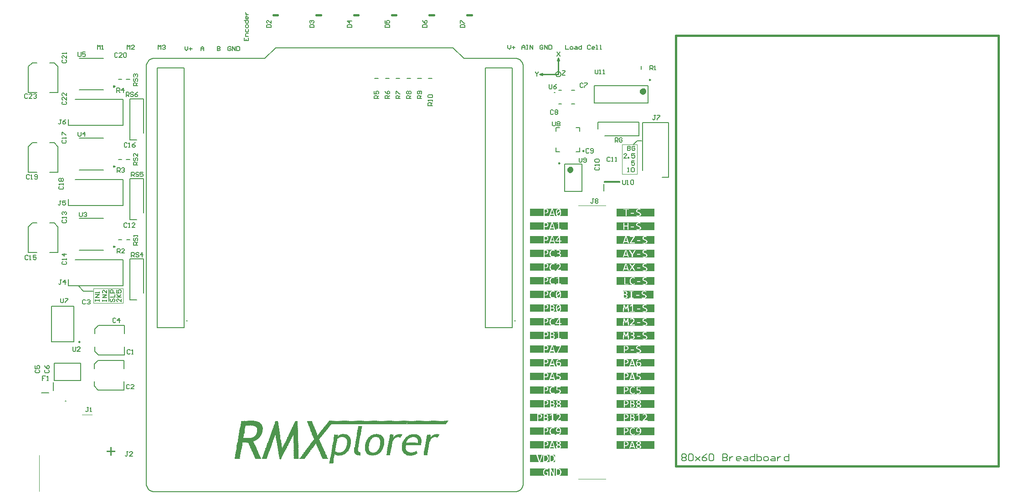
<source format=gto>
%FSTAX23Y23*%
%MOIN*%
%SFA1B1*%

%IPPOS*%
%ADD10C,0.007870*%
%ADD11C,0.005000*%
%ADD12C,0.009840*%
%ADD13C,0.023620*%
%ADD14C,0.003940*%
%ADD15C,0.004000*%
%ADD16C,0.010000*%
%ADD17C,0.015750*%
%ADD18C,0.016000*%
%ADD19C,0.006000*%
%LNrmx_explorer_board-1*%
%LPD*%
G36*
X03357Y00724D02*
X03358D01*
Y00723*
X0336*
Y00721*
X03358*
Y00719*
X03357*
Y00718*
X03355*
Y00716*
X03357*
Y00715*
X03355*
Y00713*
X03353*
Y00711*
X03352*
Y0071*
X0335*
Y00708*
X03348*
Y00706*
X0335*
Y00705*
X03345*
Y00703*
X03347*
Y00702*
X03345*
Y007*
X03344*
Y00698*
X03342*
Y007*
X0334*
Y00698*
X03339*
Y007*
X03337*
Y00698*
X03335*
Y007*
X03334*
Y00698*
X03332*
Y007*
X03331*
Y00698*
X03329*
Y007*
X03327*
Y00698*
X03326*
Y007*
X03324*
Y00698*
X03323*
Y007*
X03321*
Y00698*
X03319*
Y007*
X03318*
Y00698*
X03316*
Y007*
X03314*
Y00698*
X03313*
Y007*
X03311*
Y00698*
X0331*
Y007*
X03308*
Y00698*
X03306*
Y007*
X03305*
Y00698*
X03303*
Y007*
X03302*
Y00698*
X033*
Y007*
X03298*
Y00698*
X03297*
Y007*
X03295*
Y00698*
X03293*
Y007*
X03292*
Y00698*
X0329*
Y007*
X03289*
Y00698*
X03287*
Y007*
X03285*
Y00698*
X03284*
Y007*
X03282*
Y00698*
X03281*
Y007*
X03279*
Y00698*
X03277*
Y007*
X03276*
Y00698*
X03274*
Y007*
X03272*
Y00698*
X03271*
Y007*
X03269*
Y00698*
X03268*
Y007*
X03266*
Y00698*
X03264*
Y007*
X03263*
Y00698*
X03261*
Y007*
X03259*
Y00698*
X03258*
Y007*
X03256*
Y00698*
X03255*
Y007*
X03253*
Y00698*
X03251*
Y007*
X0325*
Y00698*
X03248*
Y007*
X03247*
Y00698*
X03245*
Y007*
X03243*
Y00698*
X03242*
Y007*
X0324*
Y00698*
X03238*
Y007*
X03237*
Y00698*
X03235*
Y007*
X03234*
Y00698*
X03232*
Y007*
X0323*
Y00698*
X03229*
Y007*
X03227*
Y00698*
X03226*
Y007*
X03224*
Y00698*
X03222*
Y007*
X03221*
Y00698*
X03219*
Y007*
X03217*
Y00698*
X03216*
Y007*
X03214*
Y00698*
X03213*
Y007*
X03211*
Y00698*
X03209*
Y007*
X03208*
Y00698*
X03206*
Y007*
X03205*
Y00698*
X03203*
Y007*
X03201*
Y00698*
X032*
Y007*
X03198*
Y00698*
X03196*
Y007*
X03195*
Y00698*
X03193*
Y007*
X03192*
Y00698*
X0319*
Y007*
X03188*
Y00698*
X03187*
Y007*
X03185*
Y00698*
X03183*
Y007*
X03182*
Y00698*
X0318*
Y007*
X03179*
Y00698*
X03177*
Y007*
X03175*
Y00698*
X03174*
Y007*
X03172*
Y00698*
X03171*
Y007*
X03169*
Y00698*
X03167*
Y007*
X03166*
Y00698*
X03164*
Y007*
X03162*
Y00698*
X03161*
Y007*
X03159*
Y00698*
X03158*
Y007*
X03156*
Y00698*
X03154*
Y007*
X03153*
Y00698*
X03151*
Y007*
X0315*
Y00698*
X03148*
Y007*
X03146*
Y00698*
X03145*
Y007*
X03143*
Y00698*
X03141*
Y007*
X0314*
Y00698*
X03138*
Y007*
X03137*
Y00698*
X03135*
Y007*
X03133*
Y00698*
X03132*
Y007*
X0313*
Y00698*
X03128*
Y007*
X03127*
Y00698*
X03125*
Y007*
X03124*
Y00698*
X03122*
Y007*
X0312*
Y00698*
X03119*
Y007*
X03117*
Y00698*
X03116*
Y007*
X03114*
Y00698*
X03112*
Y007*
X03111*
Y00698*
X03109*
Y007*
X03107*
Y00698*
X03106*
Y007*
X03104*
Y00698*
X03103*
Y007*
X03101*
Y00698*
X03099*
Y007*
X03098*
Y00698*
X03096*
Y007*
X03095*
Y00698*
X03093*
Y007*
X03091*
Y00698*
X0309*
Y007*
X03088*
Y00698*
X03086*
Y007*
X03085*
Y00698*
X03083*
Y007*
X03082*
Y00698*
X0308*
Y007*
X03078*
Y00698*
X03077*
Y007*
X03075*
Y00698*
X03074*
Y007*
X03072*
Y00698*
X0307*
Y007*
X03069*
Y00698*
X03067*
Y007*
X03065*
Y00698*
X03064*
Y007*
X03062*
Y00698*
X03061*
Y007*
X03059*
Y00698*
X03057*
Y007*
X03056*
Y00698*
X03054*
Y007*
X03052*
Y00698*
X03051*
Y007*
X03049*
Y00698*
X03048*
Y007*
X03046*
Y00698*
X03044*
Y007*
X03043*
Y00698*
X03041*
Y007*
X0304*
Y00698*
X03038*
Y007*
X03036*
Y00698*
X03035*
Y007*
X03033*
Y00698*
X03031*
Y007*
X0303*
Y00698*
X03028*
Y007*
X03027*
Y00698*
X03025*
Y007*
X03023*
Y00698*
X03022*
Y007*
X0302*
Y00698*
X03019*
Y007*
X03017*
Y00698*
X03015*
Y007*
X03014*
Y00698*
X03012*
Y007*
X0301*
Y00698*
X03009*
Y007*
X03007*
Y00698*
X03006*
Y007*
X03004*
Y00698*
X03002*
Y007*
X03001*
Y00698*
X02999*
Y007*
X02997*
Y00698*
X02996*
Y007*
X02994*
Y00698*
X02993*
Y007*
X02991*
Y00698*
X02989*
Y007*
X02988*
Y00698*
X02986*
Y007*
X02985*
Y00698*
X02983*
Y007*
X02981*
Y00698*
X0298*
Y007*
X02978*
Y00698*
X02976*
Y007*
X02975*
Y00698*
X02973*
Y007*
X02972*
Y00698*
X0297*
Y007*
X02968*
Y00698*
X02967*
Y007*
X02965*
Y00698*
X02964*
Y007*
X02962*
Y00698*
X0296*
Y007*
X02959*
Y00698*
X02957*
Y007*
X02955*
Y00698*
X02954*
Y007*
X02952*
Y00698*
X02951*
Y007*
X02949*
Y00698*
X02947*
Y007*
X02946*
Y00698*
X02944*
Y007*
X02943*
Y00698*
X02941*
Y007*
X02939*
Y00698*
X02938*
Y007*
X02936*
Y00698*
X02934*
Y007*
X02933*
Y00698*
X02931*
Y007*
X0293*
Y00698*
X02928*
Y007*
X02926*
Y00698*
X02925*
Y007*
X02923*
Y00698*
X02921*
Y007*
X0292*
Y00698*
X02918*
Y007*
X02917*
Y00698*
X02915*
Y007*
X02913*
Y00698*
X02912*
Y007*
X0291*
Y00698*
X02909*
Y007*
X02907*
Y00698*
X02905*
Y007*
X02904*
Y00698*
X02902*
Y007*
X029*
Y00698*
X02899*
Y007*
X02897*
Y00698*
X02896*
Y007*
X02894*
Y00698*
X02892*
Y007*
X02891*
Y00698*
X02889*
Y007*
X02888*
Y00698*
X02886*
Y007*
X02884*
Y00698*
X02883*
Y007*
X02881*
Y00698*
X02879*
Y007*
X02878*
Y00698*
X02876*
Y007*
X02875*
Y00698*
X02873*
Y007*
X02871*
Y00698*
X0287*
Y007*
X02868*
Y00698*
X02867*
Y007*
X02865*
Y00698*
X02863*
Y007*
X02862*
Y00698*
X0286*
Y007*
X02858*
Y00698*
X02857*
Y007*
X02855*
Y00698*
X02854*
Y007*
X02852*
Y00698*
X0285*
Y007*
X02849*
Y00698*
X02847*
Y007*
X02845*
Y00698*
X02844*
Y007*
X02842*
Y00698*
X02841*
Y007*
X02839*
Y00698*
X02837*
Y007*
X02836*
Y00698*
X02834*
Y007*
X02833*
Y00698*
X02831*
Y007*
X02829*
Y00698*
X02828*
Y007*
X02826*
Y00698*
X02824*
Y007*
X02823*
Y00698*
X02821*
Y007*
X0282*
Y00698*
X02818*
Y007*
X02816*
Y00698*
X02815*
Y007*
X02813*
Y00698*
X02812*
Y007*
X0281*
Y00698*
X02808*
Y007*
X02807*
Y00698*
X02805*
Y007*
X02803*
Y00698*
X02802*
Y007*
X028*
Y00698*
X02799*
Y007*
X02797*
Y00698*
X02795*
Y007*
X02794*
Y00698*
X02792*
Y007*
X0279*
Y00698*
X02789*
Y007*
X02787*
Y00698*
X02786*
Y007*
X02784*
Y00698*
X02782*
Y007*
X02781*
Y00698*
X02779*
Y007*
X02778*
Y00698*
X02776*
Y007*
X02774*
Y00698*
X02773*
Y007*
X02771*
Y00698*
X02769*
Y007*
X02768*
Y00698*
X02766*
Y007*
X02765*
Y00698*
X02763*
Y007*
X02761*
Y00698*
X0276*
Y007*
X02758*
Y00698*
X02757*
Y007*
X02755*
Y00698*
X02753*
Y007*
X02752*
Y00698*
X0275*
Y007*
X02748*
Y00698*
X02747*
Y007*
X02745*
Y00698*
X02744*
Y007*
X02742*
Y00698*
X0274*
Y007*
X02739*
Y00698*
X02737*
Y007*
X02736*
Y00698*
X02734*
Y007*
X02732*
Y00698*
X02731*
Y007*
X02729*
Y00698*
X02727*
Y007*
X02726*
Y00698*
X02724*
Y007*
X02723*
Y00698*
X02721*
Y007*
X02719*
Y00698*
X02718*
Y007*
X02716*
Y00698*
X02714*
Y007*
X02713*
Y00698*
X02711*
Y007*
X0271*
Y00698*
X02708*
Y007*
X02706*
Y00698*
X02705*
Y007*
X02703*
Y00698*
X02702*
Y007*
X027*
Y00698*
X02698*
Y007*
X02697*
Y00698*
X02695*
Y007*
X02693*
Y00698*
X02692*
Y007*
X0269*
Y00698*
X02689*
Y007*
X02687*
Y00698*
X02685*
Y007*
X02684*
Y00698*
X02682*
Y007*
X02681*
Y00698*
X02679*
Y007*
X02677*
Y00698*
X02676*
Y007*
X02674*
Y00698*
X02672*
Y007*
X02671*
Y00698*
X02669*
Y007*
X02668*
Y00698*
X02666*
Y007*
X02664*
Y00698*
X02663*
Y007*
X02661*
Y00698*
X0266*
Y007*
X02658*
Y00698*
X02656*
Y007*
X02655*
Y00698*
X02653*
Y007*
X02651*
Y00698*
X0265*
Y007*
X02648*
Y00698*
X02647*
Y007*
X02645*
Y00698*
X02643*
Y007*
X02642*
Y00698*
X0264*
Y007*
X02638*
Y00698*
X02637*
Y007*
X02635*
Y00698*
X02634*
Y007*
X02632*
Y00698*
X0263*
Y007*
X02629*
Y00698*
X02627*
Y007*
X02626*
Y00698*
X02624*
Y007*
X02622*
Y00698*
X02621*
Y007*
X02619*
Y00698*
X02617*
Y007*
X02616*
Y00698*
X02614*
Y007*
X02613*
Y00698*
X02611*
Y007*
X02609*
Y00698*
X02608*
Y007*
X02606*
Y00698*
X02605*
Y007*
X02603*
Y00698*
X02601*
Y007*
X026*
Y00698*
X02598*
Y007*
X02596*
Y00698*
X02595*
Y007*
X02593*
Y00698*
X02592*
Y007*
X0259*
Y00698*
X02588*
Y007*
X02587*
Y00698*
X02585*
Y007*
X02583*
Y00698*
X02582*
Y007*
X0258*
Y00698*
X02579*
Y007*
X02577*
Y00698*
X02575*
Y007*
X02574*
Y00698*
X02572*
Y007*
X02571*
Y00698*
X02569*
Y007*
X02567*
Y00698*
X02566*
Y007*
X02564*
Y00698*
X02562*
Y007*
X02561*
Y00698*
X02559*
Y007*
X02558*
Y00698*
X02556*
Y007*
X02554*
Y00698*
X02553*
Y007*
X02551*
Y00698*
X0255*
Y007*
X02548*
Y00698*
X02546*
Y007*
X02545*
Y00698*
X02543*
Y007*
X02541*
Y00698*
X0254*
Y007*
X02538*
Y00698*
X02537*
Y007*
X02535*
Y00698*
X02533*
Y007*
X02532*
Y00698*
X0253*
Y007*
X02529*
Y00698*
X02527*
Y007*
X02525*
Y00698*
X02524*
Y007*
X02522*
Y00698*
X0252*
Y007*
X02519*
Y00698*
X02517*
Y007*
X02516*
Y00698*
X02514*
Y007*
X02512*
Y00698*
X02511*
Y007*
X02509*
Y00698*
X02507*
Y007*
X02506*
Y00698*
X02504*
Y00697*
X02503*
Y00695*
X02501*
Y00694*
X02499*
Y00692*
X02498*
Y0069*
X02499*
Y00689*
X02495*
Y00687*
X02496*
Y00685*
X02491*
Y00684*
X02493*
Y00682*
X02491*
Y00681*
X0249*
Y00679*
X02488*
Y00677*
X02486*
Y00676*
X02485*
Y00674*
X02483*
Y00673*
X02482*
Y00671*
Y00669*
X0248*
Y00668*
Y00666*
X02478*
Y00664*
X02477*
Y00663*
X02475*
Y00661*
X02474*
Y0066*
X02472*
Y00658*
X0247*
Y00656*
X02469*
Y00655*
X02467*
Y00653*
X02465*
Y00652*
X02467*
Y0065*
X02464*
Y00648*
Y00647*
X02462*
Y00645*
X02461*
Y00643*
X02459*
Y00642*
X02457*
Y0064*
X02456*
Y00639*
X02454*
Y00637*
X02452*
Y00635*
Y00634*
X02451*
Y00632*
Y0063*
X02449*
Y00629*
X02448*
Y00627*
X02446*
Y00626*
X02444*
Y00624*
X02443*
Y00622*
X02441*
Y00621*
X0244*
Y00619*
X02441*
Y00618*
X02436*
Y00616*
X02438*
Y00614*
X02433*
Y00613*
X02435*
Y00611*
X02433*
Y00609*
X02431*
Y00608*
X0243*
Y00606*
X02428*
Y00605*
X02427*
Y00603*
X02425*
Y00601*
X02423*
Y006*
Y00598*
X02422*
Y00597*
Y00595*
X0242*
Y00593*
X02419*
Y00592*
X02417*
Y0059*
X02415*
Y00588*
Y00587*
X02417*
Y00585*
Y00584*
X02419*
Y00582*
Y0058*
Y00579*
X0242*
Y00577*
X02422*
Y00576*
X0242*
Y00574*
X02422*
Y00572*
X02423*
Y00571*
X02425*
Y00569*
X02423*
Y00567*
X02425*
Y00566*
X02427*
Y00564*
X02428*
Y00563*
X02427*
Y00561*
X02428*
Y00559*
X0243*
Y00558*
X02431*
Y00556*
X0243*
Y00554*
X02431*
Y00553*
X02433*
Y00551*
Y0055*
Y00548*
X02435*
Y00546*
Y00545*
Y00543*
X02436*
Y00542*
X02438*
Y0054*
X02436*
Y00538*
X02438*
Y00537*
X0244*
Y00535*
X02441*
Y00533*
X0244*
Y00532*
X02441*
Y0053*
X02443*
Y00529*
X02444*
Y00527*
X02443*
Y00525*
X02444*
Y00524*
X02446*
Y00522*
X02448*
Y00521*
X02446*
Y00519*
X02448*
Y00517*
Y00516*
X02449*
Y00514*
Y00512*
X02451*
Y00511*
Y00509*
Y00508*
X02452*
Y00506*
X02454*
Y00504*
X02452*
Y00503*
X02456*
Y00501*
Y00499*
X02457*
Y00498*
X02456*
Y00496*
X02457*
Y00495*
X02459*
Y00493*
X02461*
Y00491*
X02459*
Y0049*
X02461*
Y00488*
X02462*
Y00487*
X02464*
Y00485*
X02462*
Y00483*
X02464*
Y00482*
X02465*
Y0048*
Y00478*
Y00477*
X02467*
Y00475*
X02469*
Y00474*
X02467*
Y00472*
X02469*
Y0047*
X0247*
Y00469*
X02469*
Y00467*
X0247*
Y00466*
X02472*
Y00464*
X02474*
Y00462*
Y00461*
Y00459*
X02475*
Y00457*
X02477*
Y00456*
X02475*
Y00454*
X02477*
Y00453*
X02478*
Y00451*
X0248*
Y00449*
X02478*
Y00448*
X0248*
Y00446*
X0244*
Y00448*
Y00449*
X02438*
Y00451*
Y00453*
X02436*
Y00454*
X02438*
Y00456*
X02436*
Y00457*
X02435*
Y00459*
X02433*
Y00461*
X02435*
Y00462*
X02433*
Y00464*
X02431*
Y00466*
X0243*
Y00467*
X02431*
Y00469*
X0243*
Y0047*
X02428*
Y00472*
Y00474*
Y00475*
X02427*
Y00477*
X02428*
Y00478*
X02425*
Y0048*
Y00482*
X02423*
Y00483*
Y00485*
Y00487*
X02422*
Y00488*
X0242*
Y0049*
X02422*
Y00491*
X0242*
Y00493*
X02419*
Y00495*
X02417*
Y00496*
X02419*
Y00498*
X02417*
Y00499*
X02415*
Y00501*
X02414*
Y00503*
X02415*
Y00504*
X02414*
Y00506*
Y00508*
Y00509*
X02412*
Y00511*
X0241*
Y00512*
X02412*
Y00514*
X0241*
Y00516*
X02409*
Y00517*
X02407*
Y00519*
X02409*
Y00521*
X02407*
Y00522*
X02406*
Y00524*
X02404*
Y00525*
X02406*
Y00527*
X02404*
Y00529*
Y0053*
Y00532*
X02402*
Y00533*
X02401*
Y00535*
X02402*
Y00537*
X02401*
Y00538*
X02399*
Y0054*
X02398*
Y00542*
Y00543*
Y00545*
X02396*
Y00546*
X02394*
Y00548*
X02396*
Y0055*
X02394*
Y00551*
X02393*
Y00553*
X02391*
Y00554*
X02393*
Y00556*
X02388*
Y00554*
X02389*
Y00553*
X02388*
Y00551*
X02386*
Y0055*
X02385*
Y00548*
X02383*
Y00546*
X02381*
Y00545*
Y00543*
X0238*
Y00542*
Y0054*
X02378*
Y00538*
X02376*
Y00537*
X02375*
Y00535*
X02373*
Y00533*
X02372*
Y00532*
X02373*
Y0053*
X02368*
Y00529*
X0237*
Y00527*
X02368*
Y00525*
X02367*
Y00524*
X02365*
Y00522*
X02364*
Y00521*
X02362*
Y00519*
Y00517*
X0236*
Y00516*
Y00514*
X02359*
Y00512*
X02357*
Y00511*
X02355*
Y00509*
X02354*
Y00508*
X02352*
Y00506*
Y00504*
X02349*
Y00503*
X02351*
Y00501*
X02349*
Y00499*
X02347*
Y00498*
X02346*
Y00496*
X02344*
Y00495*
X02343*
Y00493*
Y00491*
X02341*
Y0049*
Y00488*
X02339*
Y00487*
X02338*
Y00485*
X02336*
Y00483*
X02334*
Y00482*
X02333*
Y0048*
X02334*
Y00478*
X0233*
Y00477*
X02331*
Y00475*
X0233*
Y00474*
X02328*
Y00472*
X02326*
Y0047*
X02325*
Y00469*
X02323*
Y00467*
Y00466*
X02322*
Y00464*
Y00462*
X0232*
Y00461*
X02318*
Y00459*
X02317*
Y00457*
X02315*
Y00456*
X02313*
Y00454*
X02315*
Y00453*
X0231*
Y00451*
X02312*
Y00449*
X0231*
Y00448*
X02309*
Y00446*
X0227*
Y00448*
X02271*
Y00449*
Y00451*
X02275*
Y00453*
Y00454*
X02276*
Y00456*
X02278*
Y00457*
X02279*
Y00459*
X02281*
Y00461*
X02283*
Y00462*
X02281*
Y00464*
X02283*
Y00466*
X02284*
Y00467*
X02286*
Y00469*
X02288*
Y0047*
X02289*
Y00472*
Y00474*
X02291*
Y00475*
Y00477*
X02292*
Y00478*
X02294*
Y0048*
X02296*
Y00482*
X02297*
Y00483*
X02299*
Y00485*
Y00487*
X02302*
Y00488*
X023*
Y0049*
X02302*
Y00491*
X02304*
Y00493*
X02305*
Y00495*
X02307*
Y00496*
X02309*
Y00498*
X02307*
Y00499*
X0231*
Y00501*
Y00503*
X02312*
Y00504*
X02313*
Y00506*
X02315*
Y00508*
X02317*
Y00509*
X02318*
Y00511*
Y00512*
X02322*
Y00514*
X0232*
Y00516*
X02322*
Y00517*
X02323*
Y00519*
X02325*
Y00521*
X02326*
Y00522*
X02328*
Y00524*
X02326*
Y00525*
X0233*
Y00527*
Y00529*
X02331*
Y0053*
X02333*
Y00532*
X02334*
Y00533*
X02336*
Y00535*
X02338*
Y00537*
Y00538*
Y0054*
X02339*
Y00542*
X02341*
Y00543*
X02343*
Y00545*
X02344*
Y00546*
X02346*
Y00548*
X02347*
Y0055*
X02346*
Y00551*
X02349*
Y00553*
Y00554*
X02351*
Y00556*
X02352*
Y00558*
X02354*
Y00559*
X02355*
Y00561*
X02357*
Y00563*
Y00564*
Y00566*
X02359*
Y00567*
X0236*
Y00569*
X02362*
Y00571*
X02364*
Y00572*
Y00574*
X02367*
Y00576*
X02365*
Y00577*
X02367*
Y00579*
X02368*
Y0058*
X0237*
Y00582*
X02372*
Y00584*
X02373*
Y00585*
X02375*
Y00587*
X02376*
Y00588*
X02375*
Y0059*
X02376*
Y00592*
X02375*
Y00593*
X02376*
Y00595*
X02375*
Y00597*
X02373*
Y00598*
X02372*
Y006*
X02373*
Y00601*
X02372*
Y00603*
Y00605*
X0237*
Y00606*
Y00608*
X02368*
Y00609*
X0237*
Y00611*
X02368*
Y00613*
X02367*
Y00614*
X02365*
Y00616*
X02367*
Y00618*
X02365*
Y00619*
Y00621*
Y00622*
X02364*
Y00624*
X02362*
Y00626*
X02364*
Y00627*
X02362*
Y00629*
X0236*
Y0063*
Y00632*
Y00634*
X02359*
Y00635*
X0236*
Y00637*
X02359*
Y00639*
X02357*
Y0064*
Y00642*
Y00643*
X02355*
Y00645*
Y00647*
Y00648*
X02354*
Y0065*
X02352*
Y00652*
X02354*
Y00653*
X02352*
Y00655*
X02351*
Y00656*
X02349*
Y00658*
X02351*
Y0066*
X02349*
Y00661*
Y00663*
Y00664*
X02347*
Y00666*
X02346*
Y00668*
X02347*
Y00669*
X02346*
Y00671*
Y00673*
Y00674*
X02344*
Y00676*
X02343*
Y00677*
X02344*
Y00679*
X02343*
Y00681*
X02341*
Y00682*
X02339*
Y00684*
X02341*
Y00685*
X02339*
Y00687*
X02338*
Y00689*
Y0069*
Y00692*
X02336*
Y00694*
Y00695*
Y00697*
X02334*
Y00698*
X02333*
Y007*
X02334*
Y00702*
X02333*
Y00703*
Y00705*
Y00706*
X02331*
Y00708*
X0233*
Y0071*
X02331*
Y00711*
X0233*
Y00713*
X02328*
Y00715*
Y00716*
Y00718*
X02326*
Y00719*
X02328*
Y00721*
X02326*
Y00723*
X02328*
Y00724*
X0233*
Y00723*
X02331*
Y00724*
X02333*
Y00723*
X02334*
Y00724*
X02336*
Y00723*
X02338*
Y00724*
X02339*
Y00723*
X02341*
Y00724*
X02343*
Y00723*
X02344*
Y00724*
X02346*
Y00723*
X02347*
Y00724*
X02349*
Y00723*
X02351*
Y00724*
X02352*
Y00723*
X02354*
Y00724*
X02355*
Y00723*
X02357*
Y00724*
X02359*
Y00723*
X0236*
Y00724*
X02362*
Y00723*
X02364*
Y00721*
Y00719*
Y00718*
X02365*
Y00716*
X02367*
Y00715*
X02365*
Y00713*
X02367*
Y00711*
Y0071*
X02368*
Y00708*
Y00706*
X0237*
Y00705*
X02368*
Y00703*
X0237*
Y00702*
X02372*
Y007*
X02373*
Y00698*
X02372*
Y00697*
X02373*
Y00695*
Y00694*
Y00692*
X02375*
Y0069*
X02376*
Y00689*
X02375*
Y00687*
X02376*
Y00685*
X02378*
Y00684*
Y00682*
Y00681*
X0238*
Y00679*
Y00677*
Y00676*
X02381*
Y00674*
X02383*
Y00673*
X02381*
Y00671*
X02383*
Y00669*
X02385*
Y00668*
Y00666*
Y00664*
X02386*
Y00663*
X02385*
Y00661*
X02386*
Y0066*
X02388*
Y00658*
X02389*
Y00656*
X02388*
Y00655*
X02389*
Y00653*
Y00652*
X02391*
Y0065*
Y00648*
X02393*
Y00647*
X02391*
Y00645*
X02393*
Y00643*
X02394*
Y00642*
Y0064*
Y00639*
X02396*
Y00637*
Y00635*
Y00634*
X02398*
Y00632*
X02399*
Y0063*
X02398*
Y00629*
X02399*
Y00627*
X02401*
Y00626*
X02402*
Y00624*
X02401*
Y00622*
X02402*
Y00621*
X02401*
Y00619*
X02406*
Y00621*
X02404*
Y00622*
X02407*
Y00624*
Y00626*
X02409*
Y00627*
X0241*
Y00629*
X02412*
Y0063*
X02414*
Y00632*
X02415*
Y00634*
X02417*
Y00635*
X02419*
Y00637*
X02417*
Y00639*
X02422*
Y0064*
X0242*
Y00642*
X02422*
Y00643*
X02423*
Y00645*
X02425*
Y00647*
X02427*
Y00648*
X02428*
Y0065*
Y00652*
X02431*
Y00653*
X0243*
Y00655*
X02433*
Y00656*
Y00658*
X02435*
Y0066*
X02436*
Y00661*
X02438*
Y00663*
X0244*
Y00664*
X02441*
Y00666*
X02443*
Y00668*
X02444*
Y00669*
X02443*
Y00671*
X02448*
Y00673*
X02446*
Y00674*
X02448*
Y00676*
X02449*
Y00677*
X02451*
Y00679*
X02452*
Y00681*
X02454*
Y00682*
X02452*
Y00684*
X02457*
Y00685*
X02456*
Y00687*
X02459*
Y00689*
Y0069*
X02461*
Y00692*
X02462*
Y00694*
X02464*
Y00695*
X02465*
Y00697*
X02467*
Y00698*
X02469*
Y007*
X0247*
Y00702*
X02469*
Y00703*
X02474*
Y00705*
X02472*
Y00706*
X02474*
Y00708*
X02475*
Y0071*
X02477*
Y00711*
X02478*
Y00713*
X0248*
Y00715*
Y00716*
X02483*
Y00718*
X02482*
Y00719*
X02485*
Y00721*
Y00723*
X02486*
Y00724*
X02488*
Y00726*
X0249*
Y00724*
X02491*
Y00723*
X02493*
Y00724*
X02491*
Y00726*
X02493*
Y00724*
X02495*
Y00726*
X02496*
Y00724*
X02498*
Y00723*
X02499*
Y00724*
X02498*
Y00726*
X02499*
Y00724*
X02501*
Y00726*
X02503*
Y00724*
X02504*
Y00723*
X02506*
Y00724*
X02504*
Y00726*
X02506*
Y00724*
X02507*
Y00726*
X02509*
Y00724*
X02511*
Y00723*
X02512*
Y00724*
X02511*
Y00726*
X02512*
Y00724*
X02514*
Y00726*
X02516*
Y00724*
X02517*
Y00723*
X02519*
Y00724*
X02517*
Y00726*
X02519*
Y00724*
X0252*
Y00726*
X02522*
Y00724*
X02524*
Y00723*
X02525*
Y00724*
X02524*
Y00726*
X02525*
Y00724*
X02527*
Y00726*
X02529*
Y00724*
X0253*
Y00723*
X02532*
Y00724*
X0253*
Y00726*
X02532*
Y00724*
X02533*
Y00726*
X02535*
Y00724*
X02537*
Y00723*
X02538*
Y00724*
X02537*
Y00726*
X02538*
Y00724*
X0254*
Y00726*
X02541*
Y00724*
X02543*
Y00723*
X02545*
Y00724*
X02543*
Y00726*
X02545*
Y00724*
X02546*
Y00726*
X02548*
Y00724*
X0255*
Y00723*
X02551*
Y00724*
X0255*
Y00726*
X02551*
Y00724*
X02553*
Y00726*
X02554*
Y00724*
X02556*
Y00723*
X02558*
Y00724*
X02556*
Y00726*
X02558*
Y00724*
X02559*
Y00726*
X02561*
Y00724*
X02562*
Y00723*
X02564*
Y00724*
X02562*
Y00726*
X02564*
Y00724*
X02566*
Y00726*
X02567*
Y00724*
X02569*
Y00723*
X02571*
Y00724*
X02569*
Y00726*
X02571*
Y00724*
X02572*
Y00726*
X02574*
Y00724*
X02575*
Y00723*
X02577*
Y00724*
X02575*
Y00726*
X02577*
Y00724*
X02579*
Y00726*
X0258*
Y00724*
X02582*
Y00723*
X02583*
Y00724*
X02582*
Y00726*
X02583*
Y00724*
X02585*
Y00726*
X02587*
Y00724*
X02588*
Y00723*
X0259*
Y00724*
X02588*
Y00726*
X0259*
Y00724*
X02592*
Y00726*
X02593*
Y00724*
X02595*
Y00723*
X02596*
Y00724*
X02595*
Y00726*
X02596*
Y00724*
X02598*
Y00726*
X026*
Y00724*
X02601*
Y00723*
X02603*
Y00724*
X02601*
Y00726*
X02603*
Y00724*
X02605*
Y00726*
X02606*
Y00724*
X02608*
Y00723*
X02609*
Y00724*
X02608*
Y00726*
X02609*
Y00724*
X02611*
Y00726*
X02613*
Y00724*
X02614*
Y00723*
X02616*
Y00724*
X02614*
Y00726*
X02616*
Y00724*
X02617*
Y00726*
X02619*
Y00724*
X02621*
Y00723*
X02622*
Y00724*
X02621*
Y00726*
X02622*
Y00724*
X02624*
Y00726*
X02626*
Y00724*
X02627*
Y00723*
X02629*
Y00724*
X02627*
Y00726*
X02629*
Y00724*
X0263*
Y00726*
X02632*
Y00724*
X02634*
Y00723*
X02635*
Y00724*
X02634*
Y00726*
X02635*
Y00724*
X02637*
Y00726*
X02638*
Y00724*
X0264*
Y00723*
X02642*
Y00724*
X0264*
Y00726*
X02642*
Y00724*
X02643*
Y00726*
X02645*
Y00724*
X02647*
Y00723*
X02648*
Y00724*
X02647*
Y00726*
X02648*
Y00724*
X0265*
Y00726*
X02651*
Y00724*
X02653*
Y00723*
X02655*
Y00724*
X02653*
Y00726*
X02655*
Y00724*
X02656*
Y00726*
X02658*
Y00724*
X0266*
Y00723*
X02661*
Y00724*
X0266*
Y00726*
X02661*
Y00724*
X02663*
Y00726*
X02664*
Y00724*
X02666*
Y00723*
X02668*
Y00724*
X02666*
Y00726*
X02668*
Y00724*
X02669*
Y00726*
X02671*
Y00724*
X02672*
Y00723*
X02674*
Y00724*
X02672*
Y00726*
X02674*
Y00724*
X02676*
Y00726*
X02677*
Y00724*
X02679*
Y00723*
X02681*
Y00724*
X02679*
Y00726*
X02681*
Y00724*
X02682*
Y00726*
X02684*
Y00724*
X02685*
Y00723*
X02687*
Y00724*
X02685*
Y00726*
X02687*
Y00724*
X02689*
Y00726*
X0269*
Y00724*
X02692*
Y00723*
X02693*
Y00724*
X02692*
Y00726*
X02693*
Y00724*
X02695*
Y00726*
X02697*
Y00724*
X02698*
Y00723*
X027*
Y00724*
X02698*
Y00726*
X027*
Y00724*
X02702*
Y00726*
X02703*
Y00724*
X02705*
Y00723*
X02706*
Y00724*
X02705*
Y00726*
X02706*
Y00724*
X02708*
Y00726*
X0271*
Y00724*
X02711*
Y00723*
X02713*
Y00724*
X02711*
Y00726*
X02713*
Y00724*
X02714*
Y00726*
X02716*
Y00724*
X02718*
Y00723*
X02719*
Y00724*
X02718*
Y00726*
X02719*
Y00724*
X02721*
Y00726*
X02723*
Y00724*
X02724*
Y00723*
X02726*
Y00724*
X02724*
Y00726*
X02726*
Y00724*
X02727*
Y00726*
X02729*
Y00724*
X02731*
Y00723*
X02732*
Y00724*
X02731*
Y00726*
X02732*
Y00724*
X02734*
Y00726*
X02736*
Y00724*
X02737*
Y00723*
X02739*
Y00724*
X02737*
Y00726*
X02739*
Y00724*
X0274*
Y00726*
X02742*
Y00724*
X02744*
Y00723*
X02745*
Y00724*
X02744*
Y00726*
X02745*
Y00724*
X02747*
Y00726*
X02748*
Y00724*
X0275*
Y00723*
X02752*
Y00724*
X0275*
Y00726*
X02752*
Y00724*
X02753*
Y00726*
X02755*
Y00724*
X02757*
Y00723*
X02758*
Y00724*
X02757*
Y00726*
X02758*
Y00724*
X0276*
Y00726*
X02761*
Y00724*
X02763*
Y00723*
X02765*
Y00724*
X02763*
Y00726*
X02765*
Y00724*
X02766*
Y00726*
X02768*
Y00724*
X02769*
Y00723*
X02771*
Y00724*
X02769*
Y00726*
X02771*
Y00724*
X02773*
Y00726*
X02774*
Y00724*
X02776*
Y00723*
X02778*
Y00724*
X02776*
Y00726*
X02778*
Y00724*
X02779*
Y00726*
X02781*
Y00724*
X02782*
Y00723*
X02784*
Y00724*
X02782*
Y00726*
X02784*
Y00724*
X02786*
Y00726*
X02787*
Y00724*
X02789*
Y00723*
X0279*
Y00724*
X02789*
Y00726*
X0279*
Y00724*
X02792*
Y00726*
X02794*
Y00724*
X02795*
Y00723*
X02797*
Y00724*
X02795*
Y00726*
X02797*
Y00724*
X02799*
Y00726*
X028*
Y00724*
X02802*
Y00723*
X02803*
Y00724*
X02802*
Y00726*
X02803*
Y00724*
X02805*
Y00726*
X02807*
Y00724*
X02808*
Y00723*
X0281*
Y00724*
X02808*
Y00726*
X0281*
Y00724*
X02812*
Y00726*
X02813*
Y00724*
X02815*
Y00723*
X02816*
Y00724*
X02815*
Y00726*
X02816*
Y00724*
X02818*
Y00726*
X0282*
Y00724*
X02821*
Y00723*
X02823*
Y00724*
X02821*
Y00726*
X02823*
Y00724*
X02824*
Y00726*
X02826*
Y00724*
X02828*
Y00723*
X02829*
Y00724*
X02828*
Y00726*
X02829*
Y00724*
X02831*
Y00726*
X02833*
Y00724*
X02834*
Y00723*
X02836*
Y00724*
X02834*
Y00726*
X02836*
Y00724*
X02837*
Y00726*
X02839*
Y00724*
X02841*
Y00723*
X02842*
Y00724*
X02841*
Y00726*
X02842*
Y00724*
X02844*
Y00726*
X02845*
Y00724*
X02847*
Y00723*
X02849*
Y00724*
X02847*
Y00726*
X02849*
Y00724*
X0285*
Y00726*
X02852*
Y00724*
X02854*
Y00723*
X02855*
Y00724*
X02854*
Y00726*
X02855*
Y00724*
X02857*
Y00726*
X02858*
Y00724*
X0286*
Y00723*
X02862*
Y00724*
X0286*
Y00726*
X02862*
Y00724*
X02863*
Y00726*
X02865*
Y00724*
X02867*
Y00723*
X02868*
Y00724*
X02867*
Y00726*
X02868*
Y00724*
X0287*
Y00726*
X02871*
Y00724*
X02873*
Y00723*
X02875*
Y00724*
X02873*
Y00726*
X02875*
Y00724*
X02876*
Y00726*
X02878*
Y00724*
X02879*
Y00723*
X02881*
Y00724*
X02879*
Y00726*
X02881*
Y00724*
X02883*
Y00726*
X02884*
Y00724*
X02886*
Y00723*
X02888*
Y00724*
X02886*
Y00726*
X02888*
Y00724*
X02889*
Y00726*
X02891*
Y00724*
X02892*
Y00723*
X02894*
Y00724*
X02892*
Y00726*
X02894*
Y00724*
X02896*
Y00726*
X02897*
Y00724*
X02899*
Y00723*
X029*
Y00724*
X02899*
Y00726*
X029*
Y00724*
X02902*
Y00726*
X02904*
Y00724*
X02905*
Y00723*
X02907*
Y00724*
X02905*
Y00726*
X02907*
Y00724*
X02909*
Y00726*
X0291*
Y00724*
X02912*
Y00723*
X02913*
Y00724*
X02912*
Y00726*
X02913*
Y00724*
X02915*
Y00726*
X02917*
Y00724*
X02918*
Y00723*
X0292*
Y00724*
X02918*
Y00726*
X0292*
Y00724*
X02921*
Y00726*
X02923*
Y00724*
X02925*
Y00723*
X02926*
Y00724*
X02925*
Y00726*
X02926*
Y00724*
X02928*
Y00726*
X0293*
Y00724*
X02931*
Y00723*
X02933*
Y00724*
X02931*
Y00726*
X02933*
Y00724*
X02934*
Y00726*
X02936*
Y00724*
X02938*
Y00723*
X02939*
Y00724*
X02938*
Y00726*
X02939*
Y00724*
X02941*
Y00726*
X02943*
Y00724*
X02944*
Y00723*
X02946*
Y00724*
X02944*
Y00726*
X02946*
Y00724*
X02947*
Y00726*
X02949*
Y00724*
X02951*
Y00723*
X02952*
Y00724*
X02951*
Y00726*
X02952*
Y00724*
X02954*
Y00726*
X02955*
Y00724*
X02957*
Y00723*
X02959*
Y00724*
X02957*
Y00726*
X02959*
Y00724*
X0296*
Y00726*
X02962*
Y00724*
X02964*
Y00723*
X02965*
Y00724*
X02964*
Y00726*
X02965*
Y00724*
X02967*
Y00726*
X02968*
Y00724*
X0297*
Y00723*
X02972*
Y00724*
X0297*
Y00726*
X02972*
Y00724*
X02973*
Y00726*
X02975*
Y00724*
X02976*
Y00723*
X02978*
Y00724*
X02976*
Y00726*
X02978*
Y00724*
X0298*
Y00726*
X02981*
Y00724*
X02983*
Y00723*
X02985*
Y00724*
X02983*
Y00726*
X02985*
Y00724*
X02986*
Y00726*
X02988*
Y00724*
X02989*
Y00723*
X02991*
Y00724*
X02989*
Y00726*
X02991*
Y00724*
X02993*
Y00726*
X02994*
Y00724*
X02996*
Y00723*
X02997*
Y00724*
X02996*
Y00726*
X02997*
Y00724*
X02999*
Y00726*
X03001*
Y00724*
X03002*
Y00723*
X03004*
Y00724*
X03002*
Y00726*
X03004*
Y00724*
X03006*
Y00726*
X03007*
Y00724*
X03009*
Y00723*
X0301*
Y00724*
X03009*
Y00726*
X0301*
Y00724*
X03012*
Y00726*
X03014*
Y00724*
X03015*
Y00723*
X03017*
Y00724*
X03015*
Y00726*
X03017*
Y00724*
X03019*
Y00726*
X0302*
Y00724*
X03022*
Y00723*
X03023*
Y00724*
X03022*
Y00726*
X03023*
Y00724*
X03025*
Y00726*
X03027*
Y00724*
X03028*
Y00723*
X0303*
Y00724*
X03028*
Y00726*
X0303*
Y00724*
X03031*
Y00726*
X03033*
Y00724*
X03035*
Y00723*
X03036*
Y00724*
X03035*
Y00726*
X03036*
Y00724*
X03038*
Y00726*
X0304*
Y00724*
X03041*
Y00723*
X03043*
Y00724*
X03041*
Y00726*
X03043*
Y00724*
X03044*
Y00726*
X03046*
Y00724*
X03048*
Y00723*
X03049*
Y00724*
X03048*
Y00726*
X03049*
Y00724*
X03051*
Y00726*
X03052*
Y00724*
X03054*
Y00723*
X03056*
Y00724*
X03054*
Y00726*
X03056*
Y00724*
X03057*
Y00726*
X03059*
Y00724*
X03061*
Y00723*
X03062*
Y00724*
X03061*
Y00726*
X03062*
Y00724*
X03064*
Y00726*
X03065*
Y00724*
X03067*
Y00723*
X03069*
Y00724*
X03067*
Y00726*
X03069*
Y00724*
X0307*
Y00726*
X03072*
Y00724*
X03074*
Y00723*
X03075*
Y00724*
X03074*
Y00726*
X03075*
Y00724*
X03077*
Y00726*
X03078*
Y00724*
X0308*
Y00723*
X03082*
Y00724*
X0308*
Y00726*
X03082*
Y00724*
X03083*
Y00726*
X03085*
Y00724*
X03086*
Y00723*
X03088*
Y00724*
X03086*
Y00726*
X03088*
Y00724*
X0309*
Y00726*
X03091*
Y00724*
X03093*
Y00723*
X03095*
Y00724*
X03093*
Y00726*
X03095*
Y00724*
X03096*
Y00726*
X03098*
Y00724*
X03099*
Y00723*
X03101*
Y00724*
X03099*
Y00726*
X03101*
Y00724*
X03103*
Y00726*
X03104*
Y00724*
X03106*
Y00723*
X03107*
Y00724*
X03106*
Y00726*
X03107*
Y00724*
X03109*
Y00726*
X03111*
Y00724*
X03112*
Y00723*
X03114*
Y00724*
X03112*
Y00726*
X03114*
Y00724*
X03116*
Y00726*
X03117*
Y00724*
X03119*
Y00723*
X0312*
Y00724*
X03119*
Y00726*
X0312*
Y00724*
X03122*
Y00726*
X03124*
Y00724*
X03125*
Y00723*
X03127*
Y00724*
X03125*
Y00726*
X03127*
Y00724*
X03128*
Y00726*
X0313*
Y00724*
X03132*
Y00723*
X03133*
Y00724*
X03132*
Y00726*
X03133*
Y00724*
X03135*
Y00726*
X03137*
Y00724*
X03138*
Y00723*
X0314*
Y00724*
X03138*
Y00726*
X0314*
Y00724*
X03141*
Y00726*
X03143*
Y00724*
X03145*
Y00723*
X03146*
Y00724*
X03145*
Y00726*
X03146*
Y00724*
X03148*
Y00726*
X0315*
Y00724*
X03151*
Y00723*
X03153*
Y00724*
X03151*
Y00726*
X03153*
Y00724*
X03154*
Y00726*
X03156*
Y00724*
X03158*
Y00723*
X03159*
Y00724*
X03158*
Y00726*
X03159*
Y00724*
X03161*
Y00726*
X03162*
Y00724*
X03164*
Y00723*
X03166*
Y00724*
X03164*
Y00726*
X03166*
Y00724*
X03167*
Y00726*
X03169*
Y00724*
X03171*
Y00723*
X03172*
Y00724*
X03171*
Y00726*
X03172*
Y00724*
X03174*
Y00726*
X03175*
Y00724*
X03177*
Y00723*
X03179*
Y00724*
X03177*
Y00726*
X03179*
Y00724*
X0318*
Y00726*
X03182*
Y00724*
X03183*
Y00723*
X03185*
Y00724*
X03183*
Y00726*
X03185*
Y00724*
X03187*
Y00726*
X03188*
Y00724*
X0319*
Y00723*
X03192*
Y00724*
X0319*
Y00726*
X03192*
Y00724*
X03193*
Y00726*
X03195*
Y00724*
X03196*
Y00723*
X03198*
Y00724*
X03196*
Y00726*
X03198*
Y00724*
X032*
Y00726*
X03201*
Y00724*
X03203*
Y00723*
X03205*
Y00724*
X03203*
Y00726*
X03205*
Y00724*
X03206*
Y00726*
X03208*
Y00724*
X03209*
Y00723*
X03211*
Y00724*
X03209*
Y00726*
X03211*
Y00724*
X03213*
Y00726*
X03214*
Y00724*
X03216*
Y00723*
X03217*
Y00724*
X03216*
Y00726*
X03217*
Y00724*
X03219*
Y00726*
X03221*
Y00724*
X03222*
Y00723*
X03224*
Y00724*
X03222*
Y00726*
X03224*
Y00724*
X03226*
Y00726*
X03227*
Y00724*
X03229*
Y00723*
X0323*
Y00724*
X03229*
Y00726*
X0323*
Y00724*
X03232*
Y00726*
X03234*
Y00724*
X03235*
Y00723*
X03237*
Y00724*
X03235*
Y00726*
X03237*
Y00724*
X03238*
Y00726*
X0324*
Y00724*
X03242*
Y00723*
X03243*
Y00724*
X03242*
Y00726*
X03243*
Y00724*
X03245*
Y00726*
X03247*
Y00724*
X03248*
Y00723*
X0325*
Y00724*
X03248*
Y00726*
X0325*
Y00724*
X03251*
Y00726*
X03253*
Y00724*
X03255*
Y00723*
X03256*
Y00724*
X03255*
Y00726*
X03256*
Y00724*
X03258*
Y00726*
X03259*
Y00724*
X03261*
Y00723*
X03263*
Y00724*
X03261*
Y00726*
X03263*
Y00724*
X03264*
Y00726*
X03266*
Y00724*
X03268*
Y00723*
X03269*
Y00724*
X03268*
Y00726*
X03269*
Y00724*
X03271*
Y00726*
X03272*
Y00724*
X03274*
Y00723*
X03276*
Y00724*
X03274*
Y00726*
X03276*
Y00724*
X03277*
Y00726*
X03279*
Y00724*
X03281*
Y00723*
X03282*
Y00724*
X03281*
Y00726*
X03282*
Y00724*
X03284*
Y00726*
X03285*
Y00724*
X03287*
Y00723*
X03289*
Y00724*
X03287*
Y00726*
X03289*
Y00724*
X0329*
Y00726*
X03292*
Y00724*
X03293*
Y00723*
X03295*
Y00724*
X03293*
Y00726*
X03295*
Y00724*
X03297*
Y00726*
X03298*
Y00724*
X033*
Y00723*
X03302*
Y00724*
X033*
Y00726*
X03302*
Y00724*
X03303*
Y00726*
X03305*
Y00724*
X03306*
Y00723*
X03308*
Y00724*
X03306*
Y00726*
X03308*
Y00724*
X0331*
Y00726*
X03311*
Y00724*
X03313*
Y00723*
X03314*
Y00724*
X03313*
Y00726*
X03314*
Y00724*
X03316*
Y00726*
X03318*
Y00724*
X03319*
Y00723*
X03321*
Y00724*
X03319*
Y00726*
X03321*
Y00724*
X03323*
Y00726*
X03324*
Y00724*
X03326*
Y00723*
X03327*
Y00724*
X03326*
Y00726*
X03327*
Y00724*
X03329*
Y00726*
X03331*
Y00724*
X03332*
Y00723*
X03334*
Y00724*
X03332*
Y00726*
X03334*
Y00724*
X03335*
Y00726*
X03337*
Y00724*
X03339*
Y00723*
X0334*
Y00724*
X03339*
Y00726*
X0334*
Y00724*
X03342*
Y00726*
X03344*
Y00724*
X03345*
Y00723*
X03347*
Y00724*
X03345*
Y00726*
X03347*
Y00724*
X03348*
Y00726*
X0335*
Y00724*
X03352*
Y00723*
X03353*
Y00724*
X03352*
Y00726*
X03353*
Y00724*
X03355*
Y00726*
X03357*
Y00724*
G37*
G36*
X0194D02*
X01941D01*
Y00723*
X01943*
Y00724*
X01945*
Y00723*
X01946*
Y00724*
X01948*
Y00723*
X01956*
Y00721*
X01958*
Y00719*
X01959*
Y00721*
X01961*
Y00719*
X01966*
Y00718*
X01967*
Y00716*
X01972*
Y00715*
X01974*
Y00716*
X01975*
Y00715*
X01977*
Y00713*
X01979*
Y00711*
X0198*
Y0071*
X01984*
Y00708*
Y00706*
X01988*
Y00705*
X01987*
Y00703*
X01992*
Y00702*
X0199*
Y007*
X01992*
Y00698*
X01993*
Y00697*
X01995*
Y00695*
X01996*
Y00694*
X01998*
Y00692*
X01996*
Y0069*
X01998*
Y00689*
Y00687*
X02*
Y00685*
Y00684*
X02001*
Y00682*
X02*
Y00681*
X02001*
Y00679*
X02*
Y00677*
X02001*
Y00676*
X02003*
Y00674*
X02001*
Y00673*
X02003*
Y00671*
Y00669*
Y00668*
Y00666*
Y00664*
Y00663*
Y00661*
X02001*
Y0066*
X02003*
Y00658*
Y00656*
Y00655*
X02001*
Y00653*
Y00652*
Y0065*
Y00648*
Y00647*
X02*
Y00645*
X02001*
Y00643*
X02*
Y00642*
Y0064*
Y00639*
X01998*
Y00637*
X01996*
Y00635*
X01998*
Y00634*
X01996*
Y00632*
X01998*
Y0063*
X01996*
Y00629*
X01995*
Y00627*
X01993*
Y00626*
X01995*
Y00624*
X01993*
Y00622*
X01992*
Y00621*
X0199*
Y00619*
X01992*
Y00618*
X0199*
Y00616*
X01988*
Y00614*
X01987*
Y00613*
Y00611*
X01984*
Y00609*
X01985*
Y00608*
X01984*
Y00606*
X01982*
Y00605*
X0198*
Y00603*
X01979*
Y00601*
X01977*
Y006*
X01975*
Y00598*
X01974*
Y00597*
X01972*
Y00595*
X01971*
Y00593*
X01969*
Y00592*
X01967*
Y0059*
X01966*
Y00588*
X01961*
Y00587*
X01962*
Y00585*
X01958*
Y00584*
X01956*
Y00582*
X01954*
Y0058*
X01953*
Y00582*
X01951*
Y0058*
X0195*
Y00579*
X01945*
Y00577*
X01943*
Y00576*
X01938*
Y00574*
X01937*
Y00576*
X01935*
Y00574*
X01933*
Y00572*
X01935*
Y00571*
X01937*
Y00569*
X01935*
Y00567*
X01937*
Y00566*
X01938*
Y00564*
X0194*
Y00563*
X01938*
Y00561*
X0194*
Y00559*
Y00558*
X01941*
Y00556*
Y00554*
X01943*
Y00553*
Y00551*
Y0055*
X01945*
Y00548*
X01946*
Y00546*
X01945*
Y00545*
X01946*
Y00543*
X01948*
Y00542*
X0195*
Y0054*
X01948*
Y00538*
X0195*
Y00537*
X01951*
Y00535*
X01953*
Y00533*
X01951*
Y00532*
X01953*
Y0053*
X01954*
Y00529*
X01956*
Y00527*
X01954*
Y00525*
X01956*
Y00524*
Y00522*
X01958*
Y00521*
Y00519*
X01959*
Y00517*
Y00516*
Y00514*
X01961*
Y00512*
X01962*
Y00511*
X01961*
Y00509*
X01962*
Y00508*
X01964*
Y00506*
X01966*
Y00504*
X01964*
Y00503*
X01966*
Y00501*
X01967*
Y00499*
X01969*
Y00498*
X01967*
Y00496*
X01969*
Y00495*
X01971*
Y00493*
X01972*
Y00491*
X01971*
Y0049*
X01972*
Y00488*
Y00487*
X01974*
Y00485*
Y00483*
X01975*
Y00482*
Y0048*
Y00478*
X01977*
Y00477*
X01979*
Y00475*
X01977*
Y00474*
X01979*
Y00472*
X0198*
Y0047*
X01982*
Y00469*
X0198*
Y00467*
X01982*
Y00466*
X01984*
Y00464*
X01985*
Y00462*
X01984*
Y00461*
X01985*
Y00459*
X01987*
Y00457*
X01988*
Y00456*
X01987*
Y00454*
X01988*
Y00453*
X01987*
Y00451*
X0199*
Y00449*
Y00448*
X01992*
Y00446*
X01948*
Y00448*
X01946*
Y00449*
Y00451*
Y00453*
X01945*
Y00454*
X01943*
Y00456*
X01941*
Y00457*
X01943*
Y00459*
X01941*
Y00461*
Y00462*
Y00464*
X0194*
Y00466*
X01938*
Y00467*
X0194*
Y00469*
X01938*
Y0047*
X01937*
Y00472*
X01935*
Y00474*
X01937*
Y00475*
X01935*
Y00477*
X01933*
Y00478*
X01932*
Y0048*
X01933*
Y00482*
X01932*
Y00483*
Y00485*
X0193*
Y00487*
Y00488*
X01929*
Y0049*
X0193*
Y00491*
X01927*
Y00493*
Y00495*
X01925*
Y00496*
X01927*
Y00498*
X01925*
Y00499*
X01924*
Y00501*
X01922*
Y00503*
X01924*
Y00504*
X01922*
Y00506*
X0192*
Y00508*
X01919*
Y00509*
X0192*
Y00511*
X01919*
Y00512*
X01917*
Y00514*
X01916*
Y00516*
X01917*
Y00517*
X01916*
Y00519*
Y00521*
Y00522*
X01914*
Y00524*
X01912*
Y00525*
X01914*
Y00527*
X01912*
Y00529*
X01911*
Y0053*
X01909*
Y00532*
X01911*
Y00533*
X01909*
Y00535*
X01907*
Y00537*
X01906*
Y00538*
X01907*
Y0054*
X01906*
Y00542*
Y00543*
X01904*
Y00545*
Y00546*
X01903*
Y00548*
X01904*
Y0055*
X01901*
Y00551*
Y00553*
X01899*
Y00554*
Y00556*
Y00558*
X01898*
Y00559*
X01896*
Y00561*
X01898*
Y00563*
X01896*
Y00564*
X01895*
Y00566*
X01893*
Y00564*
X01891*
Y00566*
X01886*
Y00564*
X01885*
Y00566*
X0187*
Y00567*
X01869*
Y00566*
X01864*
Y00567*
X01862*
Y00566*
X01861*
Y00567*
X01859*
Y00566*
X01857*
Y00567*
X01856*
Y00566*
X01854*
Y00564*
X01856*
Y00563*
X01854*
Y00561*
Y00559*
Y00558*
X01853*
Y00556*
Y00554*
Y00553*
Y00551*
Y0055*
X01851*
Y00548*
X01853*
Y00546*
X01851*
Y00545*
X01853*
Y00543*
X01851*
Y00542*
X01853*
Y0054*
X01851*
Y00538*
X01849*
Y00537*
X01851*
Y00535*
X01849*
Y00533*
X01848*
Y00532*
X01849*
Y0053*
X01848*
Y00529*
X01849*
Y00527*
X01848*
Y00525*
X01849*
Y00524*
X01848*
Y00522*
Y00521*
Y00519*
X01846*
Y00517*
X01844*
Y00516*
X01846*
Y00514*
Y00512*
Y00511*
X01844*
Y00509*
X01846*
Y00508*
X01844*
Y00506*
Y00504*
Y00503*
X01843*
Y00501*
X01844*
Y00499*
X01843*
Y00498*
Y00496*
Y00495*
X01841*
Y00493*
X01843*
Y00491*
X01841*
Y0049*
X01843*
Y00488*
X01841*
Y00487*
Y00485*
Y00483*
X0184*
Y00482*
X01841*
Y0048*
X0184*
Y00478*
X01838*
Y00477*
X0184*
Y00475*
X01838*
Y00474*
X0184*
Y00472*
X01838*
Y0047*
X0184*
Y00469*
X01838*
Y00467*
Y00466*
Y00464*
X01836*
Y00462*
Y00461*
Y00459*
X01835*
Y00457*
X01836*
Y00456*
X01835*
Y00454*
X01836*
Y00453*
X01835*
Y00451*
X01836*
Y00449*
X01835*
Y00448*
X01833*
Y00446*
X01796*
Y00448*
X01798*
Y00449*
X01796*
Y00451*
X01798*
Y00453*
X01796*
Y00454*
X01798*
Y00456*
Y00457*
Y00459*
X01799*
Y00461*
Y00462*
Y00464*
X01801*
Y00466*
X01799*
Y00467*
X01801*
Y00469*
X01799*
Y0047*
X01801*
Y00472*
Y00474*
Y00475*
Y00477*
X01802*
Y00478*
Y0048*
Y00482*
Y00483*
X01804*
Y00485*
X01802*
Y00487*
X01804*
Y00488*
X01802*
Y0049*
X01804*
Y00491*
X01802*
Y00493*
X01804*
Y00495*
X01806*
Y00496*
X01804*
Y00498*
X01806*
Y00499*
Y00501*
Y00503*
X01807*
Y00504*
X01806*
Y00506*
X01807*
Y00508*
X01806*
Y00509*
X01807*
Y00511*
X01809*
Y00512*
X01807*
Y00514*
X01809*
Y00516*
Y00517*
Y00519*
X0181*
Y00521*
X01809*
Y00522*
X0181*
Y00524*
X01809*
Y00525*
X0181*
Y00527*
X01809*
Y00529*
X0181*
Y0053*
Y00532*
Y00533*
X01812*
Y00535*
X01814*
Y00537*
X01812*
Y00538*
X01814*
Y0054*
X01812*
Y00542*
X01814*
Y00543*
X01812*
Y00545*
X01814*
Y00546*
X01812*
Y00548*
X01814*
Y0055*
X01815*
Y00551*
X01814*
Y00553*
X01815*
Y00554*
Y00556*
Y00558*
X01817*
Y00559*
X01815*
Y00561*
X01817*
Y00563*
X01815*
Y00564*
X01817*
Y00566*
Y00567*
Y00569*
X01819*
Y00571*
Y00572*
Y00574*
X0182*
Y00576*
X01819*
Y00577*
X0182*
Y00579*
X01819*
Y0058*
X0182*
Y00582*
Y00584*
Y00585*
Y00587*
Y00588*
X01822*
Y0059*
X0182*
Y00592*
X01822*
Y00593*
X01823*
Y00595*
X01822*
Y00597*
X01823*
Y00598*
X01822*
Y006*
X01823*
Y00601*
X01822*
Y00603*
X01823*
Y00605*
X01825*
Y00606*
X01823*
Y00608*
X01825*
Y00609*
Y00611*
Y00613*
X01827*
Y00614*
X01825*
Y00616*
X01827*
Y00618*
X01825*
Y00619*
X01827*
Y00621*
Y00622*
Y00624*
X01828*
Y00626*
Y00627*
Y00629*
X0183*
Y0063*
X01828*
Y00632*
X0183*
Y00634*
X01828*
Y00635*
X0183*
Y00637*
Y00639*
Y0064*
Y00642*
Y00643*
X01831*
Y00645*
X01833*
Y00647*
X01831*
Y00648*
X01833*
Y0065*
X01831*
Y00652*
X01833*
Y00653*
X01831*
Y00655*
X01833*
Y00656*
X01831*
Y00658*
X01833*
Y0066*
X01835*
Y00661*
X01833*
Y00663*
X01835*
Y00664*
Y00666*
Y00668*
X01836*
Y00669*
X01835*
Y00671*
X01836*
Y00673*
X01835*
Y00674*
X01836*
Y00676*
Y00677*
Y00679*
X01838*
Y00681*
Y00682*
Y00684*
X0184*
Y00685*
X01838*
Y00687*
X0184*
Y00689*
X01838*
Y0069*
X0184*
Y00692*
Y00694*
Y00695*
Y00697*
Y00698*
X01841*
Y007*
Y00702*
Y00703*
X01843*
Y00705*
X01841*
Y00706*
X01843*
Y00708*
X01841*
Y0071*
X01843*
Y00711*
Y00713*
Y00715*
X01844*
Y00716*
X01843*
Y00718*
X01844*
Y00719*
Y00721*
Y00723*
X01846*
Y00724*
X01848*
Y00723*
X01849*
Y00724*
X01851*
Y00723*
X01853*
Y00724*
X01854*
Y00723*
X01856*
Y00724*
X01857*
Y00723*
X01859*
Y00724*
X01861*
Y00723*
X01862*
Y00724*
X01861*
Y00726*
X01862*
Y00724*
X01864*
Y00723*
X01865*
Y00724*
X01867*
Y00726*
X01869*
Y00724*
X0187*
Y00723*
X01872*
Y00724*
X0187*
Y00726*
X01872*
Y00724*
X01874*
Y00726*
X01875*
Y00724*
X01877*
Y00726*
X01878*
Y00724*
X0188*
Y00726*
X01882*
Y00724*
X01883*
Y00726*
X01885*
Y00724*
X01886*
Y00726*
X01891*
Y00724*
X01893*
Y00726*
X0193*
Y00724*
X01932*
Y00726*
X01937*
Y00724*
X01938*
Y00726*
X0194*
Y00724*
G37*
G36*
X0336D02*
X03361D01*
Y00723*
X0336*
Y00724*
X03358*
Y00726*
X0336*
Y00724*
G37*
G36*
X02255Y00723D02*
X02257D01*
Y00721*
X02258*
Y00719*
X02257*
Y00718*
X02258*
Y00716*
X02257*
Y00715*
X02258*
Y00713*
Y00711*
Y0071*
X0226*
Y00708*
X02258*
Y00706*
Y00705*
Y00703*
X0226*
Y00702*
X02258*
Y007*
Y00698*
Y00697*
X0226*
Y00695*
X02258*
Y00694*
X0226*
Y00692*
X02258*
Y0069*
X0226*
Y00689*
X02258*
Y00687*
X0226*
Y00685*
X02258*
Y00684*
X0226*
Y00682*
X02258*
Y00681*
X0226*
Y00679*
X02258*
Y00677*
X0226*
Y00676*
X02258*
Y00674*
X0226*
Y00673*
X02258*
Y00671*
X0226*
Y00669*
X02258*
Y00668*
X0226*
Y00666*
X02258*
Y00664*
X0226*
Y00663*
X02258*
Y00661*
X0226*
Y0066*
X02258*
Y00658*
X0226*
Y00656*
X02258*
Y00655*
X0226*
Y00653*
X02258*
Y00652*
X0226*
Y0065*
X02258*
Y00648*
X0226*
Y00647*
X02258*
Y00645*
X0226*
Y00643*
X02258*
Y00642*
X0226*
Y0064*
X02258*
Y00639*
X0226*
Y00637*
Y00635*
Y00634*
X02258*
Y00632*
X0226*
Y0063*
Y00629*
Y00627*
X02258*
Y00626*
X0226*
Y00624*
Y00622*
Y00621*
Y00619*
Y00618*
X02262*
Y00616*
X0226*
Y00614*
Y00613*
Y00611*
X02262*
Y00609*
X0226*
Y00608*
Y00606*
Y00605*
X02262*
Y00603*
X0226*
Y00601*
X02262*
Y006*
X0226*
Y00598*
X02262*
Y00597*
X0226*
Y00595*
X02262*
Y00593*
Y00592*
Y0059*
X02263*
Y00588*
X02262*
Y0059*
X0226*
Y00588*
X02262*
Y00587*
Y00585*
Y00584*
Y00582*
Y0058*
Y00579*
Y00577*
X02263*
Y00576*
X02262*
Y00574*
Y00572*
Y00571*
X02263*
Y00569*
X02262*
Y00567*
X02263*
Y00566*
X02262*
Y00564*
X02263*
Y00563*
X02262*
Y00561*
X02263*
Y00559*
X02262*
Y00558*
X02263*
Y00556*
X02262*
Y00554*
X02263*
Y00553*
X02262*
Y00551*
X02263*
Y0055*
X02262*
Y00548*
X02263*
Y00546*
X02262*
Y00545*
X02263*
Y00543*
X02262*
Y00542*
X02263*
Y0054*
X02262*
Y00538*
X02263*
Y00537*
X02262*
Y00535*
X02263*
Y00533*
X02262*
Y00532*
X02263*
Y0053*
X02262*
Y00529*
X02263*
Y00527*
X02262*
Y00525*
X02263*
Y00524*
X02262*
Y00522*
X02263*
Y00521*
X02262*
Y00519*
X02263*
Y00517*
X02262*
Y00516*
X02263*
Y00514*
Y00512*
Y00511*
Y00509*
Y00508*
Y00506*
Y00504*
Y00503*
Y00501*
Y00499*
Y00498*
Y00496*
Y00495*
Y00493*
Y00491*
Y0049*
Y00488*
X02265*
Y00487*
X02263*
Y00485*
X02265*
Y00483*
X02263*
Y00482*
X02265*
Y0048*
X02263*
Y00478*
X02265*
Y00477*
X02263*
Y00475*
X02265*
Y00474*
Y00472*
Y0047*
X02267*
Y00469*
X02265*
Y0047*
X02263*
Y00469*
X02265*
Y00467*
Y00466*
Y00464*
X02267*
Y00462*
X02265*
Y00461*
Y00459*
Y00457*
X02267*
Y00456*
X02265*
Y00454*
Y00453*
Y00451*
X02267*
Y00449*
X02265*
Y00448*
Y00446*
X02229*
Y00448*
X02228*
Y00449*
X02229*
Y00451*
Y00453*
Y00454*
X02228*
Y00456*
X02229*
Y00457*
Y00459*
Y00461*
X02228*
Y00462*
X02229*
Y00464*
Y00466*
Y00467*
X02228*
Y00469*
X02229*
Y0047*
Y00472*
Y00474*
X02228*
Y00475*
X02229*
Y00477*
Y00478*
Y0048*
X02228*
Y00482*
X02229*
Y00483*
Y00485*
Y00487*
X02228*
Y00488*
X02229*
Y0049*
Y00491*
Y00493*
X02228*
Y00495*
X02229*
Y00496*
Y00498*
Y00499*
X02228*
Y00501*
X02229*
Y00503*
X02228*
Y00504*
X02229*
Y00506*
X02228*
Y00508*
X02229*
Y00509*
X02228*
Y00511*
X02229*
Y00512*
X02228*
Y00514*
X02229*
Y00516*
X02228*
Y00517*
X02229*
Y00519*
X02228*
Y00521*
Y00522*
Y00524*
X02229*
Y00525*
X02228*
Y00527*
Y00529*
Y0053*
X02229*
Y00532*
X02228*
Y00533*
Y00535*
Y00537*
X02229*
Y00538*
X02228*
Y0054*
Y00542*
Y00543*
X02229*
Y00545*
X02228*
Y00546*
X02226*
Y00548*
X02228*
Y0055*
X02229*
Y00551*
X02228*
Y00553*
X02226*
Y00554*
X02228*
Y00556*
X02229*
Y00558*
X02228*
Y00559*
X02226*
Y00561*
X02228*
Y00563*
X02229*
Y00564*
X02228*
Y00566*
X02226*
Y00567*
X02228*
Y00569*
Y00571*
Y00572*
X02226*
Y00574*
X02228*
Y00576*
Y00577*
Y00579*
X02226*
Y0058*
X02228*
Y00582*
Y00584*
Y00585*
X02226*
Y00587*
X02228*
Y00588*
Y0059*
Y00592*
X02226*
Y00593*
X02228*
Y00595*
Y00597*
Y00598*
X02226*
Y006*
X02228*
Y00601*
Y00603*
Y00605*
X02226*
Y00606*
X02228*
Y00608*
Y00609*
Y00611*
X02226*
Y00613*
X02228*
Y00614*
Y00616*
Y00618*
X02226*
Y00619*
X02224*
Y00618*
X02223*
Y00616*
X02224*
Y00614*
X02223*
Y00613*
X02221*
Y00611*
X0222*
Y00609*
Y00608*
Y00606*
X02218*
Y00605*
X02216*
Y00603*
X02218*
Y00601*
X02215*
Y006*
Y00598*
X02213*
Y00597*
Y00595*
Y00593*
X02212*
Y00592*
X0221*
Y0059*
X02212*
Y00588*
X02208*
Y00587*
Y00585*
X02207*
Y00584*
Y00582*
Y0058*
X02205*
Y00579*
X02203*
Y00577*
Y00576*
X02202*
Y00574*
Y00572*
X022*
Y00571*
Y00569*
X02199*
Y00567*
Y00566*
X02197*
Y00564*
X02195*
Y00563*
X02194*
Y00561*
X02195*
Y00559*
X02194*
Y00558*
Y00556*
X02192*
Y00554*
Y00553*
X02191*
Y00551*
X02189*
Y0055*
X02187*
Y00548*
X02189*
Y00546*
X02187*
Y00545*
X02186*
Y00543*
Y00542*
Y0054*
X02184*
Y00538*
X02182*
Y00537*
X02181*
Y00535*
X02182*
Y00533*
X02181*
Y00532*
X02179*
Y0053*
Y00529*
Y00527*
X02178*
Y00525*
X02176*
Y00524*
X02174*
Y00522*
X02176*
Y00521*
X02174*
Y00519*
X02173*
Y00517*
X02171*
Y00516*
X02173*
Y00514*
X02171*
Y00512*
X02169*
Y00511*
X02168*
Y00509*
X02169*
Y00508*
X02168*
Y00506*
X02166*
Y00504*
X02165*
Y00503*
X02166*
Y00501*
X02165*
Y00499*
X02163*
Y00498*
X02161*
Y00496*
X02163*
Y00495*
X02161*
Y00493*
X0216*
Y00491*
X02158*
Y0049*
X0216*
Y00488*
X02158*
Y00487*
X02157*
Y00485*
X02155*
Y00483*
X02157*
Y00482*
X02155*
Y0048*
X02153*
Y00478*
X02152*
Y00477*
X02153*
Y00475*
X02152*
Y00474*
X0215*
Y00472*
X02148*
Y0047*
X0215*
Y00469*
X02148*
Y00467*
X02147*
Y00466*
X02145*
Y00464*
X02147*
Y00462*
X02145*
Y00461*
X02144*
Y00459*
X02142*
Y00457*
X02144*
Y00456*
X02142*
Y00454*
X0214*
Y00453*
X02139*
Y00451*
X0214*
Y00449*
X02139*
Y00448*
X02137*
Y00446*
X02136*
Y00445*
X02137*
Y00443*
X02132*
Y00441*
X02131*
Y00443*
X02129*
Y00441*
X02127*
Y00443*
X02126*
Y00445*
X02124*
Y00446*
Y00448*
Y00449*
X02123*
Y00451*
X02124*
Y00453*
X02123*
Y00454*
X02124*
Y00456*
X02123*
Y00457*
X02124*
Y00459*
X02123*
Y00461*
Y00462*
Y00464*
X02121*
Y00466*
Y00467*
Y00469*
X02119*
Y0047*
X02121*
Y00472*
X02119*
Y00474*
X02121*
Y00475*
X02119*
Y00477*
Y00478*
Y0048*
X02118*
Y00482*
X02119*
Y00483*
X02118*
Y00485*
Y00487*
Y00488*
X02116*
Y0049*
X02118*
Y00491*
X02116*
Y00493*
X02118*
Y00495*
X02116*
Y00496*
X02118*
Y00498*
X02116*
Y00499*
Y00501*
Y00503*
X02115*
Y00504*
Y00506*
Y00508*
X02113*
Y00509*
X02115*
Y00511*
X02113*
Y00512*
X02115*
Y00514*
X02113*
Y00516*
X02115*
Y00517*
X02113*
Y00519*
X02111*
Y00521*
X02113*
Y00522*
X02111*
Y00524*
X02113*
Y00525*
X02111*
Y00527*
X0211*
Y00529*
X02111*
Y0053*
X0211*
Y00532*
X02111*
Y00533*
X0211*
Y00535*
X02111*
Y00537*
X0211*
Y00538*
Y0054*
Y00542*
X02108*
Y00543*
Y00545*
Y00546*
X02106*
Y00548*
X02108*
Y0055*
X02106*
Y00551*
X02108*
Y00553*
X02106*
Y00554*
Y00556*
Y00558*
X02105*
Y00559*
X02106*
Y00561*
X02105*
Y00563*
Y00564*
Y00566*
X02103*
Y00567*
X02105*
Y00569*
X02103*
Y00571*
X02105*
Y00572*
X02103*
Y00574*
X02105*
Y00576*
X02103*
Y00577*
Y00579*
Y0058*
X02102*
Y00582*
Y00584*
Y00585*
X021*
Y00587*
X02102*
Y00588*
X021*
Y0059*
X02102*
Y00592*
X021*
Y00593*
X02102*
Y00595*
X021*
Y00597*
X02098*
Y00598*
X021*
Y006*
X02098*
Y00601*
X021*
Y00603*
X02098*
Y00605*
X02097*
Y00606*
X02098*
Y00608*
X02097*
Y00609*
X02098*
Y00611*
X02097*
Y00613*
X02098*
Y00614*
X02097*
Y00616*
Y00618*
Y00619*
X02095*
Y00621*
X02093*
Y00619*
Y00618*
Y00616*
X02092*
Y00614*
X0209*
Y00613*
X02092*
Y00611*
X0209*
Y00609*
X02089*
Y00608*
Y00606*
Y00605*
X02087*
Y00603*
X02089*
Y00601*
X02087*
Y006*
X02085*
Y00598*
Y00597*
Y00595*
X02084*
Y00593*
X02085*
Y00592*
X02084*
Y0059*
X02082*
Y00588*
X02081*
Y00587*
X02082*
Y00585*
X02081*
Y00584*
Y00582*
Y0058*
X02079*
Y00582*
X02077*
Y0058*
X02079*
Y00579*
X02077*
Y00577*
X02079*
Y00576*
X02077*
Y00574*
Y00572*
X02076*
Y00571*
Y00569*
X02074*
Y00567*
X02076*
Y00566*
X02074*
Y00564*
X02072*
Y00563*
X02071*
Y00561*
X02072*
Y00559*
X02071*
Y00558*
X02072*
Y00556*
X02071*
Y00554*
X02069*
Y00553*
X02068*
Y00551*
X02069*
Y0055*
X02068*
Y00548*
Y00546*
Y00545*
X02066*
Y00543*
X02064*
Y00542*
X02066*
Y0054*
X02064*
Y00538*
Y00537*
Y00535*
X02063*
Y00533*
X02061*
Y00532*
X02063*
Y0053*
X02061*
Y00529*
Y00527*
Y00525*
X0206*
Y00524*
X02058*
Y00522*
X0206*
Y00521*
X02058*
Y00519*
X02056*
Y00517*
Y00516*
Y00514*
X02055*
Y00512*
X02056*
Y00511*
X02055*
Y00509*
X02053*
Y00508*
Y00506*
Y00504*
X02051*
Y00503*
X02053*
Y00501*
X02051*
Y00499*
X0205*
Y00498*
X02048*
Y00496*
X0205*
Y00495*
X02048*
Y00493*
Y00491*
Y0049*
X02047*
Y00488*
X02045*
Y00487*
X02047*
Y00485*
X02045*
Y00483*
X02047*
Y00482*
X02045*
Y00483*
X02043*
Y00482*
Y0048*
Y00478*
X02042*
Y00477*
X02043*
Y00475*
X02042*
Y00474*
X0204*
Y00472*
Y0047*
Y00469*
X02038*
Y00467*
X0204*
Y00466*
X02038*
Y00464*
X02037*
Y00462*
X02035*
Y00461*
X02037*
Y00459*
X02035*
Y00457*
Y00456*
Y00454*
X02034*
Y00453*
X02032*
Y00451*
X02034*
Y00449*
X02032*
Y00448*
Y00446*
X01996*
Y00448*
X01998*
Y00449*
X01996*
Y00451*
X01998*
Y00453*
X01996*
Y00454*
X01998*
Y00456*
X02*
Y00457*
X02001*
Y00459*
X02*
Y00461*
X02001*
Y00462*
X02*
Y00464*
X02003*
Y00466*
Y00467*
X02005*
Y00469*
X02003*
Y0047*
X02005*
Y00472*
X02006*
Y00474*
Y00475*
Y00477*
X02008*
Y00478*
X02006*
Y0048*
X02008*
Y00482*
X02009*
Y00483*
Y00485*
Y00487*
X02011*
Y00488*
Y0049*
Y00491*
X02013*
Y00493*
X02014*
Y00495*
X02013*
Y00496*
X02014*
Y00498*
Y00499*
Y00501*
X02016*
Y00503*
X02017*
Y00504*
X02016*
Y00506*
X02017*
Y00508*
X02019*
Y00509*
Y00511*
Y00512*
X02021*
Y00514*
X02019*
Y00516*
X02021*
Y00517*
X02022*
Y00519*
Y00521*
Y00522*
X02024*
Y00524*
X02022*
Y00525*
X02024*
Y00527*
X02026*
Y00529*
X02027*
Y0053*
X02026*
Y00532*
X02027*
Y00533*
Y00535*
Y00537*
X02029*
Y00538*
X0203*
Y0054*
X02029*
Y00542*
X0203*
Y00543*
X02032*
Y00545*
Y00546*
Y00548*
X02034*
Y0055*
Y00551*
Y00553*
X02035*
Y00554*
Y00556*
Y00558*
X02037*
Y00559*
X02035*
Y00561*
X02037*
Y00563*
X02038*
Y00564*
X0204*
Y00566*
X02038*
Y00567*
X0204*
Y00569*
X02042*
Y00571*
X0204*
Y00572*
X02042*
Y00574*
X02043*
Y00576*
X02042*
Y00577*
X02043*
Y00579*
Y0058*
X02047*
Y00582*
X02045*
Y00584*
X02047*
Y00585*
X02045*
Y00587*
X02047*
Y00588*
X02048*
Y0059*
Y00592*
Y00593*
X0205*
Y00595*
X02048*
Y00597*
X0205*
Y00598*
X02051*
Y006*
X02053*
Y00601*
X02051*
Y00603*
X02053*
Y00605*
X02051*
Y00606*
X02055*
Y00608*
Y00609*
X02056*
Y00611*
X02055*
Y00613*
X02056*
Y00614*
Y00616*
X02058*
Y00618*
Y00619*
X0206*
Y00621*
X02058*
Y00622*
X0206*
Y00624*
X02061*
Y00626*
Y00627*
Y00629*
X02063*
Y0063*
Y00632*
Y00634*
X02064*
Y00635*
X02066*
Y00637*
X02064*
Y00639*
X02066*
Y0064*
Y00642*
Y00643*
X02068*
Y00645*
X02069*
Y00647*
X02068*
Y00648*
X02069*
Y0065*
X02071*
Y00652*
X02069*
Y00653*
X02071*
Y00652*
X02072*
Y00653*
X02071*
Y00655*
X02072*
Y00656*
X02071*
Y00658*
X02072*
Y0066*
X02074*
Y00661*
Y00663*
Y00664*
X02076*
Y00666*
X02074*
Y00668*
X02076*
Y00669*
X02077*
Y00671*
X02079*
Y00673*
X02077*
Y00674*
X02079*
Y00676*
X02077*
Y00677*
X02081*
Y00679*
Y00681*
X02082*
Y00682*
X02081*
Y00684*
X02082*
Y00685*
X02084*
Y00687*
Y00689*
Y0069*
X02085*
Y00692*
X02084*
Y00694*
X02085*
Y00695*
X02087*
Y00697*
Y00698*
Y007*
X02089*
Y00702*
Y00703*
Y00705*
X0209*
Y00706*
Y00708*
Y0071*
X02092*
Y00711*
Y00713*
Y00715*
X02093*
Y00716*
X02095*
Y00718*
X02093*
Y00719*
X02095*
Y00721*
X02097*
Y00723*
X02098*
Y00724*
X021*
Y00723*
X02102*
Y00724*
X02103*
Y00723*
X02105*
Y00724*
X02106*
Y00723*
X02108*
Y00724*
X0211*
Y00723*
X02111*
Y00724*
X02113*
Y00723*
X02115*
Y00721*
X02113*
Y00719*
X02115*
Y00718*
X02113*
Y00716*
X02115*
Y00715*
Y00713*
Y00711*
X02116*
Y0071*
X02118*
Y00708*
X02116*
Y0071*
X02115*
Y00708*
X02116*
Y00706*
Y00705*
Y00703*
X02118*
Y00702*
X02116*
Y007*
X02118*
Y00698*
X02116*
Y00697*
X02118*
Y00695*
Y00694*
Y00692*
Y0069*
Y00689*
X02119*
Y00687*
Y00685*
Y00684*
X02121*
Y00682*
X02119*
Y00681*
X02121*
Y00679*
X02119*
Y00677*
X02121*
Y00676*
X02119*
Y00674*
X02121*
Y00673*
Y00671*
Y00669*
X02123*
Y00668*
Y00666*
Y00664*
X02124*
Y00663*
X02123*
Y00661*
X02124*
Y0066*
X02123*
Y00658*
X02124*
Y00656*
X02123*
Y00655*
X02124*
Y00653*
X02123*
Y00652*
X02124*
Y0065*
X02126*
Y00648*
X02124*
Y00647*
X02126*
Y00645*
Y00643*
Y00642*
X02127*
Y0064*
X02126*
Y00639*
X02127*
Y00637*
X02126*
Y00635*
X02127*
Y00634*
X02126*
Y00632*
X02127*
Y0063*
X02126*
Y00629*
X02127*
Y00627*
X02129*
Y00626*
X02127*
Y00624*
X02129*
Y00622*
Y00621*
Y00619*
X02131*
Y00618*
X02129*
Y00616*
X02131*
Y00614*
X02129*
Y00613*
X02131*
Y00611*
X02129*
Y00609*
X02131*
Y00608*
Y00606*
Y00605*
X02132*
Y00603*
X02131*
Y00601*
X02132*
Y006*
Y00598*
Y00597*
X02134*
Y00595*
X02132*
Y00593*
X02134*
Y00592*
X02132*
Y0059*
X02134*
Y00588*
Y00587*
Y00585*
Y00584*
Y00582*
X02136*
Y0058*
Y00579*
Y00577*
Y00576*
Y00574*
X02137*
Y00572*
X02136*
Y00571*
X02137*
Y00569*
X02136*
Y00567*
X02137*
Y00566*
Y00564*
Y00563*
X02136*
Y00561*
X02139*
Y00559*
Y00558*
Y00556*
Y00554*
X0214*
Y00553*
X02139*
Y00551*
X0214*
Y0055*
X02139*
Y00548*
X0214*
Y00546*
X02139*
Y00545*
X0214*
Y00543*
Y00542*
Y0054*
X02142*
Y00538*
X0214*
Y00537*
X02142*
Y00535*
X02144*
Y00533*
X02142*
Y00532*
X02144*
Y0053*
X02142*
Y00529*
X02144*
Y00527*
X02142*
Y00525*
X02144*
Y00524*
X02145*
Y00525*
X02147*
Y00527*
Y00529*
X02148*
Y0053*
Y00532*
X0215*
Y00533*
X02148*
Y00535*
X02152*
Y00537*
Y00538*
X02153*
Y0054*
Y00542*
Y00543*
X02155*
Y00545*
X02157*
Y00546*
X02155*
Y00548*
X02157*
Y0055*
X02158*
Y00551*
X0216*
Y00553*
X02158*
Y00554*
X0216*
Y00556*
X02161*
Y00558*
X02163*
Y00559*
X02161*
Y00561*
X02163*
Y00563*
X02165*
Y00564*
X02166*
Y00566*
X02165*
Y00567*
X02166*
Y00569*
X02168*
Y00571*
X02169*
Y00572*
X02168*
Y00574*
X02169*
Y00576*
X02171*
Y00577*
X02173*
Y00579*
X02171*
Y0058*
X02173*
Y00582*
X02174*
Y00584*
Y00585*
Y00587*
X02176*
Y00588*
X02178*
Y0059*
Y00592*
Y00593*
X02179*
Y00595*
Y00597*
X02181*
Y00598*
Y006*
X02182*
Y00601*
Y00603*
Y00605*
X02184*
Y00606*
X02186*
Y00608*
Y00609*
Y00611*
X02187*
Y00613*
X02189*
Y00614*
Y00616*
Y00618*
X02191*
Y00619*
X02192*
Y00621*
X02191*
Y00622*
X02192*
Y00624*
X02194*
Y00626*
X02195*
Y00627*
X02194*
Y00629*
X02195*
Y0063*
X02197*
Y00632*
X02199*
Y00634*
X02197*
Y00635*
X02199*
Y00637*
X022*
Y00639*
X02202*
Y0064*
X022*
Y00642*
X02202*
Y00643*
X02203*
Y00645*
X02205*
Y00647*
X02203*
Y00648*
X02205*
Y0065*
X02207*
Y00652*
X02208*
Y00653*
X02207*
Y00655*
X02208*
Y00656*
Y00658*
X0221*
Y0066*
Y00661*
X02212*
Y00663*
X02213*
Y00664*
X02215*
Y00666*
X02213*
Y00668*
X02215*
Y00669*
X02213*
Y00671*
X02216*
Y00673*
Y00674*
X02218*
Y00676*
Y00677*
Y00679*
X0222*
Y00681*
X02221*
Y00682*
X0222*
Y00684*
X02223*
Y00685*
Y00687*
X02224*
Y00689*
Y0069*
Y00692*
X02226*
Y00694*
X02228*
Y00695*
X02226*
Y00697*
X02228*
Y00698*
X02229*
Y007*
X02231*
Y00702*
X02229*
Y00703*
X02231*
Y00705*
X02233*
Y00706*
X02234*
Y00708*
X02233*
Y0071*
X02234*
Y00711*
X02236*
Y00713*
X02237*
Y00715*
X02236*
Y00716*
X02237*
Y00718*
X02239*
Y00719*
Y00721*
Y00723*
X02241*
Y00724*
X02242*
Y00723*
X02244*
Y00724*
X02245*
Y00723*
X02247*
Y00724*
X02249*
Y00723*
X0225*
Y00724*
X02252*
Y00723*
X02254*
Y00724*
X02255*
Y00723*
G37*
G36*
X03111Y00627D02*
X03112D01*
Y00626*
X03114*
Y00627*
X03116*
Y00626*
X03117*
Y00627*
X03119*
Y00626*
X03127*
Y00624*
X03128*
Y00622*
X0313*
Y00624*
X03128*
Y00626*
X0313*
Y00624*
X03132*
Y00622*
X03133*
Y00624*
X03135*
Y00622*
X03137*
Y00621*
X03138*
Y00619*
X03143*
Y00618*
X03145*
Y00616*
X03146*
Y00614*
X03148*
Y00613*
X03153*
Y00611*
X03151*
Y00609*
X03153*
Y00608*
X03154*
Y00606*
X03156*
Y00605*
X03158*
Y00603*
X03159*
Y00601*
X03158*
Y006*
X03159*
Y00598*
X03161*
Y00597*
X03162*
Y00595*
X03161*
Y00593*
X03162*
Y00592*
Y0059*
Y00588*
X03164*
Y00587*
X03166*
Y00585*
X03164*
Y00584*
Y00582*
Y0058*
X03166*
Y00579*
X03164*
Y00577*
X03166*
Y00576*
X03164*
Y00574*
X03166*
Y00572*
X03164*
Y00571*
Y00569*
Y00567*
X03166*
Y00566*
X03164*
Y00567*
X03162*
Y00566*
X03164*
Y00564*
X03162*
Y00563*
X03164*
Y00561*
X03162*
Y00559*
X03161*
Y00558*
X03162*
Y00556*
X03161*
Y00554*
X03162*
Y00553*
X03161*
Y00551*
X03159*
Y0055*
X03158*
Y00548*
X03159*
Y00546*
X03048*
Y00545*
X03049*
Y00543*
X03048*
Y00542*
X03049*
Y0054*
X03048*
Y00538*
Y00537*
Y00535*
X03049*
Y00533*
X03048*
Y00532*
Y0053*
Y00529*
X03049*
Y00527*
X03048*
Y00525*
Y00524*
Y00522*
X03049*
Y00521*
X03048*
Y00519*
X03049*
Y00517*
Y00516*
X03051*
Y00514*
Y00512*
X03052*
Y00511*
Y00509*
X03056*
Y00508*
X03054*
Y00506*
X03056*
Y00504*
X03057*
Y00503*
X03059*
Y00501*
X03061*
Y00499*
X03062*
Y00498*
X03064*
Y00499*
X03065*
Y00498*
X03067*
Y00496*
X03069*
Y00495*
X0307*
Y00496*
X03072*
Y00495*
X03074*
Y00493*
X03075*
Y00495*
X03077*
Y00493*
X03088*
Y00491*
X0309*
Y00493*
X03101*
Y00495*
X03103*
Y00493*
X03104*
Y00495*
X03106*
Y00496*
X03111*
Y00498*
X03112*
Y00496*
X03114*
Y00498*
X03116*
Y00499*
X0312*
Y00501*
X03122*
Y00503*
X03124*
Y00504*
X03125*
Y00503*
X03127*
Y00504*
X03125*
Y00506*
X03127*
Y00504*
X03128*
Y00503*
X0313*
Y00501*
X03128*
Y00499*
X0313*
Y00498*
X03132*
Y00496*
X03133*
Y00495*
X03132*
Y00493*
X03133*
Y00491*
X03135*
Y0049*
Y00488*
Y00487*
X03137*
Y00485*
X03135*
Y00487*
X03133*
Y00485*
X03132*
Y00483*
X0313*
Y00482*
X03128*
Y0048*
X03127*
Y00482*
X03125*
Y0048*
X03124*
Y00478*
X03119*
Y00477*
X03117*
Y00475*
X03109*
Y00474*
X03107*
Y00472*
X03106*
Y00474*
X03104*
Y00472*
X03096*
Y0047*
X03095*
Y00472*
X03093*
Y0047*
X03091*
Y00472*
X0309*
Y0047*
X03088*
Y00472*
X03086*
Y0047*
X03085*
Y00469*
X03083*
Y0047*
X03082*
Y00472*
X0308*
Y0047*
X03082*
Y00469*
X0308*
Y0047*
X03078*
Y00469*
X03077*
Y0047*
X03075*
Y00472*
X03074*
Y0047*
X03075*
Y00469*
X03074*
Y0047*
X03069*
Y00472*
X03067*
Y0047*
X03065*
Y00472*
X03064*
Y0047*
X03062*
Y00472*
X03057*
Y00474*
X03052*
Y00475*
X03048*
Y00477*
X03046*
Y00478*
X03044*
Y0048*
X03043*
Y00482*
X03038*
Y00483*
Y00485*
X03035*
Y00487*
Y00488*
X03031*
Y0049*
Y00491*
X0303*
Y00493*
Y00495*
X03028*
Y00496*
X03027*
Y00498*
X03025*
Y00499*
X03027*
Y00501*
X03025*
Y00503*
X03023*
Y00504*
X03022*
Y00506*
X03023*
Y00508*
X03022*
Y00509*
X0302*
Y00511*
Y00512*
Y00514*
X03019*
Y00516*
X0302*
Y00517*
X03019*
Y00519*
X0302*
Y00521*
X03019*
Y00522*
X0302*
Y00524*
X03019*
Y00525*
X0302*
Y00527*
X03019*
Y00529*
X0302*
Y0053*
X03019*
Y00532*
X0302*
Y00533*
X03019*
Y00535*
X0302*
Y00537*
X03019*
Y00538*
X0302*
Y0054*
X03019*
Y00542*
X0302*
Y00543*
X03019*
Y00545*
X0302*
Y00546*
Y00548*
Y0055*
X03022*
Y00551*
Y00553*
Y00554*
X03023*
Y00556*
X03022*
Y00558*
X03023*
Y00559*
X03022*
Y00561*
X03023*
Y00563*
X03025*
Y00564*
Y00566*
Y00567*
X03027*
Y00569*
X03025*
Y00571*
X03027*
Y00572*
X03028*
Y00574*
X0303*
Y00576*
X03028*
Y00577*
X0303*
Y00579*
X03031*
Y0058*
X03033*
Y00582*
X03031*
Y00584*
X03033*
Y00585*
X03035*
Y00587*
X03036*
Y00588*
X03038*
Y0059*
X0304*
Y00592*
X03038*
Y00593*
X03043*
Y00595*
X03041*
Y00597*
X03043*
Y00598*
X03044*
Y006*
X03046*
Y00601*
X03048*
Y00603*
X03049*
Y00605*
X03051*
Y00606*
X03052*
Y00608*
X03054*
Y00606*
X03056*
Y00608*
X03054*
Y00609*
X03059*
Y00611*
X03061*
Y00613*
X03062*
Y00614*
X03064*
Y00616*
X03069*
Y00618*
X03067*
Y00619*
X03069*
Y00618*
X0307*
Y00619*
X03075*
Y00621*
X03077*
Y00622*
X03082*
Y00624*
X03083*
Y00622*
X03085*
Y00624*
X03083*
Y00626*
X03085*
Y00624*
X03086*
Y00626*
X03091*
Y00627*
X03093*
Y00626*
X03095*
Y00627*
X03096*
Y00626*
X03098*
Y00627*
X03099*
Y00626*
X03101*
Y00627*
X03103*
Y00629*
X03104*
Y00627*
X03106*
Y00629*
X03107*
Y00627*
X03109*
Y00629*
X03111*
Y00627*
G37*
G36*
X02839D02*
X02841D01*
Y00626*
X02842*
Y00627*
X02844*
Y00626*
X02845*
Y00627*
X02847*
Y00626*
X02855*
Y00624*
X02857*
Y00622*
X02858*
Y00624*
X0286*
Y00622*
X02865*
Y00621*
X02867*
Y00619*
X02868*
Y00618*
X0287*
Y00616*
X02875*
Y00614*
X02873*
Y00613*
X02878*
Y00611*
X02876*
Y00609*
X02879*
Y00608*
Y00606*
X02881*
Y00605*
X02883*
Y00603*
X02884*
Y00601*
Y006*
Y00598*
X02886*
Y00597*
X02888*
Y00595*
X02886*
Y00593*
X02888*
Y00592*
X02889*
Y0059*
X02888*
Y00588*
X02889*
Y00587*
X02891*
Y00585*
X02889*
Y00584*
X02891*
Y00582*
X02889*
Y0058*
X02891*
Y00579*
X02889*
Y00577*
X02891*
Y00576*
X02889*
Y00574*
X02891*
Y00572*
X02889*
Y00571*
X02891*
Y00569*
Y00567*
Y00566*
Y00564*
Y00563*
X02889*
Y00561*
X02891*
Y00559*
X02889*
Y00558*
X02891*
Y00556*
X02889*
Y00554*
X02891*
Y00553*
X02889*
Y00551*
X02891*
Y0055*
X02889*
Y00548*
Y00546*
Y00545*
X02888*
Y00543*
X02886*
Y00542*
X02888*
Y0054*
X02886*
Y00538*
X02888*
Y00537*
X02886*
Y00535*
X02888*
Y00533*
X02886*
Y00535*
X02884*
Y00533*
Y00532*
Y0053*
X02883*
Y00529*
X02884*
Y00527*
X02883*
Y00525*
X02881*
Y00524*
X02879*
Y00522*
X02881*
Y00521*
X02879*
Y00519*
Y00517*
Y00516*
X02878*
Y00514*
X02876*
Y00512*
X02875*
Y00511*
X02873*
Y00509*
X02875*
Y00508*
X02873*
Y00506*
X02871*
Y00504*
X0287*
Y00503*
X02871*
Y00501*
X0287*
Y00499*
X02868*
Y00498*
X02867*
Y00496*
X02865*
Y00495*
X02863*
Y00493*
X02862*
Y00491*
X0286*
Y0049*
X02858*
Y00488*
X02857*
Y00487*
X02855*
Y00485*
X0285*
Y00483*
X02849*
Y00482*
X02847*
Y0048*
X02845*
Y00478*
X02844*
Y0048*
X02842*
Y00478*
X02841*
Y00477*
X02839*
Y00475*
X02834*
Y00474*
X02833*
Y00475*
X02831*
Y00474*
X02829*
Y00472*
X02821*
Y0047*
X0282*
Y00472*
X02818*
Y0047*
X02816*
Y00472*
X02815*
Y0047*
X02813*
Y00469*
X02812*
Y0047*
X0281*
Y00472*
X02808*
Y0047*
X0281*
Y00469*
X02808*
Y0047*
X02807*
Y00469*
X02805*
Y0047*
X02803*
Y00472*
X02802*
Y0047*
X02803*
Y00469*
X02802*
Y0047*
X02797*
Y00472*
X02795*
Y0047*
X02794*
Y00472*
X02792*
Y0047*
X0279*
Y00472*
X02786*
Y00474*
X02781*
Y00475*
X02776*
Y00477*
X02774*
Y00478*
X02769*
Y0048*
X02768*
Y00482*
X02766*
Y00483*
X02765*
Y00485*
X02763*
Y00487*
X02761*
Y00488*
X0276*
Y0049*
Y00491*
Y00493*
X02758*
Y00495*
X02757*
Y00496*
X02758*
Y00498*
X02755*
Y00499*
Y00501*
X02753*
Y00503*
Y00504*
Y00506*
X02752*
Y00508*
X0275*
Y00509*
X02752*
Y00511*
X0275*
Y00512*
X02752*
Y00514*
X0275*
Y00516*
X02752*
Y00517*
X0275*
Y00519*
Y00521*
Y00522*
Y00524*
Y00525*
Y00527*
Y00529*
X02748*
Y0053*
X0275*
Y00532*
Y00533*
Y00535*
Y00537*
Y00538*
Y0054*
Y00542*
X02752*
Y00543*
X0275*
Y00545*
X02752*
Y00546*
X0275*
Y00548*
X02752*
Y0055*
X0275*
Y00551*
X02752*
Y00553*
Y00554*
X02753*
Y00556*
Y00558*
X02755*
Y00559*
X02753*
Y00561*
X02755*
Y00563*
X02753*
Y00564*
X02755*
Y00566*
X02757*
Y00567*
X02758*
Y00569*
X02757*
Y00571*
X02758*
Y00572*
X02757*
Y00574*
X0276*
Y00576*
Y00577*
X02761*
Y00579*
X0276*
Y0058*
X02761*
Y00582*
X02763*
Y00584*
X02765*
Y00585*
X02763*
Y00587*
X02766*
Y00588*
Y0059*
X02768*
Y00592*
X02769*
Y00593*
X02771*
Y00595*
Y00597*
X02774*
Y00598*
X02773*
Y006*
X02774*
Y00601*
X02776*
Y00603*
X02778*
Y00605*
X02779*
Y00606*
X02781*
Y00608*
X02782*
Y00606*
X02784*
Y00608*
X02782*
Y00609*
X02787*
Y00611*
X02789*
Y00613*
X0279*
Y00614*
X02792*
Y00616*
X02794*
Y00618*
X02795*
Y00619*
X02797*
Y00618*
X02799*
Y00619*
X028*
Y00621*
X02802*
Y00619*
X02803*
Y00621*
X02805*
Y00622*
X0281*
Y00624*
X02812*
Y00626*
X02813*
Y00624*
X02815*
Y00626*
X0282*
Y00627*
X02821*
Y00626*
X02823*
Y00627*
X02824*
Y00626*
X02826*
Y00627*
X02828*
Y00626*
X02829*
Y00627*
X02831*
Y00629*
X02833*
Y00627*
X02834*
Y00629*
X02836*
Y00627*
X02837*
Y00629*
X02839*
Y00627*
G37*
G36*
X03285D02*
X03287D01*
Y00626*
X03295*
Y00624*
X03297*
Y00622*
X03295*
Y00621*
X03293*
Y00619*
X03295*
Y00618*
X03293*
Y00619*
X03292*
Y00618*
X0329*
Y00616*
X03292*
Y00614*
X0329*
Y00613*
X03289*
Y00611*
X03287*
Y00609*
Y00608*
X03285*
Y00606*
Y00605*
X03284*
Y00603*
X03282*
Y00601*
X03281*
Y006*
X03282*
Y00598*
X03281*
Y006*
X03279*
Y00601*
X03274*
Y00603*
X03272*
Y00605*
X03271*
Y00603*
X03269*
Y00605*
X03258*
Y00603*
X03256*
Y00605*
X03255*
Y00603*
X03253*
Y00601*
X03251*
Y00603*
X0325*
Y00601*
X03248*
Y006*
X03247*
Y00598*
X03242*
Y00597*
Y00595*
X03238*
Y00593*
X03237*
Y00592*
X03235*
Y0059*
X03234*
Y00588*
X03232*
Y00587*
Y00585*
X0323*
Y00584*
Y00582*
X03229*
Y0058*
X03227*
Y00579*
X03226*
Y00577*
X03227*
Y00576*
X03226*
Y00574*
X03224*
Y00572*
Y00571*
Y00569*
X03222*
Y00567*
X03224*
Y00566*
X03222*
Y00564*
X03221*
Y00563*
Y00561*
Y00559*
X03219*
Y00558*
X03221*
Y00556*
X03219*
Y00554*
X03221*
Y00553*
X03219*
Y00551*
X03217*
Y0055*
X03219*
Y00548*
X03217*
Y00546*
X03219*
Y00545*
X03217*
Y00543*
X03216*
Y00542*
X03217*
Y0054*
X03216*
Y00538*
X03217*
Y00537*
X03216*
Y00535*
X03217*
Y00533*
X03216*
Y00532*
Y0053*
Y00529*
X03214*
Y00527*
X03213*
Y00525*
X03214*
Y00524*
X03213*
Y00522*
X03214*
Y00521*
X03213*
Y00519*
X03214*
Y00517*
X03213*
Y00516*
Y00514*
Y00512*
X03211*
Y00511*
X03209*
Y00509*
X03211*
Y00508*
Y00506*
Y00504*
X03209*
Y00503*
X03211*
Y00501*
X03209*
Y00499*
Y00498*
Y00496*
X03211*
Y00495*
X03209*
Y00493*
X03208*
Y00491*
Y0049*
Y00488*
X03206*
Y00487*
X03208*
Y00485*
X03206*
Y00483*
X03208*
Y00482*
X03206*
Y0048*
X03208*
Y00478*
X03206*
Y00477*
Y00475*
Y00474*
X03205*
Y00472*
X032*
Y00474*
X03198*
Y00472*
X03193*
Y00474*
X03192*
Y00472*
X03187*
Y00474*
X03185*
Y00472*
X0318*
Y00474*
X03179*
Y00475*
X03177*
Y00477*
X03179*
Y00478*
X0318*
Y0048*
X03179*
Y00482*
X0318*
Y00483*
Y00485*
Y00487*
X03182*
Y00488*
X0318*
Y0049*
X03182*
Y00491*
X0318*
Y00493*
X03182*
Y00495*
Y00496*
Y00498*
X03183*
Y00499*
X03182*
Y00501*
X03183*
Y00503*
X03185*
Y00504*
X03183*
Y00506*
X03185*
Y00508*
X03183*
Y00509*
X03185*
Y00511*
Y00512*
Y00514*
X03183*
Y00516*
X03185*
Y00517*
X03187*
Y00519*
X03185*
Y00521*
X03187*
Y00522*
X03188*
Y00524*
X03187*
Y00525*
X03188*
Y00527*
X03187*
Y00529*
X03188*
Y0053*
X03187*
Y00532*
X03188*
Y00533*
X0319*
Y00535*
X03188*
Y00537*
X0319*
Y00538*
Y0054*
Y00542*
X03192*
Y00543*
X0319*
Y00545*
X03192*
Y00546*
X0319*
Y00548*
X03192*
Y0055*
Y00551*
Y00553*
Y00554*
X03193*
Y00556*
Y00558*
X03195*
Y00559*
X03193*
Y00561*
X03195*
Y00563*
X03193*
Y00564*
X03195*
Y00566*
X03193*
Y00567*
X03195*
Y00569*
Y00571*
Y00572*
X03196*
Y00574*
X03198*
Y00576*
X03196*
Y00577*
Y00579*
Y0058*
X03198*
Y00582*
X03196*
Y00584*
X03198*
Y00585*
X03196*
Y00587*
X03198*
Y00588*
X032*
Y0059*
X03198*
Y00592*
X032*
Y00593*
Y00595*
Y00597*
X03201*
Y00598*
X032*
Y006*
X03201*
Y00601*
X032*
Y00603*
X03201*
Y00605*
Y00606*
Y00608*
X03203*
Y00609*
X03201*
Y00611*
X03203*
Y00613*
X03205*
Y00614*
X03203*
Y00616*
X03205*
Y00618*
X03203*
Y00619*
X03205*
Y00621*
X03203*
Y00622*
X03205*
Y00624*
X03206*
Y00626*
X03208*
Y00624*
X03209*
Y00626*
X03211*
Y00624*
X03213*
Y00626*
X03214*
Y00624*
X03216*
Y00626*
X03217*
Y00624*
X03219*
Y00626*
X03221*
Y00624*
X03222*
Y00626*
X03224*
Y00624*
X03226*
Y00626*
X03227*
Y00624*
X03229*
Y00626*
X0323*
Y00624*
X03232*
Y00622*
X0323*
Y00621*
X03229*
Y00619*
X0323*
Y00618*
Y00616*
Y00614*
X03229*
Y00613*
X0323*
Y00611*
X03229*
Y00609*
Y00608*
Y00606*
Y00605*
Y00603*
X0323*
Y00605*
X03232*
Y00606*
X03234*
Y00608*
X03235*
Y00609*
X03237*
Y00611*
X03235*
Y00613*
X0324*
Y00614*
X03242*
Y00616*
X03243*
Y00618*
X03245*
Y00619*
X0325*
Y00621*
X03251*
Y00622*
X03256*
Y00624*
X03258*
Y00626*
X03266*
Y00627*
X03268*
Y00626*
X03269*
Y00627*
X03271*
Y00629*
X03272*
Y00627*
X03274*
Y00629*
X03276*
Y00627*
X03277*
Y00629*
X03279*
Y00627*
X03281*
Y00626*
X03282*
Y00627*
X03284*
Y00626*
X03285*
Y00627*
X03284*
Y00629*
X03285*
Y00627*
G37*
G36*
X03014D02*
X03015D01*
Y00626*
X03023*
Y00624*
Y00622*
Y00621*
X03022*
Y00619*
X0302*
Y00618*
X03019*
Y00616*
X0302*
Y00614*
X03019*
Y00613*
X03017*
Y00611*
X03015*
Y00609*
Y00608*
X03014*
Y00606*
Y00605*
X03012*
Y00603*
X0301*
Y00601*
X03009*
Y006*
X0301*
Y00598*
X03009*
Y006*
X03007*
Y00601*
X03002*
Y00603*
X03001*
Y00605*
X02999*
Y00603*
X02997*
Y00605*
X02986*
Y00603*
X02985*
Y00605*
X02983*
Y00603*
X02981*
Y00601*
X0298*
Y00603*
X02978*
Y00601*
X02976*
Y006*
X02975*
Y00598*
X0297*
Y00597*
X02968*
Y00595*
X02967*
Y00593*
X02965*
Y00592*
X02964*
Y0059*
X02962*
Y00588*
X0296*
Y00587*
Y00585*
X02959*
Y00584*
Y00582*
X02957*
Y0058*
X02955*
Y00579*
X02954*
Y00577*
X02955*
Y00576*
X02954*
Y00574*
X02952*
Y00572*
X02951*
Y00571*
X02952*
Y00569*
X02951*
Y00567*
Y00566*
Y00564*
X02949*
Y00563*
Y00561*
Y00559*
X02947*
Y00558*
X02949*
Y00556*
X02947*
Y00554*
Y00553*
Y00551*
X02946*
Y0055*
Y00548*
Y00546*
Y00545*
Y00543*
X02944*
Y00542*
X02946*
Y0054*
X02944*
Y00538*
X02946*
Y00537*
X02944*
Y00535*
X02946*
Y00533*
X02944*
Y00532*
X02943*
Y0053*
X02944*
Y00529*
X02943*
Y00527*
X02941*
Y00525*
X02943*
Y00524*
X02941*
Y00522*
X02943*
Y00521*
X02941*
Y00519*
X02943*
Y00517*
X02941*
Y00516*
Y00514*
Y00512*
X02939*
Y00511*
X02938*
Y00509*
X02939*
Y00508*
Y00506*
Y00504*
X02938*
Y00503*
X02939*
Y00501*
X02938*
Y00499*
Y00498*
Y00496*
X02936*
Y00495*
X02938*
Y00493*
X02936*
Y00491*
Y0049*
Y00488*
X02934*
Y00487*
X02936*
Y00485*
X02934*
Y00483*
X02936*
Y00482*
X02934*
Y0048*
Y00478*
Y00477*
X02933*
Y00475*
X02934*
Y00474*
X02933*
Y00472*
X02928*
Y00474*
X02926*
Y00472*
X02921*
Y00474*
X0292*
Y00472*
X02915*
Y00474*
X02913*
Y00472*
X02909*
Y00474*
X02907*
Y00475*
X02905*
Y00477*
X02907*
Y00478*
Y0048*
Y00482*
X02909*
Y00483*
Y00485*
Y00487*
X0291*
Y00488*
X02909*
Y0049*
X0291*
Y00491*
X02909*
Y00493*
X0291*
Y00495*
X02909*
Y00496*
X0291*
Y00498*
Y00499*
Y00501*
X02912*
Y00503*
X02913*
Y00504*
X02912*
Y00506*
X02913*
Y00508*
X02912*
Y00509*
X02913*
Y00511*
X02912*
Y00512*
X02913*
Y00514*
X02912*
Y00516*
X02913*
Y00517*
X02915*
Y00519*
X02913*
Y00521*
X02915*
Y00522*
X02917*
Y00524*
X02915*
Y00525*
X02917*
Y00527*
X02915*
Y00529*
X02917*
Y0053*
X02915*
Y00532*
X02917*
Y00533*
Y00535*
Y00537*
X02918*
Y00538*
Y0054*
Y00542*
X0292*
Y00543*
X02918*
Y00545*
X0292*
Y00546*
X02918*
Y00548*
X0292*
Y0055*
Y00551*
Y00553*
X02918*
Y00554*
X0292*
Y00556*
X02921*
Y00558*
Y00559*
Y00561*
X02923*
Y00563*
X02921*
Y00564*
X02923*
Y00566*
X02921*
Y00567*
X02923*
Y00569*
X02921*
Y00571*
X02923*
Y00572*
X02925*
Y00574*
X02923*
Y00576*
X02925*
Y00577*
Y00579*
Y0058*
X02926*
Y00582*
X02925*
Y00584*
X02926*
Y00585*
X02925*
Y00587*
X02926*
Y00588*
X02928*
Y0059*
X02926*
Y00592*
X02928*
Y00593*
Y00595*
Y00597*
X0293*
Y00598*
X02928*
Y006*
X0293*
Y00601*
X02928*
Y00603*
X0293*
Y00605*
X02928*
Y00606*
X0293*
Y00608*
Y00609*
Y00611*
X02931*
Y00613*
X02933*
Y00614*
X02931*
Y00616*
Y00618*
Y00619*
X02933*
Y00621*
X02931*
Y00622*
X02933*
Y00624*
X02934*
Y00626*
X02936*
Y00624*
X02938*
Y00626*
X02939*
Y00624*
X02941*
Y00626*
X02943*
Y00624*
X02944*
Y00626*
X02946*
Y00624*
X02947*
Y00626*
X02949*
Y00624*
X02951*
Y00626*
X02952*
Y00624*
X02954*
Y00626*
X02955*
Y00624*
X02957*
Y00626*
X02959*
Y00624*
X0296*
Y00622*
X02959*
Y00621*
X02957*
Y00619*
X02959*
Y00618*
X02957*
Y00616*
X02959*
Y00614*
X02957*
Y00613*
X02959*
Y00611*
X02957*
Y00609*
Y00608*
Y00606*
X02955*
Y00605*
X02957*
Y00603*
X02959*
Y00605*
X0296*
Y00606*
X02962*
Y00608*
Y00609*
X02965*
Y00611*
X02964*
Y00613*
X02968*
Y00614*
X0297*
Y00616*
X02972*
Y00618*
X02973*
Y00619*
X02978*
Y00621*
X0298*
Y00622*
X02981*
Y00624*
X02983*
Y00622*
X02985*
Y00624*
X02983*
Y00626*
X02985*
Y00624*
X02986*
Y00626*
X02994*
Y00627*
X02996*
Y00626*
X02997*
Y00627*
X02999*
Y00629*
X03001*
Y00627*
X03002*
Y00629*
X03004*
Y00627*
X03006*
Y00629*
X03007*
Y00627*
X03009*
Y00626*
X0301*
Y00627*
X03012*
Y00626*
X03014*
Y00627*
X03012*
Y00629*
X03014*
Y00627*
G37*
G36*
X026D02*
X02601D01*
Y00626*
X02603*
Y00627*
X02605*
Y00626*
X02606*
Y00627*
X02608*
Y00626*
X02613*
Y00624*
X02614*
Y00622*
X02616*
Y00624*
X02614*
Y00626*
X02616*
Y00624*
X02617*
Y00622*
X02622*
Y00621*
X02624*
Y00619*
X02626*
Y00618*
X02627*
Y00616*
X02632*
Y00614*
Y00613*
X02635*
Y00611*
Y00609*
X02638*
Y00608*
X02637*
Y00606*
X02638*
Y00605*
X0264*
Y00603*
X02642*
Y00601*
X0264*
Y006*
X02643*
Y00598*
Y00597*
X02645*
Y00595*
X02643*
Y00593*
X02645*
Y00592*
Y0059*
Y00588*
X02647*
Y00587*
Y00585*
Y00584*
X02648*
Y00582*
X02647*
Y0058*
X02648*
Y00579*
X02647*
Y00577*
X02648*
Y00576*
X02647*
Y00574*
X02648*
Y00572*
X02647*
Y00571*
X02648*
Y00569*
X02647*
Y00567*
X02648*
Y00566*
X02647*
Y00564*
X02648*
Y00563*
X02647*
Y00561*
X02648*
Y00559*
X02647*
Y00558*
Y00556*
Y00554*
Y00553*
Y00551*
X02645*
Y0055*
X02647*
Y00548*
X02645*
Y00546*
X02643*
Y00545*
X02645*
Y00543*
X02643*
Y00542*
X02645*
Y0054*
X02643*
Y00538*
Y00537*
Y00535*
X02642*
Y00533*
Y00532*
Y0053*
X0264*
Y00529*
X02642*
Y00527*
X0264*
Y00525*
X02638*
Y00524*
X02637*
Y00522*
X02638*
Y00521*
X02637*
Y00519*
X02635*
Y00517*
X02634*
Y00516*
X02635*
Y00514*
X02634*
Y00512*
X02632*
Y00511*
X0263*
Y00509*
X02632*
Y00508*
X0263*
Y00506*
X02629*
Y00504*
X02627*
Y00503*
X02626*
Y00501*
X02624*
Y00499*
X02622*
Y00498*
X02621*
Y00496*
X02622*
Y00495*
X02617*
Y00493*
X02619*
Y00491*
X02614*
Y0049*
X02616*
Y00488*
X02611*
Y00487*
X02613*
Y00485*
X02611*
Y00487*
X02609*
Y00485*
X02608*
Y00483*
X02606*
Y00482*
X02605*
Y0048*
X026*
Y00478*
X02598*
Y00477*
X02596*
Y00478*
X02595*
Y00477*
X02596*
Y00475*
X02595*
Y00477*
X02593*
Y00475*
X02592*
Y00474*
X0259*
Y00475*
X02588*
Y00474*
X02587*
Y00472*
X02585*
Y00474*
X02583*
Y00472*
X02579*
Y0047*
X02577*
Y00472*
X02575*
Y0047*
X02574*
Y00472*
X02572*
Y0047*
X02571*
Y00472*
X02569*
Y0047*
X02567*
Y00469*
X02566*
Y0047*
X02564*
Y00472*
X02562*
Y0047*
X02564*
Y00469*
X02562*
Y0047*
X02561*
Y00469*
X02559*
Y0047*
X02558*
Y00472*
X02556*
Y0047*
X02558*
Y00469*
X02556*
Y0047*
X02551*
Y00472*
X0255*
Y0047*
X02548*
Y00472*
X02543*
Y00474*
X02541*
Y00472*
X0254*
Y00474*
X02538*
Y00475*
X02533*
Y00477*
X02532*
Y00478*
X0253*
Y0048*
X02529*
Y00478*
X02527*
Y00477*
X02529*
Y00475*
X02527*
Y00474*
Y00472*
Y0047*
X02525*
Y00469*
X02527*
Y00467*
X02525*
Y00466*
X02524*
Y00464*
X02525*
Y00462*
X02524*
Y00461*
X02525*
Y00459*
X02524*
Y00457*
X02525*
Y00456*
X02524*
Y00454*
Y00453*
Y00451*
X02522*
Y00449*
Y00448*
Y00446*
X0252*
Y00445*
X02522*
Y00443*
X0252*
Y00441*
X02522*
Y0044*
X0252*
Y00438*
X02522*
Y00436*
X0252*
Y00435*
X02519*
Y00433*
X0252*
Y00432*
X02519*
Y0043*
Y00428*
Y00427*
X02517*
Y00425*
X02519*
Y00423*
X02517*
Y00422*
X02519*
Y0042*
X02517*
Y00419*
X02519*
Y00417*
X02517*
Y00415*
X02516*
Y00414*
X02514*
Y00412*
X02512*
Y00414*
X02511*
Y00412*
X02509*
Y00414*
X02507*
Y00412*
X02506*
Y00414*
X02504*
Y00412*
X02503*
Y00414*
X02501*
Y00412*
X02499*
Y00414*
X02498*
Y00412*
X02496*
Y00414*
X02495*
Y00412*
X02493*
Y00414*
X02491*
Y00412*
X0249*
Y00414*
X02488*
Y00415*
X0249*
Y00417*
Y00419*
Y0042*
X02491*
Y00422*
Y00423*
Y00425*
X02493*
Y00427*
X02491*
Y00428*
X02493*
Y0043*
X02491*
Y00432*
X02493*
Y00433*
Y00435*
Y00436*
Y00438*
Y0044*
X02495*
Y00441*
X02496*
Y00443*
X02495*
Y00445*
X02496*
Y00446*
X02495*
Y00448*
X02496*
Y00449*
X02495*
Y00451*
X02496*
Y00453*
Y00454*
Y00456*
X02498*
Y00457*
X02496*
Y00459*
X02498*
Y00461*
Y00462*
Y00464*
X02499*
Y00466*
X02498*
Y00467*
X02499*
Y00469*
X02498*
Y0047*
X02499*
Y00472*
Y00474*
Y00475*
X02501*
Y00477*
Y00478*
Y0048*
X02503*
Y00482*
X02501*
Y00483*
X02503*
Y00485*
X02501*
Y00487*
X02503*
Y00488*
X02501*
Y0049*
X02503*
Y00491*
Y00493*
Y00495*
X02504*
Y00496*
X02506*
Y00498*
X02504*
Y00499*
X02506*
Y00501*
X02504*
Y00503*
X02506*
Y00504*
X02504*
Y00506*
X02506*
Y00508*
X02504*
Y00509*
X02506*
Y00511*
X02507*
Y00512*
X02506*
Y00514*
X02507*
Y00516*
X02509*
Y00517*
X02507*
Y00519*
X02509*
Y00521*
X02507*
Y00522*
X02509*
Y00524*
X02507*
Y00525*
X02509*
Y00527*
Y00529*
Y0053*
X02511*
Y00532*
Y00533*
Y00535*
X02512*
Y00537*
X02511*
Y00538*
X02512*
Y0054*
X02511*
Y00542*
X02512*
Y00543*
Y00545*
Y00546*
X02511*
Y00548*
X02512*
Y0055*
X02514*
Y00551*
Y00553*
Y00554*
X02516*
Y00556*
X02514*
Y00558*
X02516*
Y00559*
X02514*
Y00561*
X02516*
Y00563*
X02514*
Y00564*
X02516*
Y00566*
X02517*
Y00567*
X02516*
Y00569*
X02517*
Y00571*
Y00572*
Y00574*
X02519*
Y00576*
X02517*
Y00577*
X02519*
Y00579*
X02517*
Y0058*
X02519*
Y00582*
X0252*
Y00584*
X02519*
Y00585*
X0252*
Y00587*
Y00588*
Y0059*
X02522*
Y00592*
X0252*
Y00593*
X02522*
Y00595*
X0252*
Y00597*
X02522*
Y00598*
X0252*
Y006*
X02522*
Y00601*
Y00603*
Y00605*
X02524*
Y00606*
X02525*
Y00608*
X02524*
Y00609*
Y00611*
Y00613*
X02525*
Y00614*
X02524*
Y00616*
X02525*
Y00618*
X02524*
Y00619*
X02525*
Y00621*
X02527*
Y00622*
X02525*
Y00624*
X02527*
Y00626*
X02529*
Y00624*
X0253*
Y00626*
X02532*
Y00624*
X02533*
Y00626*
X02535*
Y00624*
X02537*
Y00626*
X02538*
Y00624*
X0254*
Y00626*
X02541*
Y00624*
X02543*
Y00626*
X02545*
Y00624*
X02546*
Y00626*
X02548*
Y00624*
X0255*
Y00626*
X02551*
Y00624*
X02553*
Y00622*
X02554*
Y00621*
X02553*
Y00619*
Y00618*
Y00616*
X02551*
Y00614*
X02553*
Y00613*
X02554*
Y00614*
X02556*
Y00616*
X02558*
Y00618*
X02559*
Y00619*
X02564*
Y00621*
X02566*
Y00622*
X02571*
Y00624*
X02572*
Y00626*
X02574*
Y00624*
X02575*
Y00626*
X0258*
Y00627*
X02582*
Y00626*
X02583*
Y00627*
X02585*
Y00626*
X02587*
Y00627*
X02585*
Y00629*
X02587*
Y00627*
X02588*
Y00626*
X0259*
Y00627*
X02588*
Y00629*
X0259*
Y00627*
X02592*
Y00629*
X02593*
Y00627*
X02595*
Y00626*
X02596*
Y00627*
X02598*
Y00626*
X026*
Y00627*
X02598*
Y00629*
X026*
Y00627*
G37*
G36*
X02729Y00685D02*
X02727D01*
Y00684*
X02729*
Y00682*
X02727*
Y00681*
X02729*
Y00679*
X02727*
Y00677*
Y00676*
Y00674*
X02726*
Y00673*
X02724*
Y00671*
X02726*
Y00669*
X02724*
Y00668*
X02726*
Y00666*
X02724*
Y00664*
X02726*
Y00663*
X02724*
Y00661*
Y0066*
Y00658*
X02723*
Y00656*
X02724*
Y00655*
X02723*
Y00653*
Y00652*
Y0065*
X02721*
Y00648*
X02723*
Y00647*
X02721*
Y00645*
X02723*
Y00643*
X02721*
Y00642*
Y0064*
Y00639*
X02719*
Y00637*
X02721*
Y00635*
X02719*
Y00634*
X02718*
Y00632*
X02719*
Y0063*
X02718*
Y00629*
X02719*
Y00627*
X02718*
Y00626*
X02719*
Y00624*
X02718*
Y00622*
Y00621*
Y00619*
X02716*
Y00618*
Y00616*
Y00614*
X02714*
Y00613*
X02716*
Y00611*
X02714*
Y00609*
X02716*
Y00608*
X02714*
Y00606*
Y00605*
Y00603*
X02713*
Y00601*
Y006*
Y00598*
Y00597*
Y00595*
X02711*
Y00593*
X02713*
Y00592*
X02711*
Y0059*
X02713*
Y00588*
X02711*
Y00587*
X02713*
Y00585*
X02711*
Y00584*
X0271*
Y00582*
X02711*
Y0058*
X0271*
Y00579*
X02708*
Y00577*
X0271*
Y00576*
X02708*
Y00574*
X0271*
Y00572*
X02708*
Y00571*
X0271*
Y00569*
X02708*
Y00567*
Y00566*
Y00564*
X02706*
Y00563*
X02705*
Y00561*
X02706*
Y00559*
X02705*
Y00558*
X02706*
Y00556*
X02705*
Y00554*
X02706*
Y00553*
X02705*
Y00551*
Y0055*
Y00548*
X02703*
Y00546*
X02705*
Y00545*
X02703*
Y00543*
Y00542*
Y0054*
X02702*
Y00538*
X02703*
Y00537*
X02702*
Y00535*
X02703*
Y00533*
X02702*
Y00532*
Y0053*
Y00529*
X027*
Y00527*
X02702*
Y00525*
X027*
Y00524*
X02698*
Y00522*
X027*
Y00521*
X02698*
Y00519*
X027*
Y00517*
X02698*
Y00516*
X027*
Y00514*
X02698*
Y00512*
X027*
Y00511*
X02698*
Y00509*
X027*
Y00508*
Y00506*
Y00504*
X02702*
Y00503*
X02703*
Y00501*
Y00499*
X02706*
Y00498*
X02708*
Y00496*
X0271*
Y00495*
X02711*
Y00496*
X02713*
Y00495*
X02714*
Y00493*
X02716*
Y00495*
X02718*
Y00493*
X02719*
Y00491*
X02718*
Y0049*
X02719*
Y00488*
X02718*
Y00487*
X02719*
Y00485*
X02718*
Y00483*
X02719*
Y00482*
X02718*
Y0048*
Y00478*
Y00477*
X02716*
Y00475*
X02718*
Y00474*
X02716*
Y00472*
Y0047*
Y00469*
X02714*
Y0047*
X02713*
Y00472*
X02711*
Y0047*
X02713*
Y00469*
X02711*
Y0047*
X0271*
Y00469*
X02708*
Y0047*
X02706*
Y00472*
X02705*
Y0047*
X02706*
Y00469*
X02705*
Y0047*
X02703*
Y00472*
X02702*
Y0047*
X027*
Y00472*
X02695*
Y00474*
X02693*
Y00472*
X02692*
Y00474*
X0269*
Y00475*
X02685*
Y00477*
X02684*
Y00478*
X02682*
Y0048*
X02681*
Y00482*
X02679*
Y00483*
X02677*
Y00485*
X02676*
Y00487*
X02674*
Y00488*
X02672*
Y0049*
X02674*
Y00491*
X02672*
Y00493*
Y00495*
Y00496*
X02671*
Y00498*
Y00499*
Y00501*
Y00503*
Y00504*
X02669*
Y00506*
X02671*
Y00508*
Y00509*
Y00511*
Y00512*
Y00514*
X02672*
Y00516*
X02671*
Y00517*
X02672*
Y00516*
X02674*
Y00517*
X02672*
Y00519*
Y00521*
Y00522*
X02674*
Y00524*
X02672*
Y00525*
X02674*
Y00527*
X02672*
Y00529*
X02674*
Y0053*
Y00532*
Y00533*
X02676*
Y00535*
Y00537*
Y00538*
X02677*
Y0054*
X02676*
Y00542*
X02677*
Y00543*
X02676*
Y00545*
X02677*
Y00546*
X02676*
Y00548*
X02677*
Y0055*
Y00551*
Y00553*
X02679*
Y00554*
X02681*
Y00556*
X02679*
Y00558*
X02681*
Y00559*
X02679*
Y00561*
X02681*
Y00563*
X02679*
Y00564*
X02681*
Y00566*
X02679*
Y00567*
X02681*
Y00569*
X02682*
Y00571*
X02681*
Y00572*
X02682*
Y00574*
Y00576*
Y00577*
X02684*
Y00579*
X02682*
Y0058*
X02684*
Y00582*
X02682*
Y00584*
X02684*
Y00585*
Y00587*
Y00588*
X02685*
Y0059*
Y00592*
Y00593*
X02687*
Y00595*
X02685*
Y00597*
X02687*
Y00598*
X02685*
Y006*
X02687*
Y00601*
Y00603*
Y00605*
X02685*
Y00606*
X02687*
Y00608*
X02689*
Y00609*
Y00611*
Y00613*
X0269*
Y00614*
X02689*
Y00616*
X0269*
Y00618*
X02689*
Y00619*
X0269*
Y00621*
X02689*
Y00622*
X0269*
Y00624*
X02692*
Y00626*
X0269*
Y00627*
X02692*
Y00629*
Y0063*
Y00632*
X02693*
Y00634*
X02692*
Y00635*
X02693*
Y00637*
X02692*
Y00639*
X02693*
Y0064*
Y00642*
Y00643*
X02695*
Y00645*
Y00647*
Y00648*
X02697*
Y0065*
X02695*
Y00652*
X02697*
Y00653*
X02695*
Y00655*
X02697*
Y00656*
X02695*
Y00658*
X02697*
Y0066*
Y00661*
Y00663*
X02698*
Y00664*
X027*
Y00666*
X02698*
Y00668*
Y00669*
Y00671*
X027*
Y00673*
X02698*
Y00674*
X027*
Y00676*
X02698*
Y00677*
X027*
Y00679*
X02702*
Y00681*
X027*
Y00682*
X02702*
Y00684*
Y00685*
Y00687*
X02729*
Y00685*
G37*
G36*
X00898Y00506D02*
X00925D01*
Y00495*
X00898*
Y00469*
X00888*
Y00495*
X00862*
Y00506*
X00888*
Y00532*
X00898*
Y00506*
G37*
G36*
X04861Y0162D02*
X0479D01*
X04791Y0162*
X04793Y0162*
X04794Y0162*
X04795Y0162*
X04796Y0162*
X04796Y0162*
X04797*
X04798Y01621*
X04799Y01621*
X048Y01622*
X04801Y01622*
X04802Y01623*
X04803Y01623*
X04803Y01623*
X04803Y01623*
X04804Y01624*
X04805Y01625*
X04806Y01626*
X04807Y01626*
X04807Y01627*
X04807Y01628*
X04808Y01628*
X04808Y01628*
X04808Y01629*
X04809Y0163*
X04809Y01632*
X04809Y01633*
X04809Y01633*
X04809Y01634*
Y01635*
X04809Y01636*
X04809Y01637*
X04809Y01638*
X04809Y01639*
X04808Y01639*
X04808Y0164*
X04808Y0164*
X04808Y0164*
X04807Y01642*
X04806Y01643*
X04806Y01643*
X04806Y01644*
X04805Y01644*
X04805Y01644*
X04805Y01644*
X04803Y01646*
X04802Y01647*
X04801Y01647*
X04801Y01647*
X048Y01647*
X048Y01647*
X04798Y01648*
X04798Y01649*
X04797Y01649*
X04796Y01649*
X04796Y0165*
X04795Y0165*
X04795*
X04793Y01651*
X04792Y01651*
X04792Y01651*
X04791Y01651*
X04791Y01652*
X0479Y01652*
X0479*
X04788Y01653*
X04788Y01653*
X04787Y01653*
X04786Y01654*
X04786Y01654*
X04786Y01654*
X04786Y01654*
X04784Y01655*
X04783Y01656*
X04783Y01656*
X04783Y01657*
X04783Y01657*
X04782Y01657*
X04782Y01657*
X04782Y01658*
X04781Y01659*
X04781Y0166*
X04781Y0166*
Y0166*
Y01661*
X04781Y01662*
X04782Y01663*
X04782Y01664*
X04783Y01665*
X04783Y01665*
X04784Y01666*
X04784Y01666*
X04784Y01666*
X04785Y01667*
X04787Y01668*
X04788Y01668*
X0479Y01668*
X04791Y01668*
X04792Y01668*
X04793*
X04796Y01668*
X04797Y01668*
X04798Y01668*
X04798Y01668*
X04799Y01668*
X04799Y01668*
X04799*
X04802Y01668*
X04803Y01667*
X04804Y01667*
X04805Y01667*
X04805Y01667*
X04806Y01667*
X04806*
Y01673*
X04805Y01673*
X04804Y01674*
X04803Y01674*
X04803Y01674*
X04803*
X04802Y01674*
X04801Y01674*
X048*
X048Y01674*
X048*
X04798Y01674*
X04797Y01674*
X04797Y01675*
X04796*
X04795Y01675*
X04794Y01675*
X04861*
Y0162*
G37*
G36*
X04653Y01668D02*
X04654Y01668D01*
X04655Y01667*
X04655Y01667*
X04656Y01667*
X04656Y01667*
X04656*
X04657Y01667*
X04658Y01667*
X04658Y01666*
X04659Y01666*
X04659Y01666*
X04659Y01666*
X04659Y01665*
X0466Y01665*
X0466Y01664*
X04661Y01664*
X04661Y01663*
X04661Y01663*
X04661Y01663*
Y01663*
X04662Y01662*
X04662Y01661*
X04662Y0166*
Y0166*
Y0166*
Y0166*
X04662Y01658*
X04662Y01658*
X04661Y01657*
X04661Y01656*
X04661Y01656*
X04661Y01656*
Y01656*
X0466Y01655*
X0466Y01654*
X04659Y01653*
X04659Y01653*
X04659Y01653*
X04658Y01652*
X04656Y01652*
X04656Y01652*
X04656Y01652*
X04655Y01651*
X04655*
X04654Y01651*
X04653Y01651*
X04652*
X04652Y01651*
X04644*
Y01668*
X04652*
X04653Y01668*
G37*
G36*
X04653Y01645D02*
X04654Y01645D01*
X04655Y01645*
X04655Y01644*
X04656Y01644*
X04656Y01644*
X04656*
X04658Y01644*
X04659Y01643*
X04659Y01643*
X0466Y01643*
X0466Y01643*
X0466Y01643*
X0466Y01642*
X04661Y01642*
X04662Y01641*
X04662Y0164*
X04663Y0164*
X04663Y0164*
Y0164*
X04663Y01638*
X04664Y01637*
X04664Y01637*
Y01636*
Y01636*
Y01636*
X04664Y01634*
X04663Y01633*
X04663Y01632*
X04662Y01631*
X04662Y0163*
X04661Y01629*
X04661Y01629*
X04661Y01629*
X04659Y01628*
X04658Y01628*
X04656Y01627*
X04655Y01627*
X04653Y01627*
X04653*
X04652Y01627*
X04644*
Y01645*
X04652*
X04653Y01645*
G37*
G36*
X04792Y01675D02*
X0479Y01675D01*
X04788Y01674*
X04787Y01674*
X04786Y01674*
X04785Y01674*
X04785Y01674*
X04784Y01673*
X04783Y01673*
X04782Y01672*
X04781Y01672*
X0478Y01671*
X04779Y01671*
X04779Y0167*
X04778Y0167*
X04778Y0167*
X04777Y01669*
X04777Y01668*
X04776Y01668*
X04776Y01667*
X04775Y01666*
X04775Y01666*
X04775Y01665*
X04775Y01665*
X04774Y01664*
X04774Y01663*
X04774Y01662*
X04774Y01662*
X04774Y01661*
X04774Y0166*
Y0166*
Y0166*
X04774Y01659*
X04774Y01658*
X04774Y01657*
X04774Y01656*
X04774Y01655*
X04775Y01655*
X04775Y01654*
X04775Y01654*
X04776Y01653*
X04776Y01652*
X04777Y01652*
X04777Y01651*
X04778Y01651*
X04778Y0165*
X04778Y0165*
X04779Y01649*
X0478Y01649*
X04781Y01648*
X04782Y01648*
X04782Y01648*
X04782Y01648*
X04782Y01647*
X04784Y01647*
X04785Y01646*
X04786Y01646*
X04787Y01646*
X04787Y01645*
X04787Y01645*
X04788Y01645*
X04789Y01644*
X0479Y01644*
X04791Y01644*
X04792Y01643*
X04792Y01643*
X04793Y01643*
X04793Y01643*
X04795Y01642*
X04795Y01642*
X04796Y01642*
X04796Y01641*
X04797Y01641*
X04797Y01641*
X04797Y01641*
X04799Y0164*
X04799Y01639*
X048Y01639*
X048Y01639*
X048Y01638*
X048Y01638*
X048Y01638*
X04801Y01637*
X04801Y01637*
X04801Y01636*
X04802Y01635*
X04802Y01635*
Y01635*
Y01634*
X04802Y01633*
X04801Y01632*
X04801Y01632*
X04801Y01631*
X04801Y01631*
X04801Y01631*
Y01631*
X048Y0163*
X04799Y01629*
X04799Y01629*
X04799Y01628*
X04799Y01628*
X04799Y01628*
X04797Y01628*
X04796Y01627*
X04795Y01627*
X04795Y01627*
X04795Y01627*
X04795*
X04794Y01626*
X04793Y01626*
X04792Y01626*
X04791*
X0479Y01626*
X04787*
X04785Y01626*
X04784Y01626*
X04782Y01626*
X04781Y01627*
X0478Y01627*
X0478Y01627*
X0478*
X04778Y01627*
X04777Y01627*
X04776Y01628*
X04775Y01628*
X04774Y01628*
X04774Y01628*
X04773Y01628*
X04773Y01629*
Y01621*
X04774Y01621*
X04775Y01621*
X04775Y01621*
X04776Y01621*
X04776Y01621*
X04776*
X04777Y0162*
X04779Y0162*
X04779*
X04779Y0162*
X0478*
X04781Y0162*
X04782Y0162*
X04783*
X04783Y0162*
X04784*
X04785Y0162*
X04786*
X04787Y0162*
X04636*
Y0162*
X0465*
X04652Y0162*
X04653Y0162*
X04655Y01621*
X04656Y01621*
X04657Y01621*
X04658Y01621*
X04658Y01621*
X04659*
X0466Y01622*
X04661Y01622*
X04662Y01623*
X04663Y01623*
X04664Y01624*
X04665Y01624*
X04665Y01624*
X04665Y01624*
X04666Y01625*
X04667Y01626*
X04668Y01627*
X04668Y01628*
X04669Y01628*
X04669Y01629*
X04669Y01629*
X04669Y01629*
X0467Y01631*
X0467Y01632*
X04671Y01633*
X04671Y01634*
X04671Y01635*
X04671Y01636*
Y01636*
X04671Y01638*
X04671Y01639*
X04671Y0164*
X0467Y0164*
X0467Y01641*
X0467Y01641*
Y01641*
X04669Y01643*
X04669Y01643*
X04669Y01644*
X04668Y01644*
X04668Y01645*
X04668Y01645*
X04668Y01645*
X04667Y01646*
X04666Y01647*
X04665Y01647*
X04665Y01647*
X04665Y01647*
X04664*
X04663Y01648*
X04662Y01648*
X04661Y01649*
X04661Y01649*
X0466Y01649*
X0466*
X04662Y01649*
X04663Y0165*
X04665Y01651*
X04665Y01652*
X04666Y01652*
X04667Y01653*
X04667Y01653*
X04667Y01653*
X04668Y01655*
X04668Y01656*
X04669Y01657*
X04669Y01658*
X04669Y01659*
X04669Y0166*
Y01661*
Y01661*
Y01661*
X04669Y01662*
X04669Y01663*
X04668Y01665*
X04667Y01667*
X04666Y01668*
X04665Y0167*
X04664Y01671*
X04662Y01672*
X0466Y01672*
X04659Y01673*
X04657Y01673*
X04656Y01674*
X04654Y01674*
X04653Y01674*
X04652Y01674*
X04636*
Y01675*
X04794*
X04792Y01675*
G37*
G36*
X04867Y0212D02*
X0475D01*
X04752Y0212*
X04753Y0212*
X04754Y0212*
X04755Y02121*
X04756Y02121*
X04757Y02121*
X04757*
X04758Y02121*
X0476Y02122*
X04761Y02122*
X04762Y02123*
X04762Y02123*
X04763Y02123*
X04763Y02124*
X04764Y02124*
X04765Y02124*
X04765Y02125*
X04766Y02126*
X04767Y02127*
X04767Y02127*
X04768Y02128*
X04768Y02128*
X04768Y02128*
X04768Y0213*
X04769Y02131*
X04769Y02132*
X04769Y02133*
X04769Y02134*
X0477Y02135*
Y02135*
X04769Y02136*
X04769Y02137*
X04769Y02138*
X04769Y02139*
X04769Y0214*
X04768Y0214*
X04768Y02141*
X04768Y02141*
X04767Y02142*
X04767Y02143*
X04766Y02144*
X04766Y02144*
X04765Y02145*
X04765Y02145*
X04765Y02145*
X04764Y02146*
X04762Y02147*
X04762Y02147*
X04761Y02148*
X04761Y02148*
X04761Y02148*
X04759Y02149*
X04758Y02149*
X04757Y02149*
X04756Y0215*
X04756Y0215*
X04755Y0215*
X04755*
X04753Y02151*
X04753Y02151*
X04752Y02152*
X04751Y02152*
X04751Y02152*
X0475Y02152*
X0475*
X04748Y02153*
X04748Y02153*
X04747Y02154*
X04746Y02154*
X04746Y02154*
X04746Y02154*
X04746Y02154*
X04744Y02155*
X04743Y02156*
X04743Y02157*
X04743Y02157*
X04743Y02157*
X04743Y02157*
X04742Y02158*
X04742Y02159*
X04742Y0216*
X04742Y0216*
X04741Y02161*
Y02161*
Y02161*
X04742Y02162*
X04742Y02163*
X04742Y02164*
X04743Y02165*
X04743Y02166*
X04744Y02166*
X04744Y02167*
X04744Y02167*
X04746Y02167*
X04747Y02168*
X04749Y02168*
X0475Y02169*
X04751Y02169*
X04753Y02169*
X04754*
X04756Y02169*
X04757Y02169*
X04758Y02169*
X04759Y02168*
X04759Y02168*
X0476Y02168*
X0476*
X04762Y02168*
X04763Y02168*
X04764Y02167*
X04765Y02167*
X04766Y02167*
X04766Y02167*
X04766*
Y02174*
X04765Y02174*
X04764Y02174*
X04764Y02174*
X04763Y02174*
X04763*
X04762Y02174*
X04761Y02174*
X04761*
X0476Y02175*
X0476*
X04759Y02175*
X04758Y02175*
X04757Y02175*
X04757*
X04756Y02175*
X04755Y02175*
X04867*
Y0212*
G37*
G36*
X04752Y02175D02*
X0475Y02175D01*
X04749Y02175*
X04747Y02174*
X04746Y02174*
X04745Y02174*
X04745Y02174*
X04745Y02174*
X04743Y02173*
X04742Y02173*
X04741Y02172*
X0474Y02172*
X04739Y02171*
X04739Y02171*
X04739Y02171*
X04738Y0217*
X04738Y0217*
X04737Y02169*
X04736Y02168*
X04736Y02167*
X04735Y02167*
X04735Y02166*
X04735Y02166*
X04735Y02166*
X04735Y02165*
X04734Y02164*
X04734Y02163*
X04734Y02162*
X04734Y02161*
X04734Y02161*
Y0216*
Y0216*
X04734Y02159*
X04734Y02158*
X04734Y02157*
X04734Y02156*
X04735Y02156*
X04735Y02155*
X04735Y02155*
X04735Y02155*
X04736Y02153*
X04737Y02153*
X04737Y02152*
X04737Y02151*
X04738Y02151*
X04738Y02151*
X04738Y02151*
X0474Y0215*
X0474Y02149*
X04741Y02149*
X04742Y02148*
X04742Y02148*
X04743Y02148*
X04743Y02148*
X04745Y02147*
X04745Y02147*
X04746Y02146*
X04747Y02146*
X04747Y02146*
X04748Y02146*
X04748Y02145*
X0475Y02145*
X04751Y02144*
X04751Y02144*
X04752Y02144*
X04752Y02144*
X04753Y02144*
X04753Y02143*
X04755Y02143*
X04755Y02142*
X04756Y02142*
X04757Y02142*
X04757Y02141*
X04757Y02141*
X04757Y02141*
X04759Y0214*
X04759Y0214*
X0476Y02139*
X0476Y02139*
X0476Y02139*
X04761Y02139*
X04761Y02138*
X04761Y02138*
X04761Y02137*
X04762Y02136*
X04762Y02136*
X04762Y02135*
Y02135*
Y02135*
X04762Y02133*
X04762Y02133*
X04762Y02132*
X04761Y02132*
X04761Y02131*
X04761Y02131*
Y02131*
X04761Y0213*
X0476Y02129*
X04759Y02129*
X04759Y02129*
X04759Y02129*
X04759Y02129*
X04757Y02128*
X04756Y02127*
X04756Y02127*
X04755Y02127*
X04755Y02127*
X04755*
X04754Y02127*
X04753Y02127*
X04752Y02127*
X04751*
X0475Y02126*
X04747*
X04745Y02127*
X04744Y02127*
X04743Y02127*
X04741Y02127*
X04741Y02127*
X0474Y02127*
X0474*
X04739Y02127*
X04737Y02128*
X04736Y02128*
X04735Y02128*
X04734Y02129*
X04734Y02129*
X04733Y02129*
X04733Y02129*
Y02122*
X04734Y02122*
X04735Y02121*
X04736Y02121*
X04736Y02121*
X04736Y02121*
X04736*
X04738Y02121*
X04739Y02121*
X04739*
X0474Y02121*
X0474*
X04741Y0212*
X04743Y0212*
X04743*
X04744Y0212*
X04744*
X04746Y0212*
X04746*
X04747Y0212*
X0459*
Y02175*
X04754*
X04752Y02175*
G37*
G36*
X04867Y0202D02*
X04796D01*
X04798Y02021*
X04799Y02021*
X048Y02021*
X04802Y02021*
X04802Y02021*
X04803Y02021*
X04803*
X04805Y02022*
X04806Y02022*
X04807Y02023*
X04808Y02023*
X04809Y02023*
X04809Y02024*
X0481Y02024*
X0481Y02024*
X04811Y02025*
X04812Y02026*
X04812Y02026*
X04813Y02027*
X04813Y02028*
X04814Y02028*
X04814Y02029*
X04814Y02029*
X04815Y0203*
X04815Y02031*
X04815Y02032*
X04816Y02033*
X04816Y02034*
X04816Y02035*
Y02036*
X04816Y02037*
X04816Y02038*
X04815Y02039*
X04815Y0204*
X04815Y0204*
X04815Y02041*
X04815Y02041*
X04814Y02041*
X04813Y02043*
X04813Y02043*
X04812Y02044*
X04812Y02045*
X04812Y02045*
X04811Y02045*
X04811Y02045*
X0481Y02046*
X04808Y02047*
X04808Y02048*
X04807Y02048*
X04807Y02048*
X04807Y02048*
X04805Y02049*
X04804Y02049*
X04803Y0205*
X04803Y0205*
X04802Y0205*
X04802Y0205*
X04802*
X048Y02051*
X04799Y02052*
X04798Y02052*
X04797Y02052*
X04797Y02052*
X04797Y02053*
X04796*
X04795Y02053*
X04794Y02054*
X04793Y02054*
X04793Y02054*
X04792Y02055*
X04792Y02055*
X04792Y02055*
X04791Y02056*
X0479Y02057*
X04789Y02057*
X04789Y02057*
X04789Y02058*
X04789Y02058*
X04788Y02058*
X04788Y02059*
X04788Y0206*
X04788Y02061*
X04788Y02061*
Y02061*
Y02061*
X04788Y02063*
X04788Y02064*
X04789Y02065*
X04789Y02066*
X0479Y02066*
X0479Y02067*
X0479Y02067*
X04791Y02067*
X04792Y02068*
X04793Y02068*
X04795Y02069*
X04796Y02069*
X04798Y02069*
X04799Y02069*
X048*
X04802Y02069*
X04803Y02069*
X04804Y02069*
X04805Y02069*
X04805Y02069*
X04806Y02069*
X04806*
X04808Y02068*
X04809Y02068*
X0481Y02068*
X04811Y02068*
X04812Y02068*
X04812Y02067*
X04812*
Y02074*
X04811Y02074*
X0481Y02074*
X0481Y02074*
X0481Y02074*
X04809*
X04808Y02075*
X04807Y02075*
X04807*
X04806Y02075*
X04806*
X04805Y02075*
X04804Y02075*
X04803Y02075*
X04803*
X04802Y02075*
X04801Y02075*
X04867*
Y0202*
G37*
G36*
X04798Y02075D02*
X04796Y02075D01*
X04795Y02075*
X04793Y02075*
X04792Y02075*
X04792Y02074*
X04791Y02074*
X04791Y02074*
X04789Y02074*
X04788Y02073*
X04787Y02073*
X04786Y02072*
X04786Y02072*
X04785Y02071*
X04785Y02071*
X04785Y02071*
X04784Y0207*
X04783Y02069*
X04782Y02068*
X04782Y02068*
X04782Y02067*
X04781Y02067*
X04781Y02066*
X04781Y02066*
X04781Y02065*
X0478Y02064*
X0478Y02063*
X0478Y02062*
X0478Y02062*
X0478Y02061*
Y02061*
Y02061*
X0478Y0206*
X0478Y02058*
X0478Y02058*
X04781Y02057*
X04781Y02056*
X04781Y02056*
X04781Y02055*
X04781Y02055*
X04782Y02054*
X04783Y02053*
X04783Y02052*
X04784Y02052*
X04784Y02051*
X04784Y02051*
X04784Y02051*
X04786Y0205*
X04787Y02049*
X04787Y02049*
X04788Y02049*
X04788Y02048*
X04789Y02048*
X04789Y02048*
X04791Y02047*
X04792Y02047*
X04792Y02047*
X04793Y02046*
X04793Y02046*
X04794Y02046*
X04794Y02046*
X04796Y02045*
X04797Y02045*
X04797Y02044*
X04798Y02044*
X04799Y02044*
X04799Y02044*
X04799Y02044*
X04801Y02043*
X04802Y02043*
X04802Y02042*
X04803Y02042*
X04803Y02042*
X04804Y02042*
X04804Y02042*
X04805Y02041*
X04806Y0204*
X04806Y0204*
X04806Y02039*
X04807Y02039*
X04807Y02039*
X04807Y02039*
X04807Y02038*
X04808Y02038*
X04808Y02036*
X04808Y02036*
X04808Y02036*
Y02035*
Y02035*
X04808Y02034*
X04808Y02033*
X04808Y02033*
X04808Y02032*
X04807Y02032*
X04807Y02032*
Y02032*
X04807Y0203*
X04806Y0203*
X04806Y02029*
X04805Y02029*
X04805Y02029*
X04805Y02029*
X04804Y02028*
X04802Y02028*
X04802Y02028*
X04801Y02027*
X04801Y02027*
X04801*
X048Y02027*
X04799Y02027*
X04798Y02027*
X04797*
X04796Y02027*
X04793*
X04791Y02027*
X0479Y02027*
X04789Y02027*
X04788Y02027*
X04787Y02027*
X04786Y02027*
X04786*
X04785Y02028*
X04784Y02028*
X04782Y02028*
X04781Y02029*
X04781Y02029*
X0478Y02029*
X0478Y02029*
X04779Y02029*
Y02022*
X0478Y02022*
X04781Y02022*
X04782Y02022*
X04782Y02022*
X04782Y02021*
X04782*
X04784Y02021*
X04785Y02021*
X04785*
X04786Y02021*
X04786*
X04788Y02021*
X04789Y02021*
X04789*
X0479Y02021*
X0479*
X04792Y0202*
X04792*
X04793Y0202*
X0459*
Y02075*
X048*
X04798Y02075*
G37*
G36*
X04867Y0192D02*
X04796D01*
X04798Y0192*
X04799Y0192*
X048Y0192*
X04802Y01921*
X04802Y01921*
X04803Y01921*
X04803*
X04805Y01921*
X04806Y01922*
X04807Y01922*
X04808Y01923*
X04809Y01923*
X04809Y01923*
X0481Y01924*
X0481Y01924*
X04811Y01924*
X04812Y01925*
X04812Y01926*
X04813Y01927*
X04813Y01927*
X04814Y01928*
X04814Y01928*
X04814Y01928*
X04815Y0193*
X04815Y01931*
X04815Y01932*
X04816Y01933*
X04816Y01934*
X04816Y01935*
Y01935*
X04816Y01936*
X04816Y01937*
X04815Y01938*
X04815Y01939*
X04815Y0194*
X04815Y0194*
X04815Y01941*
X04814Y01941*
X04813Y01942*
X04813Y01943*
X04812Y01944*
X04812Y01944*
X04812Y01945*
X04811Y01945*
X04811Y01945*
X0481Y01946*
X04808Y01947*
X04808Y01947*
X04807Y01948*
X04807Y01948*
X04807Y01948*
X04805Y01949*
X04804Y01949*
X04803Y01949*
X04803Y0195*
X04802Y0195*
X04802Y0195*
X04802*
X048Y01951*
X04799Y01951*
X04798Y01952*
X04797Y01952*
X04797Y01952*
X04797Y01952*
X04796*
X04795Y01953*
X04794Y01953*
X04793Y01954*
X04793Y01954*
X04792Y01954*
X04792Y01954*
X04792Y01954*
X04791Y01955*
X0479Y01956*
X04789Y01957*
X04789Y01957*
X04789Y01957*
X04789Y01957*
X04788Y01958*
X04788Y01959*
X04788Y0196*
X04788Y0196*
X04788Y01961*
Y01961*
Y01961*
X04788Y01962*
X04788Y01963*
X04789Y01964*
X04789Y01965*
X0479Y01966*
X0479Y01966*
X0479Y01967*
X04791Y01967*
X04792Y01967*
X04793Y01968*
X04795Y01968*
X04796Y01969*
X04798Y01969*
X04799Y01969*
X048*
X04802Y01969*
X04803Y01969*
X04804Y01969*
X04805Y01968*
X04805Y01968*
X04806Y01968*
X04806*
X04808Y01968*
X04809Y01968*
X0481Y01967*
X04811Y01967*
X04812Y01967*
X04812Y01967*
X04812*
Y01974*
X04811Y01974*
X0481Y01974*
X0481Y01974*
X0481Y01974*
X04809*
X04808Y01974*
X04807Y01974*
X04807*
X04806Y01975*
X04806*
X04805Y01975*
X04804Y01975*
X04803Y01975*
X04803*
X04802Y01975*
X04801Y01975*
X04867*
Y0192*
G37*
G36*
X04798Y01975D02*
X04796Y01975D01*
X04795Y01975*
X04793Y01974*
X04792Y01974*
X04792Y01974*
X04791Y01974*
X04791Y01974*
X04789Y01973*
X04788Y01973*
X04787Y01972*
X04786Y01972*
X04786Y01971*
X04785Y01971*
X04785Y01971*
X04785Y0197*
X04784Y0197*
X04783Y01969*
X04782Y01968*
X04782Y01967*
X04782Y01967*
X04781Y01966*
X04781Y01966*
X04781Y01966*
X04781Y01965*
X0478Y01964*
X0478Y01963*
X0478Y01962*
X0478Y01961*
X0478Y01961*
Y0196*
Y0196*
X0478Y01959*
X0478Y01958*
X0478Y01957*
X04781Y01956*
X04781Y01956*
X04781Y01955*
X04781Y01955*
X04781Y01955*
X04782Y01953*
X04783Y01953*
X04783Y01952*
X04784Y01951*
X04784Y01951*
X04784Y01951*
X04784Y01951*
X04786Y0195*
X04787Y01949*
X04787Y01949*
X04788Y01948*
X04788Y01948*
X04789Y01948*
X04789Y01948*
X04791Y01947*
X04792Y01947*
X04792Y01946*
X04793Y01946*
X04793Y01946*
X04794Y01946*
X04794Y01945*
X04796Y01945*
X04797Y01944*
X04797Y01944*
X04798Y01944*
X04799Y01944*
X04799Y01944*
X04799Y01943*
X04801Y01943*
X04802Y01942*
X04802Y01942*
X04803Y01942*
X04803Y01941*
X04804Y01941*
X04804Y01941*
X04805Y0194*
X04806Y0194*
X04806Y01939*
X04806Y01939*
X04807Y01939*
X04807Y01939*
X04807Y01938*
X04807Y01938*
X04808Y01937*
X04808Y01936*
X04808Y01936*
X04808Y01935*
Y01935*
Y01935*
X04808Y01933*
X04808Y01933*
X04808Y01932*
X04808Y01932*
X04807Y01931*
X04807Y01931*
Y01931*
X04807Y0193*
X04806Y01929*
X04806Y01929*
X04805Y01929*
X04805Y01929*
X04805Y01929*
X04804Y01928*
X04802Y01927*
X04802Y01927*
X04801Y01927*
X04801Y01927*
X04801*
X048Y01927*
X04799Y01927*
X04798Y01927*
X04797*
X04796Y01926*
X04793*
X04791Y01927*
X0479Y01927*
X04789Y01927*
X04788Y01927*
X04787Y01927*
X04786Y01927*
X04786*
X04785Y01927*
X04784Y01928*
X04782Y01928*
X04781Y01928*
X04781Y01929*
X0478Y01929*
X0478Y01929*
X04779Y01929*
Y01922*
X0478Y01922*
X04781Y01921*
X04782Y01921*
X04782Y01921*
X04782Y01921*
X04782*
X04784Y01921*
X04785Y01921*
X04785*
X04786Y01921*
X04786*
X04788Y0192*
X04789Y0192*
X04789*
X0479Y0192*
X0479*
X04792Y0192*
X04792*
X04793Y0192*
X0459*
Y01975*
X048*
X04798Y01975*
G37*
G36*
X04867Y0182D02*
X04796D01*
X04798Y0182*
X04799Y0182*
X048Y0182*
X04802Y01821*
X04802Y01821*
X04803Y01821*
X04803*
X04805Y01821*
X04806Y01822*
X04807Y01822*
X04808Y01823*
X04809Y01823*
X04809Y01823*
X0481Y01824*
X0481Y01824*
X04811Y01824*
X04812Y01825*
X04812Y01826*
X04813Y01827*
X04813Y01827*
X04814Y01828*
X04814Y01828*
X04814Y01828*
X04815Y0183*
X04815Y01831*
X04815Y01832*
X04816Y01833*
X04816Y01834*
X04816Y01835*
Y01835*
X04816Y01836*
X04816Y01837*
X04815Y01838*
X04815Y01839*
X04815Y0184*
X04815Y0184*
X04815Y01841*
X04814Y01841*
X04813Y01842*
X04813Y01843*
X04812Y01844*
X04812Y01844*
X04812Y01845*
X04811Y01845*
X04811Y01845*
X0481Y01846*
X04808Y01847*
X04808Y01847*
X04807Y01848*
X04807Y01848*
X04807Y01848*
X04805Y01849*
X04804Y01849*
X04803Y01849*
X04803Y0185*
X04802Y0185*
X04802Y0185*
X04802*
X048Y01851*
X04799Y01851*
X04798Y01852*
X04797Y01852*
X04797Y01852*
X04797Y01852*
X04796*
X04795Y01853*
X04794Y01853*
X04793Y01854*
X04793Y01854*
X04792Y01854*
X04792Y01854*
X04792Y01854*
X04791Y01855*
X0479Y01856*
X04789Y01857*
X04789Y01857*
X04789Y01857*
X04789Y01857*
X04788Y01858*
X04788Y01859*
X04788Y0186*
X04788Y0186*
X04788Y01861*
Y01861*
Y01861*
X04788Y01862*
X04788Y01863*
X04789Y01864*
X04789Y01865*
X0479Y01866*
X0479Y01866*
X0479Y01867*
X04791Y01867*
X04792Y01867*
X04793Y01868*
X04795Y01868*
X04796Y01869*
X04798Y01869*
X04799Y01869*
X048*
X04802Y01869*
X04803Y01869*
X04804Y01869*
X04805Y01868*
X04805Y01868*
X04806Y01868*
X04806*
X04808Y01868*
X04809Y01868*
X0481Y01867*
X04811Y01867*
X04812Y01867*
X04812Y01867*
X04812*
Y01874*
X04811Y01874*
X0481Y01874*
X0481Y01874*
X0481Y01874*
X04809*
X04808Y01874*
X04807Y01874*
X04807*
X04806Y01875*
X04806*
X04805Y01875*
X04804Y01875*
X04803Y01875*
X04803*
X04802Y01875*
X04801Y01875*
X04867*
Y0182*
G37*
G36*
X04798Y01875D02*
X04796Y01875D01*
X04795Y01875*
X04793Y01874*
X04792Y01874*
X04792Y01874*
X04791Y01874*
X04791Y01874*
X04789Y01873*
X04788Y01873*
X04787Y01872*
X04786Y01872*
X04786Y01871*
X04785Y01871*
X04785Y01871*
X04785Y0187*
X04784Y0187*
X04783Y01869*
X04782Y01868*
X04782Y01867*
X04782Y01867*
X04781Y01866*
X04781Y01866*
X04781Y01866*
X04781Y01865*
X0478Y01864*
X0478Y01863*
X0478Y01862*
X0478Y01861*
X0478Y01861*
Y0186*
Y0186*
X0478Y01859*
X0478Y01858*
X0478Y01857*
X04781Y01856*
X04781Y01856*
X04781Y01855*
X04781Y01855*
X04781Y01855*
X04782Y01853*
X04783Y01853*
X04783Y01852*
X04784Y01851*
X04784Y01851*
X04784Y01851*
X04784Y01851*
X04786Y0185*
X04787Y01849*
X04787Y01849*
X04788Y01848*
X04788Y01848*
X04789Y01848*
X04789Y01848*
X04791Y01847*
X04792Y01847*
X04792Y01846*
X04793Y01846*
X04793Y01846*
X04794Y01846*
X04794Y01845*
X04796Y01845*
X04797Y01844*
X04797Y01844*
X04798Y01844*
X04799Y01844*
X04799Y01844*
X04799Y01843*
X04801Y01843*
X04802Y01842*
X04802Y01842*
X04803Y01842*
X04803Y01841*
X04804Y01841*
X04804Y01841*
X04805Y0184*
X04806Y0184*
X04806Y01839*
X04806Y01839*
X04807Y01839*
X04807Y01839*
X04807Y01838*
X04807Y01838*
X04808Y01837*
X04808Y01836*
X04808Y01836*
X04808Y01835*
Y01835*
Y01835*
X04808Y01833*
X04808Y01833*
X04808Y01832*
X04808Y01832*
X04807Y01831*
X04807Y01831*
Y01831*
X04807Y0183*
X04806Y01829*
X04806Y01829*
X04805Y01829*
X04805Y01829*
X04805Y01829*
X04804Y01828*
X04802Y01827*
X04802Y01827*
X04801Y01827*
X04801Y01827*
X04801*
X048Y01827*
X04799Y01827*
X04798Y01827*
X04797*
X04796Y01826*
X04793*
X04791Y01827*
X0479Y01827*
X04789Y01827*
X04788Y01827*
X04787Y01827*
X04786Y01827*
X04786*
X04785Y01827*
X04784Y01828*
X04782Y01828*
X04781Y01828*
X04781Y01829*
X0478Y01829*
X0478Y01829*
X04779Y01829*
Y01822*
X0478Y01822*
X04781Y01821*
X04782Y01821*
X04782Y01821*
X04782Y01821*
X04782*
X04784Y01821*
X04785Y01821*
X04785*
X04786Y01821*
X04786*
X04788Y0182*
X04789Y0182*
X04789*
X0479Y0182*
X0479*
X04792Y0182*
X04792*
X04793Y0182*
X0459*
Y01875*
X048*
X04798Y01875*
G37*
G36*
X04867Y0172D02*
X04796D01*
X04798Y0172*
X04799Y0172*
X048Y0172*
X04802Y01721*
X04802Y01721*
X04803Y01721*
X04803*
X04805Y01721*
X04806Y01722*
X04807Y01722*
X04808Y01723*
X04809Y01723*
X04809Y01723*
X0481Y01724*
X0481Y01724*
X04811Y01724*
X04812Y01725*
X04812Y01726*
X04813Y01727*
X04813Y01727*
X04814Y01728*
X04814Y01728*
X04814Y01728*
X04815Y0173*
X04815Y01731*
X04815Y01732*
X04816Y01733*
X04816Y01734*
X04816Y01735*
Y01735*
X04816Y01736*
X04816Y01737*
X04815Y01738*
X04815Y01739*
X04815Y0174*
X04815Y0174*
X04815Y01741*
X04814Y01741*
X04813Y01742*
X04813Y01743*
X04812Y01744*
X04812Y01744*
X04812Y01745*
X04811Y01745*
X04811Y01745*
X0481Y01746*
X04808Y01747*
X04808Y01747*
X04807Y01748*
X04807Y01748*
X04807Y01748*
X04805Y01749*
X04804Y01749*
X04803Y01749*
X04803Y0175*
X04802Y0175*
X04802Y0175*
X04802*
X048Y01751*
X04799Y01751*
X04798Y01752*
X04797Y01752*
X04797Y01752*
X04797Y01752*
X04796*
X04795Y01753*
X04794Y01753*
X04793Y01754*
X04793Y01754*
X04792Y01754*
X04792Y01754*
X04792Y01754*
X04791Y01755*
X0479Y01756*
X04789Y01757*
X04789Y01757*
X04789Y01757*
X04789Y01757*
X04788Y01758*
X04788Y01759*
X04788Y0176*
X04788Y0176*
X04788Y01761*
Y01761*
Y01761*
X04788Y01762*
X04788Y01763*
X04789Y01764*
X04789Y01765*
X0479Y01766*
X0479Y01766*
X0479Y01767*
X04791Y01767*
X04792Y01767*
X04793Y01768*
X04795Y01768*
X04796Y01769*
X04798Y01769*
X04799Y01769*
X048*
X04802Y01769*
X04803Y01769*
X04804Y01769*
X04805Y01768*
X04805Y01768*
X04806Y01768*
X04806*
X04808Y01768*
X04809Y01768*
X0481Y01767*
X04811Y01767*
X04812Y01767*
X04812Y01767*
X04812*
Y01774*
X04811Y01774*
X0481Y01774*
X0481Y01774*
X0481Y01774*
X04809*
X04808Y01774*
X04807Y01774*
X04807*
X04806Y01775*
X04806*
X04805Y01775*
X04804Y01775*
X04803Y01775*
X04803*
X04802Y01775*
X04801Y01775*
X04867*
Y0172*
G37*
G36*
X04798Y01775D02*
X04796Y01775D01*
X04795Y01775*
X04793Y01774*
X04792Y01774*
X04792Y01774*
X04791Y01774*
X04791Y01774*
X04789Y01773*
X04788Y01773*
X04787Y01772*
X04786Y01772*
X04786Y01771*
X04785Y01771*
X04785Y01771*
X04785Y0177*
X04784Y0177*
X04783Y01769*
X04782Y01768*
X04782Y01767*
X04782Y01767*
X04781Y01766*
X04781Y01766*
X04781Y01766*
X04781Y01765*
X0478Y01764*
X0478Y01763*
X0478Y01762*
X0478Y01761*
X0478Y01761*
Y0176*
Y0176*
X0478Y01759*
X0478Y01758*
X0478Y01757*
X04781Y01756*
X04781Y01756*
X04781Y01755*
X04781Y01755*
X04781Y01755*
X04782Y01753*
X04783Y01753*
X04783Y01752*
X04784Y01751*
X04784Y01751*
X04784Y01751*
X04784Y01751*
X04786Y0175*
X04787Y01749*
X04787Y01749*
X04788Y01748*
X04788Y01748*
X04789Y01748*
X04789Y01748*
X04791Y01747*
X04792Y01747*
X04792Y01746*
X04793Y01746*
X04793Y01746*
X04794Y01746*
X04794Y01745*
X04796Y01745*
X04797Y01744*
X04797Y01744*
X04798Y01744*
X04799Y01744*
X04799Y01744*
X04799Y01743*
X04801Y01743*
X04802Y01742*
X04802Y01742*
X04803Y01742*
X04803Y01741*
X04804Y01741*
X04804Y01741*
X04805Y0174*
X04806Y0174*
X04806Y01739*
X04806Y01739*
X04807Y01739*
X04807Y01739*
X04807Y01738*
X04807Y01738*
X04808Y01737*
X04808Y01736*
X04808Y01736*
X04808Y01735*
Y01735*
Y01735*
X04808Y01733*
X04808Y01733*
X04808Y01732*
X04808Y01732*
X04807Y01731*
X04807Y01731*
Y01731*
X04807Y0173*
X04806Y01729*
X04806Y01729*
X04805Y01729*
X04805Y01729*
X04805Y01729*
X04804Y01728*
X04802Y01727*
X04802Y01727*
X04801Y01727*
X04801Y01727*
X04801*
X048Y01727*
X04799Y01727*
X04798Y01727*
X04797*
X04796Y01726*
X04793*
X04791Y01727*
X0479Y01727*
X04789Y01727*
X04788Y01727*
X04787Y01727*
X04786Y01727*
X04786*
X04785Y01727*
X04784Y01728*
X04782Y01728*
X04781Y01728*
X04781Y01729*
X0478Y01729*
X0478Y01729*
X04779Y01729*
Y01722*
X0478Y01722*
X04781Y01721*
X04782Y01721*
X04782Y01721*
X04782Y01721*
X04782*
X04784Y01721*
X04785Y01721*
X04785*
X04786Y01721*
X04786*
X04788Y0172*
X04789Y0172*
X04789*
X0479Y0172*
X0479*
X04792Y0172*
X04792*
X04793Y0172*
X0459*
Y01775*
X048*
X04798Y01775*
G37*
G36*
X04867Y0152D02*
X04796D01*
X04798Y0152*
X04799Y0152*
X048Y0152*
X04802Y01521*
X04802Y01521*
X04803Y01521*
X04803*
X04805Y01521*
X04806Y01522*
X04807Y01522*
X04808Y01523*
X04809Y01523*
X04809Y01523*
X0481Y01524*
X0481Y01524*
X04811Y01524*
X04812Y01525*
X04812Y01526*
X04813Y01527*
X04813Y01527*
X04814Y01528*
X04814Y01528*
X04814Y01528*
X04815Y0153*
X04815Y01531*
X04815Y01532*
X04816Y01533*
X04816Y01534*
X04816Y01535*
Y01535*
X04816Y01536*
X04816Y01537*
X04815Y01538*
X04815Y01539*
X04815Y0154*
X04815Y0154*
X04815Y01541*
X04814Y01541*
X04813Y01542*
X04813Y01543*
X04812Y01544*
X04812Y01544*
X04812Y01545*
X04811Y01545*
X04811Y01545*
X0481Y01546*
X04808Y01547*
X04808Y01547*
X04807Y01548*
X04807Y01548*
X04807Y01548*
X04805Y01549*
X04804Y01549*
X04803Y01549*
X04803Y0155*
X04802Y0155*
X04802Y0155*
X04802*
X048Y01551*
X04799Y01551*
X04798Y01552*
X04797Y01552*
X04797Y01552*
X04797Y01552*
X04796*
X04795Y01553*
X04794Y01553*
X04793Y01554*
X04793Y01554*
X04792Y01554*
X04792Y01554*
X04792Y01554*
X04791Y01555*
X0479Y01556*
X04789Y01557*
X04789Y01557*
X04789Y01557*
X04789Y01557*
X04788Y01558*
X04788Y01559*
X04788Y0156*
X04788Y0156*
X04788Y01561*
Y01561*
Y01561*
X04788Y01562*
X04788Y01563*
X04789Y01564*
X04789Y01565*
X0479Y01566*
X0479Y01566*
X0479Y01567*
X04791Y01567*
X04792Y01567*
X04793Y01568*
X04795Y01568*
X04796Y01569*
X04798Y01569*
X04799Y01569*
X048*
X04802Y01569*
X04803Y01569*
X04804Y01569*
X04805Y01568*
X04805Y01568*
X04806Y01568*
X04806*
X04808Y01568*
X04809Y01568*
X0481Y01567*
X04811Y01567*
X04812Y01567*
X04812Y01567*
X04812*
Y01574*
X04811Y01574*
X0481Y01574*
X0481Y01574*
X0481Y01574*
X04809*
X04808Y01574*
X04807Y01574*
X04807*
X04806Y01575*
X04806*
X04805Y01575*
X04804Y01575*
X04803Y01575*
X04803*
X04802Y01575*
X04801Y01575*
X04867*
Y0152*
G37*
G36*
X04798Y01575D02*
X04796Y01575D01*
X04795Y01575*
X04793Y01574*
X04792Y01574*
X04792Y01574*
X04791Y01574*
X04791Y01574*
X04789Y01573*
X04788Y01573*
X04787Y01572*
X04786Y01572*
X04786Y01571*
X04785Y01571*
X04785Y01571*
X04785Y0157*
X04784Y0157*
X04783Y01569*
X04782Y01568*
X04782Y01567*
X04782Y01567*
X04781Y01566*
X04781Y01566*
X04781Y01566*
X04781Y01565*
X0478Y01564*
X0478Y01563*
X0478Y01562*
X0478Y01561*
X0478Y01561*
Y0156*
Y0156*
X0478Y01559*
X0478Y01558*
X0478Y01557*
X04781Y01556*
X04781Y01556*
X04781Y01555*
X04781Y01555*
X04781Y01555*
X04782Y01553*
X04783Y01553*
X04783Y01552*
X04784Y01551*
X04784Y01551*
X04784Y01551*
X04784Y01551*
X04786Y0155*
X04787Y01549*
X04787Y01549*
X04788Y01548*
X04788Y01548*
X04789Y01548*
X04789Y01548*
X04791Y01547*
X04792Y01547*
X04792Y01546*
X04793Y01546*
X04793Y01546*
X04794Y01546*
X04794Y01545*
X04796Y01545*
X04797Y01544*
X04797Y01544*
X04798Y01544*
X04799Y01544*
X04799Y01544*
X04799Y01543*
X04801Y01543*
X04802Y01542*
X04802Y01542*
X04803Y01542*
X04803Y01541*
X04804Y01541*
X04804Y01541*
X04805Y0154*
X04806Y0154*
X04806Y01539*
X04806Y01539*
X04807Y01539*
X04807Y01539*
X04807Y01538*
X04807Y01538*
X04808Y01537*
X04808Y01536*
X04808Y01536*
X04808Y01535*
Y01535*
Y01535*
X04808Y01533*
X04808Y01533*
X04808Y01532*
X04808Y01532*
X04807Y01531*
X04807Y01531*
Y01531*
X04807Y0153*
X04806Y01529*
X04806Y01529*
X04805Y01529*
X04805Y01529*
X04805Y01529*
X04804Y01528*
X04802Y01527*
X04802Y01527*
X04801Y01527*
X04801Y01527*
X04801*
X048Y01527*
X04799Y01527*
X04798Y01527*
X04797*
X04796Y01526*
X04793*
X04791Y01527*
X0479Y01527*
X04789Y01527*
X04788Y01527*
X04787Y01527*
X04786Y01527*
X04786*
X04785Y01527*
X04784Y01528*
X04782Y01528*
X04781Y01528*
X04781Y01529*
X0478Y01529*
X0478Y01529*
X04779Y01529*
Y01522*
X0478Y01522*
X04781Y01521*
X04782Y01521*
X04782Y01521*
X04782Y01521*
X04782*
X04784Y01521*
X04785Y01521*
X04785*
X04786Y01521*
X04786*
X04788Y0152*
X04789Y0152*
X04789*
X0479Y0152*
X0479*
X04792Y0152*
X04792*
X04793Y0152*
X0459*
Y01575*
X048*
X04798Y01575*
G37*
G36*
X04867Y0142D02*
X04796D01*
X04798Y0142*
X04799Y0142*
X048Y0142*
X04802Y01421*
X04802Y01421*
X04803Y01421*
X04803*
X04805Y01421*
X04806Y01422*
X04807Y01422*
X04808Y01423*
X04809Y01423*
X04809Y01423*
X0481Y01424*
X0481Y01424*
X04811Y01424*
X04812Y01425*
X04812Y01426*
X04813Y01427*
X04813Y01427*
X04814Y01428*
X04814Y01428*
X04814Y01428*
X04815Y0143*
X04815Y01431*
X04815Y01432*
X04816Y01433*
X04816Y01434*
X04816Y01435*
Y01435*
X04816Y01436*
X04816Y01437*
X04815Y01438*
X04815Y01439*
X04815Y0144*
X04815Y0144*
X04815Y01441*
X04814Y01441*
X04813Y01442*
X04813Y01443*
X04812Y01444*
X04812Y01444*
X04812Y01445*
X04811Y01445*
X04811Y01445*
X0481Y01446*
X04808Y01447*
X04808Y01447*
X04807Y01448*
X04807Y01448*
X04807Y01448*
X04805Y01449*
X04804Y01449*
X04803Y01449*
X04803Y0145*
X04802Y0145*
X04802Y0145*
X04802*
X048Y01451*
X04799Y01451*
X04798Y01452*
X04797Y01452*
X04797Y01452*
X04797Y01452*
X04796*
X04795Y01453*
X04794Y01453*
X04793Y01454*
X04793Y01454*
X04792Y01454*
X04792Y01454*
X04792Y01454*
X04791Y01455*
X0479Y01456*
X04789Y01457*
X04789Y01457*
X04789Y01457*
X04789Y01457*
X04788Y01458*
X04788Y01459*
X04788Y0146*
X04788Y0146*
X04788Y01461*
Y01461*
Y01461*
X04788Y01462*
X04788Y01463*
X04789Y01464*
X04789Y01465*
X0479Y01466*
X0479Y01466*
X0479Y01467*
X04791Y01467*
X04792Y01467*
X04793Y01468*
X04795Y01468*
X04796Y01469*
X04798Y01469*
X04799Y01469*
X048*
X04802Y01469*
X04803Y01469*
X04804Y01469*
X04805Y01468*
X04805Y01468*
X04806Y01468*
X04806*
X04808Y01468*
X04809Y01468*
X0481Y01467*
X04811Y01467*
X04812Y01467*
X04812Y01467*
X04812*
Y01474*
X04811Y01474*
X0481Y01474*
X0481Y01474*
X0481Y01474*
X04809*
X04808Y01474*
X04807Y01474*
X04807*
X04806Y01475*
X04806*
X04805Y01475*
X04804Y01475*
X04803Y01475*
X04803*
X04802Y01475*
X04801Y01475*
X04867*
Y0142*
G37*
G36*
X04798Y01475D02*
X04796Y01475D01*
X04795Y01475*
X04793Y01474*
X04792Y01474*
X04792Y01474*
X04791Y01474*
X04791Y01474*
X04789Y01473*
X04788Y01473*
X04787Y01472*
X04786Y01472*
X04786Y01471*
X04785Y01471*
X04785Y01471*
X04785Y0147*
X04784Y0147*
X04783Y01469*
X04782Y01468*
X04782Y01467*
X04782Y01467*
X04781Y01466*
X04781Y01466*
X04781Y01466*
X04781Y01465*
X0478Y01464*
X0478Y01463*
X0478Y01462*
X0478Y01461*
X0478Y01461*
Y0146*
Y0146*
X0478Y01459*
X0478Y01458*
X0478Y01457*
X04781Y01456*
X04781Y01456*
X04781Y01455*
X04781Y01455*
X04781Y01455*
X04782Y01453*
X04783Y01453*
X04783Y01452*
X04784Y01451*
X04784Y01451*
X04784Y01451*
X04784Y01451*
X04786Y0145*
X04787Y01449*
X04787Y01449*
X04788Y01448*
X04788Y01448*
X04789Y01448*
X04789Y01448*
X04791Y01447*
X04792Y01447*
X04792Y01446*
X04793Y01446*
X04793Y01446*
X04794Y01446*
X04794Y01445*
X04796Y01445*
X04797Y01444*
X04797Y01444*
X04798Y01444*
X04799Y01444*
X04799Y01444*
X04799Y01443*
X04801Y01443*
X04802Y01442*
X04802Y01442*
X04803Y01442*
X04803Y01441*
X04804Y01441*
X04804Y01441*
X04805Y0144*
X04806Y0144*
X04806Y01439*
X04806Y01439*
X04807Y01439*
X04807Y01439*
X04807Y01438*
X04807Y01438*
X04808Y01437*
X04808Y01436*
X04808Y01436*
X04808Y01435*
Y01435*
Y01435*
X04808Y01433*
X04808Y01433*
X04808Y01432*
X04808Y01432*
X04807Y01431*
X04807Y01431*
Y01431*
X04807Y0143*
X04806Y01429*
X04806Y01429*
X04805Y01429*
X04805Y01429*
X04805Y01429*
X04804Y01428*
X04802Y01427*
X04802Y01427*
X04801Y01427*
X04801Y01427*
X04801*
X048Y01427*
X04799Y01427*
X04798Y01427*
X04797*
X04796Y01426*
X04793*
X04791Y01427*
X0479Y01427*
X04789Y01427*
X04788Y01427*
X04787Y01427*
X04786Y01427*
X04786*
X04785Y01427*
X04784Y01428*
X04782Y01428*
X04781Y01428*
X04781Y01429*
X0478Y01429*
X0478Y01429*
X04779Y01429*
Y01422*
X0478Y01422*
X04781Y01421*
X04782Y01421*
X04782Y01421*
X04782Y01421*
X04782*
X04784Y01421*
X04785Y01421*
X04785*
X04786Y01421*
X04786*
X04788Y0142*
X04789Y0142*
X04789*
X0479Y0142*
X0479*
X04792Y0142*
X04792*
X04793Y0142*
X0459*
Y01475*
X04705*
X04703Y01475*
X04701Y01475*
X047Y01474*
X04698Y01474*
X04697Y01474*
X04696Y01473*
X04696Y01473*
X04696Y01473*
X04696*
X04694Y01472*
X04693Y01471*
X04692Y01471*
X04691Y0147*
X0469Y01469*
X04689Y01469*
X04689Y01468*
X04689Y01468*
X04693Y01463*
X04693Y01464*
X04694Y01465*
X04695Y01466*
X04696Y01466*
X04697Y01467*
X04697Y01467*
X04698Y01467*
X04698Y01467*
X04699Y01468*
X047Y01468*
X04701Y01468*
X04702Y01469*
X04703Y01469*
X04703Y01469*
X04705*
X04706Y01469*
X04706Y01469*
X04707Y01468*
X04707Y01468*
X04708Y01468*
X04708Y01468*
X04708*
X04709Y01467*
X0471Y01467*
X0471Y01466*
X04711Y01466*
X04711Y01466*
X04711Y01466*
X04712Y01465*
X04712Y01464*
X04712Y01463*
X04712Y01463*
X04713Y01463*
Y01463*
X04713Y01461*
X04713Y0146*
X04713Y0146*
Y01459*
Y01459*
Y01459*
X04713Y01457*
X04713Y01457*
Y01456*
X04713Y01456*
X04713Y01455*
X04713Y01455*
Y01455*
X04712Y01454*
X04712Y01452*
X04711Y01452*
X04711Y01452*
X04711Y01451*
X04711Y01451*
X0471Y0145*
X04709Y01449*
X04709Y01448*
X04708Y01448*
X04708Y01447*
X04708Y01447*
X04708Y01447*
X04707Y01446*
X04706Y01445*
X04705Y01444*
X04704Y01443*
X04703Y01442*
X04703Y01441*
X04702Y01441*
X04702Y01441*
X04688Y01427*
Y01421*
X04724*
Y01428*
X04698*
X04707Y01437*
X04709Y01438*
X0471Y01439*
X04711Y0144*
X04712Y01441*
X04712Y01442*
X04713Y01443*
X04713Y01443*
X04713Y01443*
X04714Y01444*
X04715Y01445*
X04716Y01446*
X04716Y01447*
X04717Y01447*
X04717Y01448*
X04717Y01448*
X04718Y01448*
X04719Y0145*
X04719Y01451*
X04719Y01452*
X0472Y01453*
X0472Y01453*
X0472Y01454*
Y01454*
X04721Y01456*
X04721Y01457*
X04721Y01458*
X04721Y01458*
Y01459*
Y01459*
Y01459*
X04721Y01461*
X04721Y01462*
X04721Y01463*
X0472Y01464*
X0472Y01465*
X0472Y01465*
X0472Y01466*
X0472Y01466*
X04719Y01467*
X04719Y01468*
X04718Y01469*
X04718Y0147*
X04717Y0147*
X04717Y01471*
X04716Y01471*
X04716Y01471*
X04715Y01472*
X04714Y01473*
X04713Y01473*
X04712Y01474*
X04712Y01474*
X04711Y01474*
X04711Y01474*
X0471Y01474*
X04709Y01475*
X04708Y01475*
X04707Y01475*
X04706*
X04705Y01475*
X048*
X04798Y01475*
G37*
G36*
X04867Y0132D02*
X04796D01*
X04798Y0132*
X04799Y0132*
X048Y0132*
X04802Y01321*
X04802Y01321*
X04803Y01321*
X04803*
X04805Y01321*
X04806Y01322*
X04807Y01322*
X04808Y01323*
X04809Y01323*
X04809Y01323*
X0481Y01324*
X0481Y01324*
X04811Y01324*
X04812Y01325*
X04812Y01326*
X04813Y01327*
X04813Y01327*
X04814Y01328*
X04814Y01328*
X04814Y01328*
X04815Y0133*
X04815Y01331*
X04815Y01332*
X04816Y01333*
X04816Y01334*
X04816Y01335*
Y01335*
X04816Y01336*
X04816Y01337*
X04815Y01338*
X04815Y01339*
X04815Y0134*
X04815Y0134*
X04815Y01341*
X04814Y01341*
X04813Y01342*
X04813Y01343*
X04812Y01344*
X04812Y01344*
X04812Y01345*
X04811Y01345*
X04811Y01345*
X0481Y01346*
X04808Y01347*
X04808Y01347*
X04807Y01348*
X04807Y01348*
X04807Y01348*
X04805Y01349*
X04804Y01349*
X04803Y01349*
X04803Y0135*
X04802Y0135*
X04802Y0135*
X04802*
X048Y01351*
X04799Y01351*
X04798Y01352*
X04797Y01352*
X04797Y01352*
X04797Y01352*
X04796*
X04795Y01353*
X04794Y01353*
X04793Y01354*
X04793Y01354*
X04792Y01354*
X04792Y01354*
X04792Y01354*
X04791Y01355*
X0479Y01356*
X04789Y01357*
X04789Y01357*
X04789Y01357*
X04789Y01357*
X04788Y01358*
X04788Y01359*
X04788Y0136*
X04788Y0136*
X04788Y01361*
Y01361*
Y01361*
X04788Y01362*
X04788Y01363*
X04789Y01364*
X04789Y01365*
X0479Y01366*
X0479Y01366*
X0479Y01367*
X04791Y01367*
X04792Y01367*
X04793Y01368*
X04795Y01368*
X04796Y01369*
X04798Y01369*
X04799Y01369*
X048*
X04802Y01369*
X04803Y01369*
X04804Y01369*
X04805Y01368*
X04805Y01368*
X04806Y01368*
X04806*
X04808Y01368*
X04809Y01368*
X0481Y01367*
X04811Y01367*
X04812Y01367*
X04812Y01367*
X04812*
Y01374*
X04811Y01374*
X0481Y01374*
X0481Y01374*
X0481Y01374*
X04809*
X04808Y01374*
X04807Y01374*
X04807*
X04806Y01375*
X04806*
X04805Y01375*
X04804Y01375*
X04803Y01375*
X04803*
X04802Y01375*
X04801Y01375*
X04867*
Y0132*
G37*
G36*
X04798Y01375D02*
X04796Y01375D01*
X04795Y01375*
X04793Y01374*
X04792Y01374*
X04792Y01374*
X04791Y01374*
X04791Y01374*
X04789Y01373*
X04788Y01373*
X04787Y01372*
X04786Y01372*
X04786Y01371*
X04785Y01371*
X04785Y01371*
X04785Y0137*
X04784Y0137*
X04783Y01369*
X04782Y01368*
X04782Y01367*
X04782Y01367*
X04781Y01366*
X04781Y01366*
X04781Y01366*
X04781Y01365*
X0478Y01364*
X0478Y01363*
X0478Y01362*
X0478Y01361*
X0478Y01361*
Y0136*
Y0136*
X0478Y01359*
X0478Y01358*
X0478Y01357*
X04781Y01356*
X04781Y01356*
X04781Y01355*
X04781Y01355*
X04781Y01355*
X04782Y01353*
X04783Y01353*
X04783Y01352*
X04784Y01351*
X04784Y01351*
X04784Y01351*
X04784Y01351*
X04786Y0135*
X04787Y01349*
X04787Y01349*
X04788Y01348*
X04788Y01348*
X04789Y01348*
X04789Y01348*
X04791Y01347*
X04792Y01347*
X04792Y01346*
X04793Y01346*
X04793Y01346*
X04794Y01346*
X04794Y01345*
X04796Y01345*
X04797Y01344*
X04797Y01344*
X04798Y01344*
X04799Y01344*
X04799Y01344*
X04799Y01343*
X04801Y01343*
X04802Y01342*
X04802Y01342*
X04803Y01342*
X04803Y01341*
X04804Y01341*
X04804Y01341*
X04805Y0134*
X04806Y0134*
X04806Y01339*
X04806Y01339*
X04807Y01339*
X04807Y01339*
X04807Y01338*
X04807Y01338*
X04808Y01337*
X04808Y01336*
X04808Y01336*
X04808Y01335*
Y01335*
Y01335*
X04808Y01333*
X04808Y01333*
X04808Y01332*
X04808Y01332*
X04807Y01331*
X04807Y01331*
Y01331*
X04807Y0133*
X04806Y01329*
X04806Y01329*
X04805Y01329*
X04805Y01329*
X04805Y01329*
X04804Y01328*
X04802Y01327*
X04802Y01327*
X04801Y01327*
X04801Y01327*
X04801*
X048Y01327*
X04799Y01327*
X04798Y01327*
X04797*
X04796Y01326*
X04793*
X04791Y01327*
X0479Y01327*
X04789Y01327*
X04788Y01327*
X04787Y01327*
X04786Y01327*
X04786*
X04785Y01327*
X04784Y01328*
X04782Y01328*
X04781Y01328*
X04781Y01329*
X0478Y01329*
X0478Y01329*
X04779Y01329*
Y01322*
X0478Y01322*
X04781Y01321*
X04782Y01321*
X04782Y01321*
X04782Y01321*
X04782*
X04784Y01321*
X04785Y01321*
X04785*
X04786Y01321*
X04786*
X04788Y0132*
X04789Y0132*
X04789*
X0479Y0132*
X0479*
X04792Y0132*
X04792*
X04793Y0132*
X047*
X04702Y0132*
X04704Y0132*
X04705Y0132*
X04707Y01321*
X04708Y01321*
X04709Y01321*
X04709Y01321*
X0471*
X0471Y01321*
X0471*
X04711Y01322*
X04713Y01322*
X04714Y01323*
X04715Y01324*
X04716Y01324*
X04716Y01325*
X04717Y01325*
X04717Y01325*
X04718Y01326*
X04719Y01327*
X0472Y01328*
X0472Y01328*
X04721Y01329*
X04721Y0133*
X04721Y0133*
X04721Y0133*
X04722Y01331*
X04722Y01333*
X04722Y01334*
X04723Y01335*
X04723Y01336*
X04723Y01336*
Y01338*
X04723Y01339*
X04722Y01339*
X04722Y0134*
X04722Y01341*
X04722Y01341*
X04722Y01341*
X04722Y01342*
X04721Y01343*
X0472Y01344*
X0472Y01344*
X0472Y01345*
X04719Y01345*
X04719Y01345*
X04719Y01345*
X04718Y01346*
X04717Y01347*
X04716Y01347*
X04716Y01347*
X04716Y01348*
X04715*
X04714Y01348*
X04713Y01349*
X04713Y01349*
X04712Y01349*
X04712Y01349*
X04711Y01349*
X04711*
X04713Y0135*
X04714Y01351*
X04715Y01351*
X04716Y01352*
X04717Y01353*
X04717Y01353*
X04718Y01354*
X04718Y01354*
X04719Y01355*
X04719Y01357*
X0472Y01358*
X0472Y01359*
X0472Y0136*
X0472Y01361*
Y01362*
Y01362*
Y01362*
X0472Y01363*
X0472Y01364*
X0472Y01365*
X0472Y01366*
X04719Y01366*
X04719Y01367*
X04719Y01367*
X04719Y01367*
X04719Y01368*
X04718Y01369*
X04718Y0137*
X04717Y0137*
X04717Y01371*
X04716Y01371*
X04716Y01371*
X04716Y01371*
X04715Y01372*
X04714Y01373*
X04713Y01373*
X04712Y01373*
X04711Y01374*
X04711Y01374*
X0471Y01374*
X0471*
X04709Y01374*
X04708Y01375*
X04707Y01375*
X04705Y01375*
X04704*
X04704Y01375*
X048*
X04798Y01375*
G37*
G36*
X04701D02*
X047D01*
X047Y01375*
X047*
X04699Y01375*
X04698Y01375*
X04697Y01375*
X04697*
X04697Y01374*
X04697*
X04696Y01374*
X04695Y01374*
X04694Y01374*
X04694*
X04694Y01374*
X04694*
X04692Y01374*
X04692Y01373*
X04691Y01373*
X04691Y01373*
X04691Y01373*
X04691*
Y01367*
X04692Y01367*
X04693Y01367*
X04694Y01368*
X04695Y01368*
X04696Y01368*
X04696Y01368*
X04697Y01368*
X04697*
X04699Y01369*
X047Y01369*
X04701*
X04701Y01369*
X04702*
X04704Y01369*
X04706Y01369*
X04707Y01368*
X04708Y01368*
X04709Y01368*
X0471Y01367*
X0471Y01367*
X0471Y01367*
X04711Y01366*
X04712Y01365*
X04712Y01364*
X04712Y01363*
X04713Y01362*
X04713Y01361*
Y01361*
Y01361*
Y01361*
X04713Y01359*
X04712Y01358*
X04712Y01358*
X04712Y01357*
X04712Y01357*
X04712Y01357*
Y01357*
X04711Y01355*
X04711Y01355*
X0471Y01354*
X0471Y01354*
X0471Y01354*
X0471Y01354*
X04709Y01353*
X04708Y01352*
X04707Y01352*
X04707Y01352*
X04706Y01352*
X04706*
X04705Y01352*
X04704Y01351*
X04703Y01351*
X04703Y01351*
X04696*
Y01345*
X04702*
X04704Y01345*
X04705Y01345*
X04706Y01345*
X04706Y01345*
X04707Y01345*
X04707Y01345*
X04707*
X04708Y01345*
X04709Y01344*
X0471Y01344*
X0471Y01344*
X04711Y01343*
X04711Y01343*
X04711Y01343*
X04711Y01343*
X04713Y01342*
X04714Y01341*
X04714Y01341*
X04714Y01341*
X04714Y0134*
Y0134*
X04715Y0134*
X04715Y01339*
X04715Y01338*
Y01337*
X04715Y01337*
Y01337*
Y01337*
X04715Y01335*
X04715Y01334*
X04715Y01333*
X04715Y01333*
X04715Y01333*
X04714Y01332*
Y01332*
X04714Y01331*
X04714Y01331*
X04713Y0133*
X04712Y01329*
X04712Y01329*
X04712Y01329*
X04712Y01329*
X04711Y01328*
X0471Y01328*
X04709Y01327*
X04708Y01327*
X04708Y01327*
X04707Y01327*
X04707*
X04706Y01327*
X04705Y01326*
X04704Y01326*
X04703Y01326*
X04702Y01326*
X04698*
X04697Y01326*
X04696*
X04695Y01326*
X04694*
X04692Y01327*
X04692Y01327*
X04691Y01327*
X0469Y01327*
X0469Y01327*
X04689Y01327*
X04689*
Y01321*
X04691Y01321*
X04692Y0132*
X04692Y0132*
X04693*
X04693Y0132*
X04694*
X04696Y0132*
X04697*
X04698Y0132*
X0459*
Y01375*
X04702*
X04701Y01375*
G37*
G36*
X04867Y0122D02*
X0475D01*
X04752Y0122*
X04753Y0122*
X04754Y0122*
X04755Y01221*
X04756Y01221*
X04757Y01221*
X04757*
X04758Y01221*
X0476Y01222*
X04761Y01222*
X04762Y01223*
X04762Y01223*
X04763Y01223*
X04763Y01224*
X04764Y01224*
X04765Y01224*
X04765Y01225*
X04766Y01226*
X04767Y01227*
X04767Y01227*
X04768Y01228*
X04768Y01228*
X04768Y01228*
X04768Y0123*
X04769Y01231*
X04769Y01232*
X04769Y01233*
X04769Y01234*
X0477Y01235*
Y01235*
X04769Y01236*
X04769Y01237*
X04769Y01238*
X04769Y01239*
X04769Y0124*
X04768Y0124*
X04768Y01241*
X04768Y01241*
X04767Y01242*
X04767Y01243*
X04766Y01244*
X04766Y01244*
X04765Y01245*
X04765Y01245*
X04765Y01245*
X04764Y01246*
X04762Y01247*
X04762Y01247*
X04761Y01248*
X04761Y01248*
X04761Y01248*
X04759Y01249*
X04758Y01249*
X04757Y01249*
X04756Y0125*
X04756Y0125*
X04755Y0125*
X04755*
X04753Y01251*
X04753Y01251*
X04752Y01252*
X04751Y01252*
X04751Y01252*
X0475Y01252*
X0475*
X04748Y01253*
X04748Y01253*
X04747Y01254*
X04746Y01254*
X04746Y01254*
X04746Y01254*
X04746Y01254*
X04744Y01255*
X04743Y01256*
X04743Y01257*
X04743Y01257*
X04743Y01257*
X04743Y01257*
X04742Y01258*
X04742Y01259*
X04742Y0126*
X04742Y0126*
X04741Y01261*
Y01261*
Y01261*
X04742Y01262*
X04742Y01263*
X04742Y01264*
X04743Y01265*
X04743Y01266*
X04744Y01266*
X04744Y01267*
X04744Y01267*
X04746Y01267*
X04747Y01268*
X04749Y01268*
X0475Y01269*
X04751Y01269*
X04753Y01269*
X04754*
X04756Y01269*
X04757Y01269*
X04758Y01269*
X04759Y01268*
X04759Y01268*
X0476Y01268*
X0476*
X04762Y01268*
X04763Y01268*
X04764Y01267*
X04765Y01267*
X04766Y01267*
X04766Y01267*
X04766*
Y01274*
X04765Y01274*
X04764Y01274*
X04764Y01274*
X04763Y01274*
X04763*
X04762Y01274*
X04761Y01274*
X04761*
X0476Y01275*
X0476*
X04759Y01275*
X04758Y01275*
X04757Y01275*
X04757*
X04756Y01275*
X04755Y01275*
X04867*
Y0122*
G37*
G36*
X04752Y01275D02*
X0475Y01275D01*
X04749Y01275*
X04747Y01274*
X04746Y01274*
X04745Y01274*
X04745Y01274*
X04745Y01274*
X04743Y01273*
X04742Y01273*
X04741Y01272*
X0474Y01272*
X04739Y01271*
X04739Y01271*
X04739Y01271*
X04738Y0127*
X04738Y0127*
X04737Y01269*
X04736Y01268*
X04736Y01267*
X04735Y01267*
X04735Y01266*
X04735Y01266*
X04735Y01266*
X04735Y01265*
X04734Y01264*
X04734Y01263*
X04734Y01262*
X04734Y01261*
X04734Y01261*
Y0126*
Y0126*
X04734Y01259*
X04734Y01258*
X04734Y01257*
X04734Y01256*
X04735Y01256*
X04735Y01255*
X04735Y01255*
X04735Y01255*
X04736Y01253*
X04737Y01253*
X04737Y01252*
X04737Y01251*
X04738Y01251*
X04738Y01251*
X04738Y01251*
X0474Y0125*
X0474Y01249*
X04741Y01249*
X04742Y01248*
X04742Y01248*
X04743Y01248*
X04743Y01248*
X04745Y01247*
X04745Y01247*
X04746Y01246*
X04747Y01246*
X04747Y01246*
X04748Y01246*
X04748Y01245*
X0475Y01245*
X04751Y01244*
X04751Y01244*
X04752Y01244*
X04752Y01244*
X04753Y01244*
X04753Y01243*
X04755Y01243*
X04755Y01242*
X04756Y01242*
X04757Y01242*
X04757Y01241*
X04757Y01241*
X04757Y01241*
X04759Y0124*
X04759Y0124*
X0476Y01239*
X0476Y01239*
X0476Y01239*
X04761Y01239*
X04761Y01238*
X04761Y01238*
X04761Y01237*
X04762Y01236*
X04762Y01236*
X04762Y01235*
Y01235*
Y01235*
X04762Y01233*
X04762Y01233*
X04762Y01232*
X04761Y01232*
X04761Y01231*
X04761Y01231*
Y01231*
X04761Y0123*
X0476Y01229*
X04759Y01229*
X04759Y01229*
X04759Y01229*
X04759Y01229*
X04757Y01228*
X04756Y01227*
X04756Y01227*
X04755Y01227*
X04755Y01227*
X04755*
X04754Y01227*
X04753Y01227*
X04752Y01227*
X04751*
X0475Y01226*
X04747*
X04745Y01227*
X04744Y01227*
X04743Y01227*
X04741Y01227*
X04741Y01227*
X0474Y01227*
X0474*
X04739Y01227*
X04737Y01228*
X04736Y01228*
X04735Y01228*
X04734Y01229*
X04734Y01229*
X04733Y01229*
X04733Y01229*
Y01222*
X04734Y01222*
X04735Y01221*
X04736Y01221*
X04736Y01221*
X04736Y01221*
X04736*
X04738Y01221*
X04739Y01221*
X04739*
X0474Y01221*
X0474*
X04741Y0122*
X04743Y0122*
X04743*
X04744Y0122*
X04744*
X04746Y0122*
X04746*
X04747Y0122*
X0459*
Y01275*
X04754*
X04752Y01275*
G37*
G36*
X0466Y01169D02*
X04661Y01169D01*
X04663Y01168*
X04664Y01168*
X04665Y01167*
X04666Y01167*
X04667Y01166*
X04667Y01166*
X04668Y01165*
X04669Y01164*
X04669Y01163*
X0467Y01161*
X0467Y0116*
X0467Y01159*
X0467Y01159*
Y01159*
Y01158*
Y01158*
X0467Y01156*
X0467Y01155*
X04669Y01153*
X04669Y01152*
X04668Y01151*
X04667Y0115*
X04667Y0115*
X04667Y0115*
X04665Y01149*
X04664Y01148*
X04662Y01148*
X0466Y01147*
X04659Y01147*
X04658Y01147*
X04658*
X04657Y01147*
X0465*
Y01169*
X04657*
X0466Y01169*
G37*
G36*
X04714Y0114D02*
X04696D01*
X04705Y01168*
X04714Y0114*
G37*
G36*
X04755Y01149D02*
X04755Y01148D01*
X04756Y01148*
X04757Y01148*
X04757Y01148*
X04757Y01148*
X04757*
X04759Y01147*
X0476Y01147*
X0476Y01146*
X0476Y01146*
X04761Y01146*
X04761Y01146*
X04761Y01145*
X04762Y01144*
X04762Y01143*
X04762Y01143*
X04763Y01143*
Y01142*
X04763Y01141*
X04763Y0114*
X04763Y01139*
X04763Y01139*
Y01138*
Y01138*
Y01138*
Y01137*
X04763Y01136*
X04763Y01135*
X04763Y01135*
X04763Y01134*
X04762Y01134*
X04762Y01133*
Y01133*
X04762Y01132*
X04761Y01131*
X04761Y01131*
X04761Y0113*
X0476Y0113*
X0476Y0113*
X0476Y0113*
X04759Y01129*
X04758Y01128*
X04757Y01128*
X04757Y01128*
X04757Y01127*
X04757*
X04755Y01127*
X04754Y01127*
X04753Y01127*
X04752*
X0475Y01127*
X0475Y01127*
X04749Y01127*
X04748Y01127*
X04748Y01127*
X04748Y01127*
X04747*
X04747Y01128*
X04746Y01128*
X04745Y01129*
X04745Y01129*
X04744Y0113*
X04744Y0113*
X04744Y0113*
X04744Y0113*
X04743Y01131*
X04743Y01132*
X04743Y01133*
X04742Y01134*
X04742Y01135*
X04742Y01136*
X04742Y01136*
Y01136*
X04741Y01138*
X04741Y01139*
X04741Y01141*
X04741Y01142*
X04741Y01143*
Y01144*
Y01144*
Y01145*
Y01145*
Y01145*
X04742Y01146*
X04743Y01146*
X04743Y01146*
X04743Y01146*
X04743*
X04745Y01147*
X04746Y01147*
X04746Y01147*
X04746Y01147*
X04746Y01148*
X04746*
X04748Y01148*
X04749Y01148*
X04749Y01148*
X04749*
X04749Y01148*
X0475*
X04751Y01149*
X04752Y01149*
X04754*
X04755Y01149*
G37*
G36*
X04759Y01175D02*
X04757Y01175D01*
X04756Y01175*
X04754Y01175*
X04753Y01174*
X04752Y01174*
X04752Y01174*
X04751Y01174*
X04751*
X0475Y01173*
X04749Y01173*
X04747Y01172*
X04746Y01172*
X04745Y01171*
X04745Y01171*
X04744Y01171*
X04744Y01171*
X04743Y0117*
X04742Y01169*
X04741Y01168*
X04741Y01168*
X0474Y01167*
X04739Y01166*
X04739Y01166*
X04739Y01166*
X04738Y01164*
X04737Y01163*
X04737Y01162*
X04736Y01161*
X04736Y0116*
X04736Y0116*
X04736Y0116*
X04735Y01157*
X04735Y01156*
X04735Y01155*
X04734Y01154*
X04734Y01153*
X04734Y01153*
Y01152*
X04734Y0115*
X04734Y01148*
Y01147*
X04734Y01146*
Y01144*
X04734Y01142*
X04734Y0114*
X04734Y01138*
X04734Y01137*
X04734Y01136*
X04735Y01135*
X04735Y01134*
Y01134*
X04735Y01134*
Y01134*
X04735Y01132*
X04736Y01131*
X04736Y0113*
X04737Y01129*
X04737Y01128*
X04738Y01127*
X04738Y01127*
X04738Y01127*
X04739Y01126*
X0474Y01125*
X04741Y01124*
X04742Y01123*
X04743Y01123*
X04743Y01122*
X04744Y01122*
X04744Y01122*
X04745Y01122*
X04747Y01121*
X04748Y01121*
X04749Y01121*
X0475Y01121*
X04751Y01121*
X0459*
Y01175*
X04643*
Y01122*
X0465*
Y01141*
X04657*
X04659Y01141*
X0466Y01141*
X04662Y01141*
X04663Y01142*
X04665Y01142*
X04665Y01142*
X04666Y01142*
X04666Y01142*
X04668Y01143*
X04669Y01144*
X0467Y01144*
X04671Y01145*
X04672Y01145*
X04672Y01146*
X04673Y01146*
X04673Y01146*
X04674Y01147*
X04675Y01148*
X04675Y01149*
X04676Y0115*
X04676Y01151*
X04676Y01152*
X04677Y01152*
X04677Y01152*
X04677Y01153*
X04677Y01155*
X04678Y01156*
X04678Y01157*
X04678Y01158*
X04678Y01158*
Y01159*
X04678Y0116*
X04678Y01162*
X04677Y01163*
X04677Y01164*
X04677Y01165*
X04677Y01166*
X04676Y01166*
X04676Y01166*
X04676Y01167*
X04675Y01168*
X04674Y01169*
X04673Y0117*
X04673Y01171*
X04672Y01171*
X04672Y01171*
X04672Y01171*
X04671Y01172*
X0467Y01173*
X04669Y01173*
X04668Y01173*
X04667Y01174*
X04666Y01174*
X04666Y01174*
X04665*
X04663Y01175*
X04661Y01175*
X0466Y01175*
X04659Y01175*
X04701*
X04683Y01122*
X0469*
X04694Y01133*
X04717*
X0472Y01122*
X04728*
X04711Y01175*
X04761*
X04759Y01175*
G37*
G36*
X04867Y01121D02*
X04752D01*
X04753Y01121*
X04755Y01121*
X04756Y01121*
X04757Y01122*
X04758Y01122*
X04759Y01122*
X04759Y01122*
X0476Y01122*
X04761Y01123*
X04762Y01123*
X04763Y01124*
X04764Y01125*
X04764Y01125*
X04765Y01126*
X04765Y01126*
X04765Y01126*
X04766Y01127*
X04767Y01128*
X04768Y01129*
X04768Y0113*
X04769Y0113*
X04769Y01131*
X04769Y01131*
X04769Y01131*
X0477Y01133*
X0477Y01134*
X0477Y01135*
X0477Y01136*
X04771Y01137*
X04771Y01138*
Y0114*
X0477Y01141*
X0477Y01142*
X0477Y01143*
X0477Y01144*
X0477Y01144*
X0477Y01145*
X0477Y01145*
X04769Y01146*
X04769Y01147*
X04768Y01148*
X04768Y01148*
X04767Y01149*
X04767Y0115*
X04767Y0115*
X04766Y0115*
X04766Y01151*
X04765Y01151*
X04764Y01152*
X04763Y01152*
X04762Y01153*
X04762Y01153*
X04762Y01153*
X04761Y01153*
X0476Y01154*
X04759Y01154*
X04758Y01154*
X04757Y01154*
X04756Y01154*
X04755Y01155*
X04753*
X04751Y01154*
X0475Y01154*
X04749Y01154*
X04748Y01154*
X04748Y01154*
X04747Y01154*
X04747Y01154*
X04746Y01153*
X04745Y01153*
X04744Y01152*
X04743Y01152*
X04742Y01152*
X04741Y01151*
X04741Y01151*
X04741Y01151*
X04741Y01153*
X04741Y01154*
X04742Y01155*
X04742Y01156*
X04742Y01157*
X04742Y01158*
X04743Y01159*
X04743Y01159*
X04743Y01159*
X04743Y0116*
X04744Y01161*
X04744Y01162*
X04745Y01163*
X04746Y01164*
X04746Y01164*
X04746Y01164*
X04746Y01164*
X04747Y01165*
X04748Y01166*
X04749Y01166*
X0475Y01167*
X04751Y01167*
X04752Y01168*
X04752Y01168*
X04752Y01168*
X04754Y01168*
X04755Y01168*
X04756Y01169*
X04758Y01169*
X04759Y01169*
X0476Y01169*
X04766*
Y01175*
X04867*
Y01121*
G37*
G36*
X0466Y01069D02*
X04661Y01069D01*
X04663Y01068*
X04664Y01068*
X04665Y01067*
X04666Y01067*
X04667Y01066*
X04667Y01066*
X04668Y01065*
X04669Y01064*
X04669Y01063*
X0467Y01061*
X0467Y0106*
X0467Y01059*
X0467Y01059*
Y01059*
Y01058*
Y01058*
X0467Y01056*
X0467Y01055*
X04669Y01053*
X04669Y01052*
X04668Y01051*
X04667Y0105*
X04667Y0105*
X04667Y0105*
X04665Y01049*
X04664Y01048*
X04662Y01048*
X0466Y01047*
X04659Y01047*
X04658Y01047*
X04658*
X04657Y01047*
X0465*
Y01069*
X04657*
X0466Y01069*
G37*
G36*
X04714Y0104D02*
X04696D01*
X04705Y01068*
X04714Y0104*
G37*
G36*
X04737Y01048D02*
X04747D01*
X04749Y01048*
X04751Y01047*
X04753Y01047*
X04755Y01047*
X04756Y01046*
X04757Y01046*
X04757Y01045*
X04757Y01045*
X04759Y01044*
X04759Y01043*
X0476Y01042*
X04761Y01041*
X04761Y0104*
X04761Y01039*
X04761Y01039*
Y01038*
Y01038*
Y01038*
Y01037*
X04761Y01036*
X04761Y01036*
X04761Y01035*
X0476Y01034*
X0476Y01034*
X0476Y01034*
X0476Y01033*
X04759Y01032*
X04759Y01031*
X04758Y01031*
X04758Y01031*
X04757Y0103*
X04757Y0103*
X04757Y0103*
X04756Y01029*
X04754Y01028*
X04753Y01028*
X04753Y01028*
X04753Y01028*
X04753*
X04751Y01027*
X0475Y01027*
X04749Y01027*
X04748Y01027*
X04745*
X04744Y01027*
X04742*
X04741Y01027*
X04741*
X0474Y01027*
X04739Y01027*
X04738Y01028*
X04737Y01028*
X04737Y01028*
X04736Y01028*
X04736Y01028*
X04736*
Y01022*
X04737Y01021*
X04737*
X04738Y01021*
X04738*
X04739Y01021*
X0474Y01021*
X0474Y01021*
X04741*
X04742Y01021*
X04743*
X04743Y01021*
X04744*
X04745Y01021*
X0459*
Y01075*
X04643*
Y01022*
X0465*
Y01041*
X04657*
X04659Y01041*
X0466Y01041*
X04662Y01041*
X04663Y01042*
X04665Y01042*
X04665Y01042*
X04666Y01042*
X04666Y01042*
X04668Y01043*
X04669Y01044*
X0467Y01044*
X04671Y01045*
X04672Y01045*
X04672Y01046*
X04673Y01046*
X04673Y01046*
X04674Y01047*
X04675Y01048*
X04675Y01049*
X04676Y0105*
X04676Y01051*
X04676Y01052*
X04677Y01052*
X04677Y01052*
X04677Y01053*
X04677Y01055*
X04678Y01056*
X04678Y01057*
X04678Y01058*
X04678Y01058*
Y01059*
X04678Y0106*
X04678Y01062*
X04677Y01063*
X04677Y01064*
X04677Y01065*
X04677Y01066*
X04676Y01066*
X04676Y01066*
X04676Y01067*
X04675Y01068*
X04674Y01069*
X04673Y0107*
X04673Y01071*
X04672Y01071*
X04672Y01071*
X04672Y01071*
X04671Y01072*
X0467Y01073*
X04669Y01073*
X04668Y01073*
X04667Y01074*
X04666Y01074*
X04666Y01074*
X04665*
X04663Y01075*
X04661Y01075*
X0466Y01075*
X04659Y01075*
X04701*
X04683Y01022*
X0469*
X04694Y01033*
X04717*
X0472Y01022*
X04728*
X04711Y01075*
X04737*
Y01048*
G37*
G36*
X04867Y01021D02*
X04746D01*
X04748Y01021*
X04749Y01021*
X04751Y01021*
X04752Y01021*
X04753Y01022*
X04754Y01022*
X04755Y01022*
X04755Y01022*
X04756Y01023*
X04758Y01023*
X04759Y01024*
X0476Y01024*
X04761Y01025*
X04762Y01025*
X04762Y01026*
X04762Y01026*
X04763Y01027*
X04764Y01028*
X04765Y01029*
X04766Y01029*
X04766Y0103*
X04767Y01031*
X04767Y01031*
X04767Y01031*
X04767Y01033*
X04768Y01034*
X04768Y01035*
X04768Y01036*
X04769Y01037*
X04769Y01038*
Y01039*
X04769Y0104*
X04768Y01042*
X04768Y01043*
X04768Y01044*
X04767Y01045*
X04767Y01045*
X04767Y01046*
X04767Y01046*
X04766Y01047*
X04765Y01048*
X04765Y01049*
X04764Y01049*
X04763Y0105*
X04763Y0105*
X04762Y01051*
X04762Y01051*
X04761Y01051*
X0476Y01052*
X04759Y01052*
X04758Y01053*
X04757Y01053*
X04756Y01053*
X04756Y01053*
X04756*
X04753Y01054*
X04752Y01054*
X04751Y01054*
X0475Y01054*
X04744*
Y01069*
X04766*
Y01075*
X04867*
Y01021*
G37*
G36*
Y0092D02*
X04746D01*
X04748Y0092*
X04749Y0092*
X04751Y0092*
X04752Y00921*
X04753Y00921*
X04754Y00921*
X04755Y00921*
X04755Y00921*
X04756Y00922*
X04758Y00922*
X04759Y00923*
X0476Y00924*
X04761Y00924*
X04762Y00925*
X04762Y00925*
X04762Y00925*
X04763Y00926*
X04764Y00927*
X04765Y00928*
X04766Y00929*
X04766Y00929*
X04767Y0093*
X04767Y0093*
X04767Y00931*
X04767Y00932*
X04768Y00933*
X04768Y00934*
X04768Y00936*
X04769Y00936*
X04769Y00937*
Y00938*
X04769Y0094*
X04768Y00941*
X04768Y00942*
X04768Y00943*
X04767Y00944*
X04767Y00945*
X04767Y00945*
X04767Y00945*
X04766Y00946*
X04765Y00947*
X04765Y00948*
X04764Y00949*
X04763Y00949*
X04763Y0095*
X04762Y0095*
X04762Y0095*
X04761Y00951*
X0476Y00951*
X04759Y00952*
X04758Y00952*
X04757Y00952*
X04756Y00952*
X04756Y00952*
X04756*
X04753Y00953*
X04752Y00953*
X04751Y00953*
X0475Y00953*
X04744*
Y00968*
X04766*
Y00974*
X04737*
Y00947*
X04747*
X04749Y00947*
X04751Y00947*
X04753Y00946*
X04755Y00946*
X04756Y00945*
X04757Y00945*
X04757Y00945*
X04757Y00945*
X04759Y00944*
X04759Y00943*
X0476Y00941*
X04761Y0094*
X04761Y00939*
X04761Y00938*
X04761Y00938*
Y00938*
Y00938*
Y00937*
Y00936*
X04761Y00936*
X04761Y00935*
X04761Y00934*
X0476Y00934*
X0476Y00933*
X0476Y00933*
X0476Y00933*
X04759Y00931*
X04759Y00931*
X04758Y0093*
X04758Y0093*
X04757Y0093*
X04757Y00929*
X04757Y00929*
X04756Y00928*
X04754Y00928*
X04753Y00927*
X04753Y00927*
X04753Y00927*
X04753*
X04751Y00927*
X0475Y00926*
X04749Y00926*
X04748Y00926*
X04745*
X04744Y00926*
X04742*
X04741Y00926*
X04741*
X0474Y00927*
X04739Y00927*
X04738Y00927*
X04737Y00927*
X04737Y00927*
X04736Y00927*
X04736Y00927*
X04736*
Y00921*
X04737Y00921*
X04737*
X04738Y00921*
X04738*
X04739Y00921*
X0474Y0092*
X0474Y0092*
X04741*
X04742Y0092*
X04743*
X04743Y0092*
X04744*
X04745Y0092*
X0459*
Y00975*
X0471*
X04708Y00975*
X04706Y00975*
X04704Y00974*
X04703Y00974*
X04702Y00974*
X04701Y00973*
X04701Y00973*
X047Y00973*
X047Y00973*
X047*
X04699Y00972*
X04697Y00971*
X04696Y0097*
X04695Y0097*
X04694Y00969*
X04693Y00968*
X04693Y00968*
X04693Y00967*
X04691Y00966*
X04691Y00965*
X0469Y00963*
X04689Y00962*
X04689Y0096*
X04688Y0096*
X04688Y00959*
X04688Y00959*
X04688Y00959*
Y00959*
X04687Y00957*
X04687Y00955*
X04687Y00953*
X04686Y00951*
X04686Y00949*
Y00949*
X04686Y00948*
Y00947*
X04686Y00945*
X04686Y00942*
X04687Y0094*
X04687Y00938*
X04688Y00936*
X04688Y00935*
X04689Y00933*
X04689Y00932*
X0469Y00931*
X0469Y0093*
X04691Y00929*
X04691Y00928*
X04692Y00928*
X04692Y00927*
X04692Y00927*
X04692Y00927*
X04693Y00926*
X04695Y00925*
X04696Y00924*
X04697Y00923*
X04699Y00922*
X047Y00922*
X04702Y00921*
X04703Y00921*
X04705Y00921*
X04706Y00921*
X04707Y0092*
X04708Y0092*
X04709*
X04709Y0092*
X0471*
X04712Y0092*
X04715Y00921*
X04717Y00921*
X04719Y00922*
X0472Y00922*
X04721Y00922*
X04722Y00922*
X04722Y00922*
X04723Y00923*
X04723Y00923*
X04723Y00923*
X04723*
Y0093*
X04721Y00929*
X0472Y00928*
X04719Y00928*
X04718Y00928*
X04718Y00928*
X04717Y00927*
X04717*
X04715Y00927*
X04714Y00927*
X04713Y00927*
X04712Y00927*
X0471*
X04709Y00927*
X04708Y00927*
X04706Y00927*
X04705Y00928*
X04704Y00928*
X04703Y00928*
X04702Y00929*
X04701Y00929*
X047Y0093*
X047Y0093*
X04699Y00931*
X04699Y00931*
X04699Y00932*
X04698Y00932*
X04698Y00932*
X04698Y00932*
X04697Y00933*
X04697Y00934*
X04696Y00937*
X04695Y00939*
X04694Y00942*
X04694Y00943*
X04694Y00944*
X04694Y00945*
Y00946*
X04694Y00947*
Y00947*
Y00948*
Y00948*
X04694Y00949*
X04694Y00951*
X04694Y00953*
X04694Y00954*
X04695Y00955*
X04695Y00956*
X04695Y00956*
Y00956*
X04695Y00958*
X04696Y00959*
X04697Y0096*
X04697Y00961*
X04698Y00962*
X04698Y00963*
X04698Y00963*
X04698Y00963*
X04699Y00964*
X047Y00965*
X04701Y00966*
X04702Y00966*
X04702Y00967*
X04703Y00967*
X04703Y00967*
X04703Y00967*
X04705Y00968*
X04706Y00968*
X04707Y00968*
X04708Y00968*
X04709Y00969*
X0471Y00969*
X04712*
X04713Y00968*
X04714Y00968*
X04715Y00968*
X04716Y00968*
X04717Y00968*
X04717Y00968*
X04717*
X04719Y00967*
X0472Y00967*
X04721Y00966*
X04722Y00966*
X04723Y00966*
X04723Y00965*
X04723Y00965*
Y00973*
X04721Y00973*
X0472Y00974*
X04719Y00974*
X04718Y00974*
X04718Y00974*
X04717Y00974*
X04717*
X04715Y00975*
X04713Y00975*
X04712Y00975*
X04711Y00975*
X04867*
Y0092*
G37*
G36*
X04753Y00869D02*
X04755Y00869D01*
X04756Y00869*
X04757Y00868*
X04758Y00868*
X04758Y00868*
X04759Y00867*
X04759Y00867*
X0476Y00867*
X0476Y00866*
X04761Y00865*
X04761Y00864*
X04761Y00863*
X04762Y00863*
Y00862*
Y00862*
X04761Y00861*
X04761Y0086*
X04761Y00859*
X0476Y00858*
X0476Y00857*
X0476Y00857*
X04759Y00857*
X04759Y00856*
X04758Y00856*
X04757Y00855*
X04756Y00854*
X04755Y00853*
X04754Y00853*
X04753Y00852*
X04753Y00852*
X04752Y00852*
X04752*
X04751Y00852*
X0475Y00853*
X0475Y00853*
X04749Y00854*
X04748Y00854*
X04748Y00854*
X04748Y00854*
X04748Y00854*
X04746Y00855*
X04745Y00856*
X04745Y00856*
X04745Y00856*
X04745Y00857*
X04745Y00857*
X04744Y00858*
X04743Y00858*
X04743Y00859*
X04743Y00859*
Y00859*
X04742Y0086*
X04742Y00861*
X04742Y00861*
Y00862*
Y00862*
Y00862*
X04742Y00863*
X04742Y00864*
X04743Y00865*
X04743Y00866*
X04744Y00867*
X04744Y00867*
X04745Y00867*
X04745Y00867*
X04746Y00868*
X04747Y00868*
X04748Y00869*
X04749Y00869*
X0475Y00869*
X04751Y00869*
X04752*
X04753Y00869*
G37*
G36*
X04752Y00845D02*
X04753Y00844D01*
X04754Y00843*
X04755Y00843*
X04756Y00843*
X04756Y00842*
X04756Y00842*
X04756Y00842*
X04757Y00842*
X04758Y00841*
X04759Y00841*
X04759Y0084*
X04759Y0084*
X0476Y0084*
X0476Y00839*
X0476Y00839*
X04761Y00838*
X04761Y00837*
X04762Y00837*
X04762Y00837*
X04762Y00837*
Y00837*
X04762Y00835*
X04762Y00835*
X04762Y00834*
Y00834*
Y00834*
Y00834*
X04762Y00832*
X04762Y00831*
X04762Y00831*
X04762Y0083*
X04761Y0083*
Y0083*
X04761Y00829*
X0476Y00828*
X04759Y00828*
X04759Y00828*
X04759Y00828*
X04758Y00827*
X04757Y00827*
X04756Y00827*
X04756Y00827*
X04756Y00826*
X04756*
X04754Y00826*
X04753Y00826*
X04752Y00826*
X04752*
X0475Y00826*
X04749Y00826*
X04749Y00826*
X04748*
X04748Y00826*
X04748Y00827*
X04748*
X04746Y00827*
X04745Y00827*
X04745Y00828*
X04744Y00828*
X04744Y00828*
X04744*
X04743Y00829*
X04743Y0083*
X04742Y0083*
X04742Y0083*
Y0083*
X04742Y00831*
X04741Y00833*
X04741Y00833*
Y00833*
Y00834*
Y00834*
X04741Y00835*
X04742Y00836*
Y00836*
X04742Y00836*
X04742Y00837*
Y00837*
X04742Y00838*
X04743Y00839*
X04743Y00839*
X04743Y00839*
X04743Y0084*
X04743Y0084*
X04744Y00841*
X04745Y00842*
X04746Y00842*
X04746Y00842*
X04746Y00842*
X04746Y00842*
X04748Y00843*
X04749Y00844*
X0475Y00845*
X04751Y00845*
X04751Y00845*
X04751Y00845*
X04752Y00845*
G37*
G36*
X04867Y0082D02*
X04753D01*
X04754Y0082*
X04755Y0082*
X04756Y0082*
X04757Y00821*
X04758Y00821*
X04759Y00821*
X04759*
X0476Y00821*
X04761Y00822*
X04762Y00822*
X04763Y00823*
X04764Y00823*
X04764Y00823*
X04765Y00824*
X04765Y00824*
X04766Y00824*
X04766Y00825*
X04767Y00826*
X04768Y00827*
X04768Y00827*
X04768Y00828*
X04768Y00828*
X04769Y00828*
X04769Y00829*
X04769Y0083*
X0477Y00831*
X0477Y00832*
X0477Y00833*
X0477Y00834*
Y00834*
X0477Y00836*
X0477Y00837*
X0477Y00838*
X04769Y00838*
X04769Y00839*
X04769Y00839*
Y00839*
X04768Y00841*
X04768Y00841*
X04768Y00842*
X04767Y00842*
X04767Y00843*
X04767Y00843*
X04767Y00843*
X04766Y00844*
X04764Y00845*
X04764Y00846*
X04764Y00846*
X04763Y00846*
X04763Y00846*
X04762Y00847*
X04761Y00848*
X0476Y00848*
X0476Y00848*
X04759Y00849*
X04759Y00849*
X04759Y00849*
X0476Y0085*
X04762Y00851*
X04763Y00852*
X04764Y00853*
X04765Y00853*
X04766Y00854*
X04766Y00854*
X04766Y00855*
X04767Y00856*
X04768Y00857*
X04768Y00858*
X04768Y0086*
X04769Y00861*
X04769Y00862*
Y00862*
Y00862*
Y00862*
Y00862*
Y00864*
X04769Y00864*
X04768Y00865*
X04768Y00866*
X04768Y00867*
X04768Y00867*
X04768Y00868*
X04768Y00868*
X04767Y00868*
X04767Y00869*
X04766Y0087*
X04766Y00871*
X04765Y00871*
X04765Y00871*
X04765Y00872*
X04764Y00872*
X04764Y00872*
X04763Y00873*
X04762Y00873*
X04761Y00874*
X0476Y00874*
X0476Y00874*
X04759Y00874*
X04759*
X04758Y00874*
X04757Y00875*
X04756Y00875*
X04754Y00875*
X04753Y00875*
X04867*
Y0082*
G37*
G36*
X0475Y00875D02*
X04749Y00875D01*
X04748Y00875*
X04746Y00875*
X04746Y00874*
X04745Y00874*
X04744Y00874*
X04744Y00874*
X04743Y00873*
X04742Y00873*
X04741Y00872*
X0474Y00872*
X0474Y00872*
X04739Y00871*
X04739Y00871*
X04739Y00871*
X04738Y0087*
X04738Y00869*
X04737Y00869*
X04737Y00868*
X04736Y00867*
X04736Y00867*
X04736Y00867*
X04736Y00867*
X04735Y00866*
X04735Y00865*
X04735Y00864*
X04735Y00863*
Y00863*
X04735Y00862*
Y00862*
Y00862*
X04735Y0086*
X04735Y00859*
X04735Y00857*
X04736Y00856*
X04736Y00855*
X04737Y00855*
X04737Y00854*
X04737Y00854*
X04738Y00853*
X04739Y00852*
X04741Y00851*
X04742Y0085*
X04743Y00849*
X04744Y00849*
X04744Y00848*
X04745Y00848*
X04745Y00848*
X04745*
X04743Y00847*
X04741Y00846*
X0474Y00845*
X04738Y00844*
X04737Y00843*
X04737Y00842*
X04736Y00842*
X04736Y00842*
X04735Y0084*
X04735Y00839*
X04734Y00837*
X04734Y00836*
X04734Y00835*
X04734Y00834*
X04734Y00834*
Y00833*
X04734Y00832*
X04734Y00831*
X04734Y0083*
X04734Y00829*
X04734Y00829*
X04734Y00828*
X04735Y00828*
Y00828*
X04735Y00827*
X04736Y00826*
X04736Y00825*
X04737Y00825*
X04737Y00824*
X04738Y00824*
X04738Y00824*
X04738Y00824*
X04739Y00823*
X0474Y00822*
X04741Y00822*
X04742Y00822*
X04742Y00821*
X04743Y00821*
X04743Y00821*
X04744Y00821*
X04745Y00821*
X04746Y0082*
X04748Y0082*
X04749Y0082*
X0475*
X04751Y0082*
X0459*
Y00875*
X04752*
X0475Y00875*
G37*
G36*
X04706Y00768D02*
X04707Y00768D01*
X04707Y00768*
X04708Y00768*
X04708Y00768*
X04709Y00767*
X04709*
X0471Y00767*
X0471Y00767*
X04711Y00767*
X04711Y00766*
X04712Y00766*
X04712Y00766*
X04712Y00766*
X04712Y00766*
X04713Y00765*
X04713Y00764*
X04714Y00764*
X04714Y00764*
X04714Y00763*
Y00763*
X04714Y00762*
X04714Y00761*
X04714Y00761*
Y00761*
Y0076*
Y0076*
X04714Y00759*
X04714Y00758*
X04714Y00757*
X04714Y00757*
X04714Y00757*
X04714Y00756*
Y00756*
X04713Y00755*
X04712Y00754*
X04712Y00754*
X04711Y00754*
X04711Y00754*
X0471Y00753*
X04709Y00752*
X04709Y00752*
X04708Y00752*
X04708Y00752*
X04708*
X04706Y00752*
X04706Y00752*
X04705*
X04704Y00751*
X04696*
Y00768*
X04705*
X04706Y00768*
G37*
G36*
X0466Y00768D02*
X04661Y00768D01*
X04663Y00767*
X04664Y00767*
X04665Y00766*
X04666Y00766*
X04667Y00765*
X04667Y00765*
X04668Y00764*
X04669Y00763*
X04669Y00762*
X0467Y0076*
X0467Y00759*
X0467Y00758*
X0467Y00758*
Y00758*
Y00758*
Y00758*
X0467Y00756*
X0467Y00754*
X04669Y00752*
X04669Y00751*
X04668Y0075*
X04667Y00749*
X04667Y00749*
X04667Y00749*
X04665Y00748*
X04664Y00747*
X04662Y00747*
X0466Y00746*
X04659Y00746*
X04658Y00746*
X04658*
X04657Y00746*
X0465*
Y00768*
X04657*
X0466Y00768*
G37*
G36*
X04706Y00745D02*
X04707Y00745D01*
X04707Y00745*
X04708Y00745*
X04708Y00745*
X04709Y00745*
X04709*
X04711Y00744*
X04711Y00744*
X04712Y00743*
X04712Y00743*
X04713Y00743*
X04713Y00743*
X04713Y00743*
X04714Y00742*
X04715Y00741*
X04715Y00741*
X04715Y0074*
X04715Y0074*
Y0074*
X04716Y00739*
X04716Y00738*
X04716Y00737*
Y00737*
Y00737*
Y00736*
X04716Y00735*
X04716Y00733*
X04715Y00732*
X04715Y00731*
X04714Y0073*
X04714Y0073*
X04713Y00729*
X04713Y00729*
X04712Y00728*
X0471Y00728*
X04709Y00727*
X04707Y00727*
X04706Y00727*
X04705*
X04705Y00727*
X04696*
Y00745*
X04705*
X04706Y00745*
G37*
G36*
X04867Y00721D02*
X04816D01*
Y00728*
X0479*
X048Y00737*
X04801Y00738*
X04802Y00739*
X04803Y0074*
X04804Y00741*
X04805Y00742*
X04805Y00743*
X04806Y00743*
X04806Y00743*
X04807Y00744*
X04807Y00745*
X04808Y00746*
X04809Y00747*
X04809Y00747*
X0481Y00748*
X0481Y00748*
X0481Y00748*
X04811Y0075*
X04811Y00751*
X04812Y00752*
X04812Y00753*
X04812Y00753*
X04812Y00754*
Y00754*
X04813Y00756*
X04813Y00757*
X04813Y00758*
X04813Y00758*
Y00759*
Y00759*
Y00759*
X04813Y00761*
X04813Y00762*
X04813Y00763*
X04813Y00764*
X04812Y00765*
X04812Y00765*
X04812Y00766*
X04812Y00766*
X04812Y00767*
X04811Y00768*
X04811Y00769*
X0481Y0077*
X04809Y0077*
X04809Y00771*
X04809Y00771*
X04809Y00771*
X04807Y00772*
X04806Y00773*
X04805Y00773*
X04805Y00774*
X04804Y00774*
X04804Y00774*
X04804Y00774*
X04803Y00774*
X04801Y00775*
X048Y00775*
X04799Y00775*
X04798*
X04798Y00775*
X04867*
Y00721*
G37*
G36*
X04795Y00775D02*
X04793Y00775D01*
X04792Y00774*
X04791Y00774*
X04789Y00774*
X04789Y00773*
X04788Y00773*
X04788Y00773*
X04788*
X04786Y00772*
X04785Y00771*
X04784Y00771*
X04783Y0077*
X04782Y00769*
X04782Y00769*
X04781Y00768*
X04781Y00768*
X04785Y00763*
X04786Y00764*
X04787Y00765*
X04788Y00766*
X04788Y00766*
X04789Y00767*
X0479Y00767*
X0479Y00767*
X0479Y00767*
X04791Y00768*
X04792Y00768*
X04793Y00768*
X04794Y00769*
X04795Y00769*
X04796Y00769*
X04797*
X04798Y00769*
X04799Y00769*
X04799Y00768*
X048Y00768*
X048Y00768*
X048Y00768*
X048*
X04802Y00767*
X04803Y00767*
X04803Y00766*
X04803Y00766*
X04803Y00766*
X04803Y00766*
X04804Y00765*
X04805Y00764*
X04805Y00763*
X04805Y00763*
X04805Y00763*
Y00763*
X04805Y00761*
X04805Y0076*
X04806Y0076*
Y00759*
Y00759*
Y00759*
X04805Y00757*
X04805Y00757*
Y00756*
X04805Y00756*
X04805Y00755*
X04805Y00755*
Y00755*
X04805Y00754*
X04804Y00752*
X04804Y00752*
X04804Y00752*
X04804Y00751*
X04803Y00751*
X04802Y0075*
X04802Y00749*
X04801Y00748*
X04801Y00748*
X048Y00747*
X048Y00747*
X048Y00747*
X04799Y00746*
X04798Y00745*
X04797Y00744*
X04797Y00743*
X04796Y00742*
X04795Y00741*
X04795Y00741*
X04795Y00741*
X04781Y00727*
Y00721*
X0477*
Y00727*
X04758*
Y00775*
X04751*
X04734Y00766*
X04737Y0076*
X0475Y00766*
Y00727*
X04736*
Y00721*
X04703*
X04704Y00721*
X04706Y00721*
X04707Y00721*
X04709Y00721*
X0471Y00721*
X04711Y00722*
X04711Y00722*
X04711*
X04713Y00722*
X04714Y00723*
X04715Y00723*
X04716Y00724*
X04717Y00724*
X04717Y00724*
X04718Y00725*
X04718Y00725*
X04719Y00726*
X0472Y00726*
X0472Y00727*
X04721Y00728*
X04721Y00729*
X04722Y00729*
X04722Y0073*
X04722Y0073*
X04723Y00731*
X04723Y00732*
X04723Y00733*
X04723Y00734*
X04724Y00735*
X04724Y00736*
Y00737*
X04723Y00739*
X04723Y00739*
X04723Y0074*
X04723Y00741*
X04723Y00741*
X04723Y00741*
Y00741*
X04722Y00743*
X04722Y00744*
X04721Y00744*
X04721Y00745*
X04721Y00745*
X04721Y00745*
X0472Y00745*
X04719Y00746*
X04718Y00747*
X04718Y00747*
X04717Y00748*
X04717Y00748*
X04717*
X04716Y00748*
X04714Y00749*
X04714Y00749*
X04713Y00749*
X04713Y00749*
X04713*
X04715Y0075*
X04716Y0075*
X04717Y00751*
X04718Y00752*
X04719Y00753*
X04719Y00753*
X0472Y00754*
X0472Y00754*
X0472Y00755*
X04721Y00756*
X04721Y00758*
X04721Y00759*
X04722Y0076*
X04722Y00761*
Y00761*
Y00761*
Y00761*
X04722Y00762*
X04722Y00764*
X04721Y00766*
X0472Y00767*
X04719Y00769*
X04718Y0077*
X04716Y00771*
X04714Y00772*
X04713Y00773*
X04711Y00773*
X0471Y00774*
X04708Y00774*
X04707Y00774*
X04706Y00774*
X04705Y00774*
X04689*
Y00721*
X0465*
Y0074*
X04657*
X04659Y0074*
X0466Y0074*
X04662Y0074*
X04663Y00741*
X04665Y00741*
X04665Y00741*
X04666Y00741*
X04666Y00741*
X04668Y00742*
X04669Y00743*
X0467Y00743*
X04671Y00744*
X04672Y00745*
X04672Y00745*
X04673Y00745*
X04673Y00746*
X04674Y00747*
X04675Y00748*
X04675Y00748*
X04676Y00749*
X04676Y0075*
X04676Y00751*
X04677Y00751*
X04677Y00751*
X04677Y00753*
X04677Y00754*
X04678Y00755*
X04678Y00756*
X04678Y00757*
X04678Y00757*
Y00758*
X04678Y0076*
X04678Y00761*
X04677Y00762*
X04677Y00763*
X04677Y00764*
X04677Y00765*
X04676Y00765*
X04676Y00765*
X04676Y00767*
X04675Y00768*
X04674Y00768*
X04673Y00769*
X04673Y0077*
X04672Y0077*
X04672Y0077*
X04672Y0077*
X04671Y00771*
X0467Y00772*
X04669Y00772*
X04668Y00773*
X04667Y00773*
X04666Y00773*
X04666Y00773*
X04665*
X04663Y00774*
X04661Y00774*
X0466Y00774*
X04659Y00774*
X04643*
Y00721*
X0459*
Y00775*
X04797*
X04795Y00775*
G37*
G36*
X04753Y00669D02*
X04753Y00669D01*
X04754Y00669*
X04755Y00669*
X04755Y00669*
X04755Y00668*
X04756*
X04756Y00668*
X04757Y00668*
X04758Y00667*
X04758Y00666*
X04759Y00666*
X04759Y00666*
X04759Y00665*
X04759Y00665*
X0476Y00664*
X0476Y00663*
X04761Y00663*
X04761Y00662*
X04761Y00661*
X04761Y0066*
X04762Y0066*
Y0066*
X04762Y00658*
X04762Y00657*
X04762Y00655*
X04762Y00654*
X04762Y00653*
Y00652*
Y00651*
Y00651*
Y00651*
Y00651*
X04761Y0065*
X04761Y0065*
X0476Y00649*
X0476Y00649*
X0476Y00649*
X0476*
X04759Y00649*
X04758Y00648*
X04757Y00648*
X04757Y00648*
X04757Y00648*
X04757*
X04756Y00648*
X04755Y00647*
X04754Y00647*
X04754*
X04754Y00647*
X04754*
X04752Y00647*
X04751Y00647*
X0475*
X04749Y00647*
X04748Y00647*
X04747Y00647*
X04747Y00648*
X04746Y00648*
X04746Y00648*
X04746*
X04744Y00648*
X04744Y00649*
X04743Y00649*
X04743Y00649*
X04743Y0065*
X04743Y0065*
X04743Y0065*
X04742Y00651*
X04741Y00652*
X04741Y00653*
X04741Y00653*
X04741Y00653*
Y00653*
X0474Y00655*
X0474Y00656*
Y00656*
X0474Y00657*
Y00657*
Y00658*
Y00658*
Y00659*
X0474Y0066*
X0474Y00661*
X04741Y00661*
X04741Y00662*
X04741Y00662*
X04741Y00663*
Y00663*
X04742Y00664*
X04742Y00665*
X04742Y00665*
X04743Y00666*
X04743Y00666*
X04743Y00666*
X04743Y00666*
X04744Y00667*
X04745Y00668*
X04746Y00668*
X04746Y00668*
X04746Y00668*
X04747*
X04748Y00669*
X04749Y00669*
X04749Y00669*
X0475Y00669*
X04751*
X04753Y00669*
G37*
G36*
X04867Y0062D02*
X0471D01*
X04712Y0062*
X04715Y00621*
X04717Y00621*
X04719Y00621*
X0472Y00622*
X04721Y00622*
X04722Y00622*
X04722Y00622*
X04723Y00622*
X04723Y00623*
X04723Y00623*
X04723*
Y0063*
X04721Y00629*
X0472Y00628*
X04719Y00628*
X04718Y00628*
X04718Y00628*
X04717Y00627*
X04717*
X04715Y00627*
X04714Y00627*
X04713Y00627*
X04712Y00627*
X0471*
X04709Y00627*
X04708Y00627*
X04706Y00627*
X04705Y00627*
X04704Y00628*
X04703Y00628*
X04702Y00629*
X04701Y00629*
X047Y0063*
X047Y0063*
X04699Y00631*
X04699Y00631*
X04699Y00631*
X04698Y00632*
X04698Y00632*
X04698Y00632*
X04697Y00633*
X04697Y00634*
X04696Y00637*
X04695Y00639*
X04694Y00642*
X04694Y00643*
X04694Y00644*
X04694Y00645*
Y00646*
X04694Y00647*
Y00647*
Y00647*
Y00648*
X04694Y00649*
X04694Y00651*
X04694Y00653*
X04694Y00654*
X04695Y00655*
X04695Y00656*
X04695Y00656*
Y00656*
X04695Y00658*
X04696Y00659*
X04697Y0066*
X04697Y00661*
X04698Y00662*
X04698Y00662*
X04698Y00663*
X04698Y00663*
X04699Y00664*
X047Y00665*
X04701Y00665*
X04702Y00666*
X04702Y00666*
X04703Y00667*
X04703Y00667*
X04703Y00667*
X04705Y00668*
X04706Y00668*
X04707Y00668*
X04708Y00668*
X04709Y00668*
X0471Y00669*
X04712*
X04713Y00668*
X04714Y00668*
X04715Y00668*
X04716Y00668*
X04717Y00668*
X04717Y00668*
X04717*
X04719Y00667*
X0472Y00667*
X04721Y00666*
X04722Y00666*
X04723Y00666*
X04723Y00665*
X04723Y00665*
Y00672*
X04721Y00673*
X0472Y00674*
X04719Y00674*
X04718Y00674*
X04718Y00674*
X04717Y00674*
X04717*
X04715Y00675*
X04713Y00675*
X04712Y00675*
X04711Y00675*
X0471*
X04708Y00675*
X04706Y00675*
X04704Y00674*
X04703Y00674*
X04702Y00674*
X04701Y00673*
X04701Y00673*
X047Y00673*
X047Y00673*
X047*
X04699Y00672*
X04697Y00671*
X04696Y0067*
X04695Y00669*
X04694Y00669*
X04693Y00668*
X04693Y00668*
X04693Y00667*
X04691Y00666*
X04691Y00664*
X0469Y00663*
X04689Y00662*
X04689Y0066*
X04688Y00659*
X04688Y00659*
X04688Y00659*
X04688Y00659*
Y00659*
X04687Y00657*
X04687Y00655*
X04687Y00653*
X04686Y00651*
X04686Y00649*
Y00648*
X04686Y00648*
Y00647*
X04686Y00644*
X04686Y00642*
X04687Y0064*
X04687Y00638*
X04688Y00636*
X04688Y00635*
X04689Y00633*
X04689Y00632*
X0469Y00631*
X0469Y0063*
X04691Y00629*
X04691Y00628*
X04692Y00628*
X04692Y00627*
X04692Y00627*
X04692Y00627*
X04693Y00626*
X04695Y00625*
X04696Y00624*
X04697Y00623*
X04699Y00622*
X047Y00622*
X04702Y00621*
X04703Y00621*
X04705Y00621*
X04706Y0062*
X04707Y0062*
X04708Y0062*
X04709*
X04709Y0062*
X0459*
Y00675*
X04751*
X0475Y00675*
X04748Y00675*
X04747Y00675*
X04746Y00674*
X04745Y00674*
X04744Y00674*
X04744Y00674*
X04744Y00674*
X04742Y00673*
X04741Y00672*
X0474Y00672*
X04739Y00671*
X04739Y00671*
X04738Y0067*
X04738Y0067*
X04738Y0067*
X04737Y00669*
X04736Y00668*
X04736Y00667*
X04735Y00666*
X04735Y00665*
X04734Y00665*
X04734Y00664*
X04734Y00664*
X04734Y00663*
X04733Y00662*
X04733Y00661*
X04733Y0066*
X04733Y00659*
X04733Y00658*
Y00657*
X04733Y00656*
X04733Y00655*
X04733Y00654*
X04733Y00653*
X04733Y00652*
X04734Y00651*
X04734Y00651*
Y00651*
X04734Y0065*
X04735Y00649*
X04735Y00648*
X04736Y00647*
X04736Y00647*
X04736Y00646*
X04737Y00646*
X04737Y00646*
X04738Y00645*
X04738Y00644*
X04739Y00644*
X0474Y00643*
X04741Y00643*
X04741Y00643*
X04742Y00643*
X04742Y00642*
X04743Y00642*
X04744Y00642*
X04745Y00642*
X04747Y00641*
X04748Y00641*
X04748Y00641*
X0475*
X04752Y00641*
X04753Y00642*
X04754Y00642*
X04755Y00642*
X04756Y00642*
X04756Y00642*
X04756*
X04757Y00643*
X04759Y00643*
X0476Y00643*
X04761Y00644*
X04761Y00644*
X04762Y00644*
X04762Y00645*
X04762Y00645*
X04762Y00643*
X04762Y00642*
X04762Y0064*
X04761Y00639*
X04761Y00638*
X04761Y00637*
X04761Y00637*
X04761Y00636*
X0476Y00636*
X0476Y00635*
X04759Y00634*
X04759Y00633*
X04758Y00633*
X04757Y00632*
X04757Y00631*
X04757Y00631*
X04756Y00631*
X04755Y0063*
X04754Y0063*
X04753Y00629*
X04752Y00629*
X04751Y00628*
X04751Y00628*
X0475Y00628*
X0475Y00628*
X0475*
X04749Y00628*
X04747Y00627*
X04745Y00627*
X04744Y00627*
X04743*
X04742Y00627*
X04736*
Y00621*
X0474*
X04743Y00621*
X04745Y00621*
X04748Y00621*
X04749Y00622*
X0475Y00622*
X04751Y00622*
X04752Y00622*
X04752Y00622*
X04752Y00622*
X04753Y00622*
X04753Y00622*
X04753*
X04755Y00623*
X04757Y00624*
X04758Y00625*
X0476Y00626*
X04761Y00626*
X04762Y00627*
X04762Y00628*
X04762Y00628*
X04763Y00629*
X04765Y00631*
X04766Y00632*
X04766Y00634*
X04767Y00635*
X04767Y00636*
X04768Y00636*
X04768Y00637*
X04768Y00637*
Y00637*
X04768Y00639*
X04769Y00641*
X04769Y00644*
X04769Y00646*
X0477Y00647*
X0477Y00648*
Y00648*
X0477Y00649*
Y0065*
X0477Y00653*
X0477Y00655*
X04769Y00657*
X04769Y00659*
X04769Y0066*
X04769Y00661*
X04769Y00661*
X04768Y00661*
X04768Y00662*
X04768Y00662*
Y00662*
X04768Y00664*
X04767Y00665*
X04766Y00666*
X04766Y00667*
X04765Y00668*
X04765Y00669*
X04765Y00669*
X04764Y00669*
X04763Y00671*
X04762Y00671*
X04762Y00672*
X04761Y00673*
X0476Y00673*
X04759Y00673*
X04759Y00674*
X04759Y00674*
X04757Y00674*
X04756Y00675*
X04755Y00675*
X04754Y00675*
X04753Y00675*
X04752Y00675*
X04867*
Y0062*
G37*
G36*
X04753Y00569D02*
X04755Y00569D01*
X04756Y00569*
X04757Y00568*
X04758Y00568*
X04758Y00568*
X04759Y00567*
X04759Y00567*
X0476Y00567*
X0476Y00566*
X04761Y00565*
X04761Y00564*
X04761Y00563*
X04762Y00563*
Y00562*
Y00562*
X04761Y00561*
X04761Y0056*
X04761Y00559*
X0476Y00558*
X0476Y00557*
X0476Y00557*
X04759Y00557*
X04759Y00556*
X04758Y00556*
X04757Y00555*
X04756Y00554*
X04755Y00553*
X04754Y00553*
X04753Y00552*
X04753Y00552*
X04752Y00552*
X04752*
X04751Y00552*
X0475Y00553*
X0475Y00553*
X04749Y00554*
X04748Y00554*
X04748Y00554*
X04748Y00554*
X04748Y00554*
X04746Y00555*
X04745Y00556*
X04745Y00556*
X04745Y00556*
X04745Y00557*
X04745Y00557*
X04744Y00558*
X04743Y00558*
X04743Y00559*
X04743Y00559*
Y00559*
X04742Y0056*
X04742Y00561*
X04742Y00561*
Y00562*
Y00562*
Y00562*
X04742Y00563*
X04742Y00564*
X04743Y00565*
X04743Y00566*
X04744Y00567*
X04744Y00567*
X04745Y00567*
X04745Y00567*
X04746Y00568*
X04747Y00568*
X04748Y00569*
X04749Y00569*
X0475Y00569*
X04751Y00569*
X04752*
X04753Y00569*
G37*
G36*
X04752Y00545D02*
X04753Y00544D01*
X04754Y00543*
X04755Y00543*
X04756Y00543*
X04756Y00542*
X04756Y00542*
X04756Y00542*
X04757Y00542*
X04758Y00541*
X04759Y00541*
X04759Y0054*
X04759Y0054*
X0476Y0054*
X0476Y00539*
X0476Y00539*
X04761Y00538*
X04761Y00537*
X04762Y00537*
X04762Y00537*
X04762Y00537*
Y00537*
X04762Y00535*
X04762Y00535*
X04762Y00534*
Y00534*
Y00534*
Y00534*
X04762Y00532*
X04762Y00531*
X04762Y00531*
X04762Y0053*
X04761Y0053*
Y0053*
X04761Y00529*
X0476Y00528*
X04759Y00528*
X04759Y00528*
X04759Y00528*
X04758Y00527*
X04757Y00527*
X04756Y00527*
X04756Y00527*
X04756Y00526*
X04756*
X04754Y00526*
X04753Y00526*
X04752Y00526*
X04752*
X0475Y00526*
X04749Y00526*
X04749Y00526*
X04748*
X04748Y00526*
X04748Y00527*
X04748*
X04746Y00527*
X04745Y00527*
X04745Y00528*
X04744Y00528*
X04744Y00528*
X04744*
X04743Y00529*
X04743Y0053*
X04742Y0053*
X04742Y0053*
Y0053*
X04742Y00531*
X04741Y00533*
X04741Y00533*
Y00533*
Y00534*
Y00534*
X04741Y00535*
X04742Y00536*
Y00536*
X04742Y00536*
X04742Y00537*
Y00537*
X04742Y00538*
X04743Y00539*
X04743Y00539*
X04743Y00539*
X04743Y0054*
X04743Y0054*
X04744Y00541*
X04745Y00542*
X04746Y00542*
X04746Y00542*
X04746Y00542*
X04746Y00542*
X04748Y00543*
X04749Y00544*
X0475Y00545*
X04751Y00545*
X04751Y00545*
X04751Y00545*
X04752Y00545*
G37*
G36*
X04867Y0052D02*
X04753D01*
X04754Y0052*
X04755Y0052*
X04756Y0052*
X04757Y00521*
X04758Y00521*
X04759Y00521*
X04759*
X0476Y00521*
X04761Y00522*
X04762Y00522*
X04763Y00523*
X04764Y00523*
X04764Y00523*
X04765Y00524*
X04765Y00524*
X04766Y00524*
X04766Y00525*
X04767Y00526*
X04768Y00527*
X04768Y00527*
X04768Y00528*
X04768Y00528*
X04769Y00528*
X04769Y00529*
X04769Y0053*
X0477Y00531*
X0477Y00532*
X0477Y00533*
X0477Y00534*
Y00534*
X0477Y00536*
X0477Y00537*
X0477Y00538*
X04769Y00538*
X04769Y00539*
X04769Y00539*
Y00539*
X04768Y00541*
X04768Y00541*
X04768Y00542*
X04767Y00542*
X04767Y00543*
X04767Y00543*
X04767Y00543*
X04766Y00544*
X04764Y00545*
X04764Y00546*
X04764Y00546*
X04763Y00546*
X04763Y00546*
X04762Y00547*
X04761Y00548*
X0476Y00548*
X0476Y00548*
X04759Y00549*
X04759Y00549*
X04759Y00549*
X0476Y0055*
X04762Y00551*
X04763Y00552*
X04764Y00553*
X04765Y00553*
X04766Y00554*
X04766Y00554*
X04766Y00555*
X04767Y00556*
X04768Y00557*
X04768Y00558*
X04768Y0056*
X04769Y00561*
X04769Y00562*
Y00562*
Y00562*
Y00562*
Y00562*
Y00564*
X04769Y00564*
X04768Y00565*
X04768Y00566*
X04768Y00567*
X04768Y00567*
X04768Y00568*
X04768Y00568*
X04767Y00568*
X04767Y00569*
X04766Y0057*
X04766Y00571*
X04765Y00571*
X04765Y00571*
X04765Y00572*
X04764Y00572*
X04764Y00572*
X04763Y00573*
X04762Y00573*
X04761Y00574*
X0476Y00574*
X0476Y00574*
X04759Y00574*
X04759*
X04758Y00574*
X04757Y00575*
X04756Y00575*
X04754Y00575*
X04753Y00575*
X04867*
Y0052*
G37*
G36*
X0475Y00575D02*
X04749Y00575D01*
X04748Y00575*
X04746Y00575*
X04746Y00574*
X04745Y00574*
X04744Y00574*
X04744Y00574*
X04743Y00573*
X04742Y00573*
X04741Y00572*
X0474Y00572*
X0474Y00572*
X04739Y00571*
X04739Y00571*
X04739Y00571*
X04738Y0057*
X04738Y00569*
X04737Y00569*
X04737Y00568*
X04736Y00567*
X04736Y00567*
X04736Y00567*
X04736Y00567*
X04735Y00566*
X04735Y00565*
X04735Y00564*
X04735Y00563*
Y00563*
X04735Y00562*
Y00562*
Y00562*
X04735Y0056*
X04735Y00559*
X04735Y00557*
X04736Y00556*
X04736Y00555*
X04737Y00555*
X04737Y00554*
X04737Y00554*
X04738Y00553*
X04739Y00552*
X04741Y00551*
X04742Y0055*
X04743Y00549*
X04744Y00549*
X04744Y00548*
X04745Y00548*
X04745Y00548*
X04745*
X04743Y00547*
X04741Y00546*
X0474Y00545*
X04738Y00544*
X04737Y00543*
X04737Y00542*
X04736Y00542*
X04736Y00542*
X04735Y0054*
X04735Y00539*
X04734Y00537*
X04734Y00536*
X04734Y00535*
X04734Y00534*
X04734Y00534*
Y00533*
X04734Y00532*
X04734Y00531*
X04734Y0053*
X04734Y00529*
X04734Y00529*
X04734Y00528*
X04735Y00528*
Y00528*
X04735Y00527*
X04736Y00526*
X04736Y00525*
X04737Y00525*
X04737Y00524*
X04738Y00524*
X04738Y00524*
X04738Y00524*
X04739Y00523*
X0474Y00522*
X04741Y00522*
X04742Y00522*
X04742Y00521*
X04743Y00521*
X04743Y00521*
X04744Y00521*
X04745Y00521*
X04746Y0052*
X04748Y0052*
X04749Y0052*
X0475*
X04751Y0052*
X0459*
Y00575*
X04752*
X0475Y00575*
G37*
G36*
X04867Y0222D02*
X0475D01*
X04752Y0222*
X04753Y0222*
X04754Y0222*
X04755Y02221*
X04756Y02221*
X04757Y02221*
X04757*
X04758Y02221*
X0476Y02222*
X04761Y02222*
X04762Y02223*
X04762Y02223*
X04763Y02223*
X04763Y02224*
X04764Y02224*
X04765Y02224*
X04765Y02225*
X04766Y02226*
X04767Y02227*
X04767Y02227*
X04768Y02228*
X04768Y02228*
X04768Y02228*
X04768Y0223*
X04769Y02231*
X04769Y02232*
X04769Y02233*
X04769Y02234*
X0477Y02235*
Y02235*
X04769Y02236*
X04769Y02237*
X04769Y02238*
X04769Y02239*
X04769Y0224*
X04768Y0224*
X04768Y02241*
X04768Y02241*
X04767Y02242*
X04767Y02243*
X04766Y02244*
X04766Y02244*
X04765Y02245*
X04765Y02245*
X04765Y02245*
X04764Y02246*
X04762Y02247*
X04762Y02247*
X04761Y02248*
X04761Y02248*
X04761Y02248*
X04759Y02249*
X04758Y02249*
X04757Y02249*
X04756Y0225*
X04756Y0225*
X04755Y0225*
X04755*
X04753Y02251*
X04753Y02251*
X04752Y02252*
X04751Y02252*
X04751Y02252*
X0475Y02252*
X0475*
X04748Y02253*
X04748Y02253*
X04747Y02254*
X04746Y02254*
X04746Y02254*
X04746Y02254*
X04746Y02254*
X04744Y02255*
X04743Y02256*
X04743Y02257*
X04743Y02257*
X04743Y02257*
X04743Y02257*
X04742Y02258*
X04742Y02259*
X04742Y0226*
X04742Y0226*
X04741Y02261*
Y02261*
Y02261*
X04742Y02262*
X04742Y02263*
X04742Y02264*
X04743Y02265*
X04743Y02266*
X04744Y02266*
X04744Y02267*
X04744Y02267*
X04746Y02267*
X04747Y02268*
X04749Y02268*
X0475Y02269*
X04751Y02269*
X04753Y02269*
X04754*
X04756Y02269*
X04757Y02269*
X04758Y02269*
X04759Y02268*
X04759Y02268*
X0476Y02268*
X0476*
X04762Y02268*
X04763Y02268*
X04764Y02267*
X04765Y02267*
X04766Y02267*
X04766Y02267*
X04766*
Y02274*
X04765Y02274*
X04764Y02274*
X04764Y02274*
X04763Y02274*
X04763*
X04762Y02274*
X04761Y02274*
X04761*
X0476Y02275*
X0476*
X04759Y02275*
X04758Y02275*
X04757Y02275*
X04757*
X04756Y02275*
X04755Y02275*
X04867*
Y0222*
G37*
G36*
X04752Y02275D02*
X0475Y02275D01*
X04749Y02275*
X04747Y02274*
X04746Y02274*
X04745Y02274*
X04745Y02274*
X04745Y02274*
X04743Y02273*
X04742Y02273*
X04741Y02272*
X0474Y02272*
X04739Y02271*
X04739Y02271*
X04739Y02271*
X04738Y0227*
X04738Y0227*
X04737Y02269*
X04736Y02268*
X04736Y02267*
X04735Y02267*
X04735Y02266*
X04735Y02266*
X04735Y02266*
X04735Y02265*
X04734Y02264*
X04734Y02263*
X04734Y02262*
X04734Y02261*
X04734Y02261*
Y0226*
Y0226*
X04734Y02259*
X04734Y02258*
X04734Y02257*
X04734Y02256*
X04735Y02256*
X04735Y02255*
X04735Y02255*
X04735Y02255*
X04736Y02253*
X04737Y02253*
X04737Y02252*
X04737Y02251*
X04738Y02251*
X04738Y02251*
X04738Y02251*
X0474Y0225*
X0474Y02249*
X04741Y02249*
X04742Y02248*
X04742Y02248*
X04743Y02248*
X04743Y02248*
X04745Y02247*
X04745Y02247*
X04746Y02246*
X04747Y02246*
X04747Y02246*
X04748Y02246*
X04748Y02245*
X0475Y02245*
X04751Y02244*
X04751Y02244*
X04752Y02244*
X04752Y02244*
X04753Y02244*
X04753Y02243*
X04755Y02243*
X04755Y02242*
X04756Y02242*
X04757Y02242*
X04757Y02241*
X04757Y02241*
X04757Y02241*
X04759Y0224*
X04759Y0224*
X0476Y02239*
X0476Y02239*
X0476Y02239*
X04761Y02239*
X04761Y02238*
X04761Y02238*
X04761Y02237*
X04762Y02236*
X04762Y02236*
X04762Y02235*
Y02235*
Y02235*
X04762Y02233*
X04762Y02233*
X04762Y02232*
X04761Y02232*
X04761Y02231*
X04761Y02231*
Y02231*
X04761Y0223*
X0476Y02229*
X04759Y02229*
X04759Y02229*
X04759Y02229*
X04759Y02229*
X04757Y02228*
X04756Y02227*
X04756Y02227*
X04755Y02227*
X04755Y02227*
X04755*
X04754Y02227*
X04753Y02227*
X04752Y02227*
X04751*
X0475Y02226*
X04747*
X04745Y02227*
X04744Y02227*
X04743Y02227*
X04741Y02227*
X04741Y02227*
X0474Y02227*
X0474*
X04739Y02227*
X04737Y02228*
X04736Y02228*
X04735Y02228*
X04734Y02229*
X04734Y02229*
X04733Y02229*
X04733Y02229*
Y02222*
X04734Y02222*
X04735Y02221*
X04736Y02221*
X04736Y02221*
X04736Y02221*
X04736*
X04738Y02221*
X04739Y02221*
X04739*
X0474Y02221*
X0474*
X04741Y0222*
X04743Y0222*
X04743*
X04744Y0222*
X04744*
X04746Y0222*
X04746*
X04747Y0222*
X0459*
Y02275*
X04754*
X04752Y02275*
G37*
G36*
X04167Y0227D02*
X04168Y0227D01*
X04169Y0227*
X04169Y0227*
X04169Y02269*
X0417Y02269*
X0417*
X04171Y02269*
X04172Y02268*
X04172Y02268*
X04173Y02267*
X04173Y02267*
X04173Y02267*
X04174Y02266*
X04174Y02265*
X04175Y02265*
X04175Y02265*
X04175Y02264*
Y02264*
X04176Y02263*
X04176Y02262*
X04176Y02261*
X04176Y02261*
X04177Y02261*
Y02261*
X04154Y02244*
X04154Y02245*
Y02245*
Y02246*
Y02246*
Y02246*
Y02247*
Y02248*
Y02248*
Y02249*
Y02249*
Y02251*
X04154Y02252*
X04154Y02254*
X04154Y02255*
X04154Y02256*
X04154Y02257*
X04155Y02258*
Y02258*
X04155Y02259*
X04155Y02261*
X04156Y02262*
X04156Y02263*
X04156Y02264*
X04157Y02264*
X04157Y02264*
X04157Y02265*
X04158Y02266*
X04158Y02266*
X04159Y02267*
X04159Y02268*
X0416Y02268*
X0416Y02268*
X04161Y02269*
X04161Y02269*
X04162Y02269*
X04163Y02269*
X04164Y0227*
X04164Y0227*
X04165Y0227*
X04166Y0227*
X04166*
X04167Y0227*
G37*
G36*
X04178Y02253D02*
Y02252D01*
X04178Y02251*
Y02251*
Y02251*
Y02251*
X04178Y0225*
X04178Y02249*
Y02249*
Y02248*
Y02248*
Y02248*
Y02246*
X04178Y02245*
X04178Y02243*
X04178Y02242*
X04178Y02241*
X04178Y0224*
X04177Y02239*
Y02239*
Y02239*
X04177Y02238*
X04177Y02236*
X04176Y02235*
X04176Y02234*
X04175Y02233*
X04175Y02233*
X04175Y02232*
X04175Y02232*
X04174Y02231*
X04174Y02231*
X04173Y0223*
X04172Y02229*
X04172Y02229*
X04171Y02229*
X04171Y02228*
X04171Y02228*
X0417Y02228*
X04169Y02228*
X04168Y02227*
X04168Y02227*
X04167Y02227*
X04166Y02227*
X04166*
X04164Y02227*
X04164Y02227*
X04163Y02227*
X04163Y02228*
X04162Y02228*
X04162Y02228*
X04162*
X04161Y02228*
X0416Y02229*
X0416Y02229*
X04159Y0223*
X04159Y0223*
X04159Y0223*
X04158Y02231*
X04157Y02232*
X04157Y02232*
X04157Y02233*
X04157Y02233*
X04157Y02233*
X04156Y02234*
X04156Y02236*
X04155Y02236*
X04155Y02236*
X04155Y02237*
Y02237*
X04178Y02254*
X04178Y02253*
G37*
G36*
X04235Y02221D02*
X04166D01*
X04167Y02221*
X04169Y02221*
X04171Y02222*
X04172Y02222*
X04173Y02222*
X04174Y02223*
X04174Y02223*
X04174Y02223*
X04176Y02224*
X04177Y02225*
X04178Y02226*
X04179Y02226*
X04179Y02227*
X0418Y02228*
X0418Y02228*
X0418Y02229*
X04181Y0223*
X04182Y02231*
X04183Y02233*
X04183Y02234*
X04184Y02235*
X04184Y02236*
X04184Y02237*
Y02237*
X04184Y02237*
Y02237*
X04185Y02239*
X04185Y02241*
X04185Y02243*
X04185Y02245*
X04185Y02246*
X04185Y02247*
Y02248*
X04185Y02251*
X04185Y02253*
X04185Y02255*
X04185Y02257*
X04185Y02258*
X04185Y02259*
X04184Y02259*
X04184Y0226*
X04184Y0226*
Y02261*
X04184Y02261*
Y02261*
X04184Y02263*
X04183Y02264*
X04182Y02266*
X04182Y02267*
X04181Y02268*
X04181Y02269*
X0418Y02269*
X0418Y02269*
X04179Y02271*
X04178Y02272*
X04177Y02273*
X04176Y02273*
X04175Y02274*
X04175Y02274*
X04174Y02274*
X04174Y02274*
X04173Y02275*
X04172Y02275*
X0417Y02276*
X04169Y02276*
X04168Y02276*
X04167Y02276*
X04235*
Y02221*
G37*
G36*
X04165Y02276D02*
X04163Y02276D01*
X04161Y02275*
X0416Y02275*
X04159Y02275*
X04158Y02274*
X04158Y02274*
X04158Y02274*
X04156Y02273*
X04155Y02272*
X04154Y02271*
X04153Y02271*
X04152Y0227*
X04152Y02269*
X04152Y02269*
X04151Y02268*
X04151Y02267*
X0415Y02266*
X04149Y02264*
X04149Y02263*
X04148Y02262*
X04148Y02261*
X04148Y0226*
X04148Y0226*
X04148Y0226*
Y0226*
X04147Y02258*
X04147Y02256*
X04147Y02254*
X04147Y02252*
X04147Y02251*
X04147Y0225*
Y02248*
X04147Y02246*
X04147Y02243*
X04147Y02241*
X04147Y0224*
X04147Y02239*
X04147Y02238*
X04148Y02238*
X04148Y02237*
X04148Y02237*
Y02236*
X04148Y02236*
Y02236*
X04148Y02234*
X04149Y02233*
X0415Y02231*
X0415Y0223*
X04151Y02229*
X04151Y02228*
X04152Y02228*
X04152Y02228*
X04153Y02226*
X04154Y02225*
X04155Y02224*
X04156Y02224*
X04156Y02223*
X04157Y02223*
X04157Y02223*
X04158Y02223*
X04159Y02222*
X0416Y02222*
X04162Y02221*
X04163Y02221*
X04164Y02221*
X04165Y02221*
X03958*
Y02276*
X04166*
X04165Y02276*
G37*
G36*
X04235Y00321D02*
X04077D01*
X04078Y00321*
X0408Y00321*
X0408*
X0408Y00321*
X04081*
X04082Y00321*
X04083Y00322*
X04084Y00322*
X04084*
X04085Y00322*
X04085*
X04086Y00322*
X04087Y00322*
X04087Y00322*
X04088Y00323*
X04088Y00323*
X04088Y00323*
X04088*
X0409Y00323*
X04091Y00324*
X04091Y00324*
X04092Y00324*
X04092Y00324*
X04092*
Y00352*
X04074*
Y00346*
X04085*
Y00329*
X04084Y00328*
X04084Y00328*
X04084Y00328*
X04083Y00328*
X04083Y00328*
X04082Y00328*
X04082Y00328*
X04082*
X04081Y00328*
X0408*
X0408Y00327*
X04078*
X04077Y00328*
X04075Y00328*
X04074Y00328*
X04072Y00328*
X04072Y00328*
X04071Y00329*
X0407Y00329*
X0407Y00329*
X04069Y00329*
X04068Y0033*
X04067Y00331*
X04066Y00331*
X04066Y00332*
X04065Y00332*
X04065Y00333*
X04065Y00333*
X04064Y00334*
X04064Y00335*
X04063Y00336*
X04063Y00337*
X04062Y00338*
X04062Y00339*
X04062Y00339*
X04062Y0034*
X04062Y00341*
X04061Y00343*
X04061Y00344*
X04061Y00345*
Y00347*
X04061Y00348*
Y00348*
Y00348*
Y00348*
Y00348*
X04061Y0035*
X04061Y00352*
X04061Y00353*
X04062Y00354*
X04062Y00355*
X04062Y00356*
X04062Y00357*
X04062Y00357*
X04063Y00358*
X04063Y0036*
X04064Y00361*
X04064Y00362*
X04065Y00363*
X04065Y00363*
X04065Y00364*
X04066Y00364*
X04066Y00365*
X04067Y00366*
X04068Y00366*
X04069Y00367*
X0407Y00367*
X04071Y00368*
X04071Y00368*
X04071Y00368*
X04072Y00369*
X04074Y00369*
X04075Y00369*
X04076Y00369*
X04077Y00369*
X04078Y0037*
X0408*
X04081Y00369*
X04083Y00369*
X04084Y00369*
X04084Y00369*
X04085Y00369*
X04085Y00369*
X04086*
X04088Y00368*
X04089Y00367*
X0409Y00367*
X04091Y00367*
X04091Y00366*
X04092Y00366*
X04092Y00366*
Y00373*
X0409Y00374*
X04089Y00375*
X04088Y00375*
X04087Y00375*
X04086Y00375*
X04086Y00375*
X04086*
X04083Y00376*
X04082Y00376*
X04081Y00376*
X0408Y00376*
X04235*
Y00321*
G37*
G36*
X04077Y00376D02*
X04075Y00376D01*
X04073Y00375*
X04071Y00375*
X0407Y00375*
X04069Y00374*
X04069Y00374*
X04068Y00374*
X04068Y00374*
X04068*
X04067Y00373*
X04065Y00373*
X04064Y00372*
X04062Y00371*
X04061Y0037*
X04061Y00369*
X0406Y00369*
X0406Y00369*
X04059Y00367*
X04058Y00366*
X04057Y00364*
X04056Y00363*
X04056Y00362*
X04055Y00361*
X04055Y0036*
X04055Y0036*
X04055Y0036*
Y0036*
X04054Y00358*
X04054Y00356*
X04054Y00354*
X04054Y00352*
X04053Y0035*
Y0035*
X04053Y00349*
Y00348*
X04053Y00345*
X04054Y00343*
X04054Y00341*
X04054Y0034*
X04054Y00338*
X04055Y00338*
X04055Y00337*
X04055Y00337*
X04055Y00336*
X04055Y00336*
Y00336*
X04056Y00334*
X04056Y00333*
X04057Y00331*
X04058Y0033*
X04059Y00329*
X04059Y00328*
X0406Y00328*
X0406Y00328*
X04061Y00327*
X04062Y00326*
X04063Y00325*
X04065Y00324*
X04066Y00323*
X04066Y00323*
X04067Y00323*
X04067Y00323*
X04067*
X04069Y00322*
X04071Y00322*
X04072Y00321*
X04074Y00321*
X04075Y00321*
X04076Y00321*
X03958*
Y00376*
X04079*
X04077Y00376*
G37*
G36*
X0414Y0045D02*
X0414Y00452D01*
X0414Y00454*
X04139Y00457*
X04139Y00459*
X04138Y0046*
X04138Y00462*
X04137Y00463*
X04137Y00465*
X04136Y00466*
X04136Y00467*
X04135Y00468*
X04135Y00468*
X04134Y00469*
X04134Y00469*
X04134Y0047*
X04134Y0047*
X04133Y00471*
X04131Y00472*
X0413Y00473*
X04128Y00473*
X04127Y00474*
X04125Y00475*
X04124Y00475*
X04122Y00475*
X04121Y00476*
X04119Y00476*
X04118Y00476*
X04117Y00476*
X04116Y00476*
X0414*
Y0045*
G37*
G36*
X04031Y0044D02*
X04028Y00429D01*
X04024Y0044*
X04013Y00476*
X04043*
X04031Y0044*
G37*
G36*
X04118Y0047D02*
X04119Y0047D01*
X0412Y00469*
X04121Y00469*
X04122Y00469*
X04122Y00469*
X04122Y00469*
X04124Y00468*
X04125Y00468*
X04126Y00467*
X04126Y00467*
X04127Y00466*
X04128Y00466*
X04128Y00465*
X04128Y00465*
X04129Y00464*
X04129Y00463*
X0413Y00462*
X0413Y00461*
X04131Y0046*
X04131Y0046*
X04131Y00459*
X04131Y00459*
Y00459*
X04132Y00457*
X04132Y00456*
X04132Y00454*
X04132Y00453*
Y00451*
X04132Y0045*
Y0045*
Y0045*
Y00449*
Y00449*
X04132Y00447*
X04132Y00446*
X04132Y00444*
X04131Y00443*
X04131Y00441*
X04131Y0044*
X0413Y00439*
X04129Y00437*
X04128Y00435*
X04126Y00434*
X04125Y00432*
X04123Y00431*
X04121Y00431*
X0412Y0043*
X04118Y00429*
X04117Y00429*
X04116Y00429*
X04115Y00429*
X04108*
Y0047*
X04116*
X04118Y0047*
G37*
G36*
X04072D02*
X04073Y0047D01*
X04074Y00469*
X04075Y00469*
X04076Y00469*
X04076Y00469*
X04076Y00469*
X04077Y00468*
X04079Y00468*
X04079Y00467*
X0408Y00467*
X04081Y00466*
X04081Y00466*
X04082Y00465*
X04082Y00465*
X04082Y00464*
X04083Y00463*
X04084Y00462*
X04084Y00461*
X04085Y0046*
X04085Y0046*
X04085Y00459*
X04085Y00459*
Y00459*
X04085Y00457*
X04086Y00456*
X04086Y00454*
X04086Y00453*
Y00451*
X04086Y0045*
Y0045*
Y0045*
Y00449*
Y00449*
X04086Y00447*
X04086Y00446*
X04086Y00444*
X04085Y00443*
X04085Y00441*
X04084Y0044*
X04084Y00439*
X04083Y00437*
X04082Y00435*
X0408Y00434*
X04079Y00432*
X04077Y00431*
X04075Y00431*
X04073Y0043*
X04072Y00429*
X04071Y00429*
X04069Y00429*
X04068Y00429*
X04062*
Y0047*
X0407*
X04072Y0047*
G37*
G36*
X0414Y00423D02*
X04114D01*
X04116Y00423*
X04118Y00423*
X04119Y00423*
X0412Y00423*
X04121Y00423*
X04122Y00423*
X04122*
X04123Y00424*
X04125Y00424*
X04126Y00425*
X04127Y00425*
X04128Y00426*
X04128Y00426*
X04129Y00426*
X04129Y00426*
X0413Y00427*
X04131Y00428*
X04132Y00428*
X04133Y00429*
X04133Y00429*
X04134Y0043*
X04134Y0043*
X04134Y0043*
X04135Y00432*
X04136Y00433*
X04136Y00434*
X04137Y00435*
X04137Y00435*
X04137Y00436*
X04137Y00436*
X04138Y00438*
X04139Y00439*
X04139Y0044*
X04139Y00441*
X04139Y00442*
X04139Y00442*
Y00442*
X0414Y00445*
X0414Y00446*
X0414Y00447*
X0414Y00448*
Y00423*
G37*
G36*
X04101D02*
X04068D01*
X0407Y00423*
X04072Y00423*
X04073Y00423*
X04074Y00423*
X04075Y00423*
X04075Y00423*
X04076*
X04077Y00424*
X04078Y00424*
X0408Y00425*
X04081Y00425*
X04081Y00426*
X04082Y00426*
X04083Y00426*
X04083Y00426*
X04084Y00427*
X04085Y00428*
X04086Y00428*
X04086Y00429*
X04087Y00429*
X04087Y0043*
X04088Y0043*
X04088Y0043*
X04089Y00432*
X0409Y00433*
X0409Y00434*
X04091Y00435*
X04091Y00435*
X04091Y00436*
X04091Y00436*
X04092Y00438*
X04092Y00439*
X04093Y0044*
X04093Y00441*
X04093Y00442*
X04093Y00442*
Y00442*
X04093Y00445*
X04094Y00446*
X04094Y00447*
X04094Y00448*
Y0045*
X04094Y00452*
X04093Y00454*
X04093Y00457*
X04093Y00459*
X04092Y0046*
X04092Y00462*
X04091Y00463*
X04091Y00465*
X0409Y00466*
X0409Y00467*
X04089Y00468*
X04089Y00468*
X04088Y00469*
X04088Y00469*
X04088Y0047*
X04088Y0047*
X04086Y00471*
X04085Y00472*
X04084Y00473*
X04082Y00473*
X0408Y00474*
X04079Y00475*
X04077Y00475*
X04076Y00475*
X04074Y00476*
X04073Y00476*
X04072Y00476*
X04071Y00476*
X0407Y00476*
X04101*
Y00423*
G37*
G36*
X04055D02*
X04032D01*
X0405Y00476*
X04055*
Y00423*
G37*
G36*
X04022D02*
X03958D01*
Y00476*
X04005*
X04022Y00423*
G37*
G36*
X04168Y0057D02*
X04169Y0057D01*
X0417Y0057*
X04171Y00569*
X04172Y00569*
X04173Y00569*
X04173Y00568*
X04173Y00568*
X04174Y00568*
X04175Y00567*
X04175Y00566*
X04175Y00565*
X04176Y00564*
X04176Y00564*
Y00563*
Y00563*
X04176Y00562*
X04175Y00561*
X04175Y0056*
X04175Y00559*
X04174Y00558*
X04174Y00558*
X04174Y00557*
X04174Y00557*
X04173Y00556*
X04172Y00556*
X0417Y00555*
X04169Y00554*
X04168Y00554*
X04167Y00553*
X04167Y00553*
X04167Y00553*
X04167*
X04166Y00553*
X04165Y00554*
X04164Y00554*
X04163Y00554*
X04163Y00555*
X04162Y00555*
X04162Y00555*
X04162Y00555*
X04161Y00556*
X0416Y00557*
X04159Y00557*
X04159Y00557*
X04159Y00557*
X04159Y00558*
X04158Y00558*
X04157Y00559*
X04157Y0056*
X04157Y0056*
Y0056*
X04157Y00561*
X04156Y00562*
X04156Y00562*
Y00563*
Y00563*
Y00563*
X04156Y00564*
X04157Y00565*
X04157Y00566*
X04158Y00567*
X04158Y00568*
X04159Y00568*
X04159Y00568*
X04159Y00568*
X0416Y00569*
X04161Y00569*
X04162Y0057*
X04164Y0057*
X04165Y0057*
X04165Y0057*
X04166*
X04168Y0057*
G37*
G36*
X04167Y00546D02*
X04168Y00545D01*
X04169Y00544*
X04169Y00544*
X0417Y00544*
X0417Y00543*
X04171Y00543*
X04171Y00543*
X04172Y00543*
X04172Y00542*
X04173Y00542*
X04173Y00541*
X04174Y00541*
X04174Y00541*
X04174Y0054*
X04174Y0054*
X04175Y00539*
X04176Y00538*
X04176Y00538*
X04176Y00538*
X04176Y00538*
Y00538*
X04176Y00536*
X04176Y00536*
X04177Y00535*
Y00535*
Y00535*
Y00535*
X04176Y00533*
X04176Y00532*
X04176Y00532*
X04176Y00531*
X04176Y00531*
Y00531*
X04175Y0053*
X04174Y00529*
X04174Y00529*
X04174Y00529*
X04173Y00529*
X04172Y00528*
X04171Y00528*
X04171Y00528*
X0417Y00528*
X0417Y00527*
X0417*
X04169Y00527*
X04167Y00527*
X04167Y00527*
X04166*
X04164Y00527*
X04164Y00527*
X04163Y00527*
X04163*
X04162Y00527*
X04162Y00528*
X04162*
X0416Y00528*
X04159Y00528*
X04159Y00529*
X04159Y00529*
X04159Y00529*
X04158*
X04158Y0053*
X04157Y00531*
X04156Y00531*
X04156Y00531*
Y00531*
X04156Y00532*
X04156Y00534*
X04156Y00534*
Y00534*
Y00535*
Y00535*
X04156Y00536*
X04156Y00537*
Y00537*
X04156Y00537*
X04156Y00538*
Y00538*
X04156Y00539*
X04157Y0054*
X04157Y0054*
X04157Y0054*
X04158Y00541*
X04158Y00541*
X04159Y00542*
X0416Y00543*
X0416Y00543*
X0416Y00543*
X04161Y00543*
X04161Y00543*
X04162Y00544*
X04164Y00545*
X04164Y00546*
X04165Y00546*
X04165Y00546*
X04165Y00546*
X04167Y00546*
G37*
G36*
X04235Y00521D02*
X04167D01*
X04169Y00521*
X0417Y00521*
X04171Y00521*
X04172Y00522*
X04172Y00522*
X04173Y00522*
X04173*
X04174Y00522*
X04175Y00523*
X04176Y00523*
X04177Y00524*
X04178Y00524*
X04178Y00524*
X04179Y00525*
X04179Y00525*
X0418Y00525*
X04181Y00526*
X04181Y00527*
X04182Y00528*
X04182Y00528*
X04183Y00529*
X04183Y00529*
X04183Y00529*
X04183Y0053*
X04184Y00531*
X04184Y00532*
X04184Y00533*
X04184Y00534*
X04184Y00535*
Y00535*
X04184Y00537*
X04184Y00538*
X04184Y00539*
X04184Y00539*
X04184Y0054*
X04183Y0054*
Y0054*
X04183Y00542*
X04182Y00542*
X04182Y00543*
X04182Y00543*
X04181Y00544*
X04181Y00544*
X04181Y00544*
X0418Y00545*
X04179Y00546*
X04178Y00547*
X04178Y00547*
X04178Y00547*
X04177Y00547*
X04176Y00548*
X04175Y00549*
X04175Y00549*
X04174Y00549*
X04173Y0055*
X04173Y0055*
X04173Y0055*
X04175Y00551*
X04176Y00552*
X04178Y00553*
X04179Y00554*
X04179Y00554*
X0418Y00555*
X0418Y00555*
X0418Y00555*
X04181Y00557*
X04182Y00558*
X04182Y00559*
X04183Y00561*
X04183Y00562*
X04183Y00563*
Y00563*
Y00563*
Y00563*
Y00563*
Y00565*
X04183Y00565*
X04183Y00566*
X04183Y00567*
X04182Y00568*
X04182Y00568*
X04182Y00569*
X04182Y00569*
X04182Y00569*
X04181Y0057*
X0418Y00571*
X0418Y00572*
X04179Y00572*
X04179Y00572*
X04179Y00573*
X04179Y00573*
X04178Y00573*
X04177Y00574*
X04176Y00574*
X04175Y00575*
X04175Y00575*
X04174Y00575*
X04174Y00575*
X04174*
X04172Y00575*
X04171Y00576*
X0417Y00576*
X04169Y00576*
X04168Y00576*
X04235*
Y00521*
G37*
G36*
X04165Y00576D02*
X04163Y00576D01*
X04162Y00576*
X04161Y00576*
X0416Y00575*
X04159Y00575*
X04159Y00575*
X04159Y00575*
X04157Y00574*
X04156Y00574*
X04155Y00573*
X04155Y00573*
X04154Y00573*
X04154Y00572*
X04153Y00572*
X04153Y00572*
X04152Y00571*
X04152Y0057*
X04151Y0057*
X04151Y00569*
X0415Y00568*
X0415Y00568*
X0415Y00568*
X0415Y00568*
X0415Y00567*
X04149Y00566*
X04149Y00565*
X04149Y00564*
Y00564*
X04149Y00563*
Y00563*
Y00563*
X04149Y00561*
X04149Y0056*
X0415Y00558*
X0415Y00557*
X04151Y00556*
X04151Y00556*
X04151Y00555*
X04151Y00555*
X04152Y00554*
X04154Y00553*
X04155Y00552*
X04156Y00551*
X04157Y0055*
X04158Y0055*
X04159Y00549*
X04159Y00549*
X04159Y00549*
X04159*
X04157Y00548*
X04155Y00547*
X04154Y00546*
X04153Y00545*
X04152Y00544*
X04151Y00543*
X04151Y00543*
X04151Y00543*
X0415Y00541*
X04149Y0054*
X04148Y00538*
X04148Y00537*
X04148Y00536*
X04148Y00535*
X04148Y00535*
Y00534*
X04148Y00533*
X04148Y00532*
X04148Y00531*
X04148Y0053*
X04149Y0053*
X04149Y00529*
X04149Y00529*
Y00529*
X04149Y00528*
X0415Y00527*
X0415Y00526*
X04151Y00526*
X04152Y00525*
X04152Y00525*
X04152Y00525*
X04152Y00525*
X04153Y00524*
X04154Y00523*
X04155Y00523*
X04156Y00523*
X04157Y00522*
X04157Y00522*
X04158Y00522*
X04158Y00522*
X04159Y00522*
X04161Y00521*
X04162Y00521*
X04163Y00521*
X04164*
X04165Y00521*
X03958*
Y00576*
X04166*
X04165Y00576*
G37*
G36*
X04167Y0067D02*
X04168Y0067D01*
X04169Y0067*
X04169Y0067*
X0417Y0067*
X0417Y00669*
X0417*
X04171Y00669*
X04171Y00669*
X04172Y00668*
X04173Y00667*
X04173Y00667*
X04173Y00667*
X04173Y00666*
X04174Y00666*
X04174Y00665*
X04175Y00664*
X04175Y00664*
X04175Y00663*
X04175Y00662*
X04176Y00661*
X04176Y00661*
Y00661*
X04176Y00659*
X04176Y00658*
X04176Y00656*
X04177Y00655*
X04177Y00653*
Y00653*
Y00652*
Y00652*
Y00652*
Y00652*
X04176Y00651*
X04175Y00651*
X04175Y0065*
X04174Y0065*
X04174Y0065*
X04174*
X04173Y0065*
X04172Y00649*
X04172Y00649*
X04171Y00649*
X04171Y00649*
X04171*
X0417Y00649*
X04169Y00648*
X04169Y00648*
X04168*
X04168Y00648*
X04168*
X04167Y00648*
X04166Y00648*
X04164*
X04163Y00648*
X04162Y00648*
X04162Y00648*
X04161Y00649*
X0416Y00649*
X0416Y00649*
X0416*
X04159Y00649*
X04158Y0065*
X04158Y0065*
X04157Y0065*
X04157Y00651*
X04157Y00651*
X04157Y00651*
X04156Y00652*
X04155Y00653*
X04155Y00653*
X04155Y00654*
X04155Y00654*
Y00654*
X04155Y00656*
X04155Y00656*
Y00657*
X04154Y00658*
Y00658*
Y00659*
Y00659*
Y0066*
X04155Y00661*
X04155Y00662*
X04155Y00662*
X04155Y00663*
X04155Y00663*
X04155Y00664*
Y00664*
X04156Y00665*
X04156Y00666*
X04157Y00666*
X04157Y00667*
X04157Y00667*
X04157Y00667*
X04157Y00667*
X04159Y00668*
X0416Y00669*
X0416Y00669*
X04161Y00669*
X04161Y00669*
X04161*
X04162Y0067*
X04163Y0067*
X04164Y0067*
X04164Y0067*
X04165*
X04167Y0067*
G37*
G36*
X04235Y00621D02*
X04124D01*
X04127Y00621*
X04129Y00622*
X04131Y00622*
X04133Y00622*
X04134Y00623*
X04135Y00623*
X04136Y00623*
X04136Y00623*
X04137Y00623*
X04137Y00624*
X04137Y00624*
X04138*
Y00631*
X04135Y0063*
X04134Y00629*
X04133Y00629*
X04133Y00629*
X04132Y00629*
X04132Y00628*
X04131*
X04129Y00628*
X04128Y00628*
X04127Y00628*
X04126Y00628*
X04125*
X04123Y00628*
X04122Y00628*
X04121Y00628*
X04119Y00628*
X04118Y00629*
X04117Y00629*
X04116Y0063*
X04115Y0063*
X04115Y00631*
X04114Y00631*
X04114Y00632*
X04113Y00632*
X04113Y00632*
X04113Y00633*
X04112Y00633*
X04112Y00633*
X04112Y00634*
X04111Y00635*
X0411Y00638*
X04109Y0064*
X04109Y00643*
X04109Y00644*
X04108Y00645*
X04108Y00646*
Y00647*
X04108Y00648*
Y00648*
Y00648*
Y00649*
X04108Y0065*
X04108Y00652*
X04109Y00653*
X04109Y00655*
X04109Y00656*
X04109Y00657*
X04109Y00657*
Y00657*
X0411Y00659*
X0411Y0066*
X04111Y00661*
X04111Y00662*
X04112Y00663*
X04112Y00663*
X04112Y00664*
X04113Y00664*
X04113Y00665*
X04114Y00666*
X04115Y00666*
X04116Y00667*
X04117Y00667*
X04117Y00668*
X04118Y00668*
X04118Y00668*
X04119Y00669*
X0412Y00669*
X04121Y00669*
X04122Y00669*
X04123Y00669*
X04124Y0067*
X04126*
X04127Y00669*
X04128Y00669*
X04129Y00669*
X0413Y00669*
X04131Y00669*
X04131Y00669*
X04131*
X04134Y00668*
X04135Y00668*
X04136Y00667*
X04136Y00667*
X04137Y00667*
X04137Y00666*
X04138Y00666*
Y00673*
X04135Y00674*
X04134Y00675*
X04133Y00675*
X04133Y00675*
X04132Y00675*
X04132Y00675*
X04131*
X04129Y00676*
X04128Y00676*
X04127Y00676*
X04126Y00676*
X04124*
X04122Y00676*
X04121Y00676*
X04119Y00675*
X04117Y00675*
X04116Y00675*
X04115Y00674*
X04115Y00674*
X04115Y00674*
X04114Y00674*
X04114*
X04113Y00673*
X04111Y00672*
X0411Y00671*
X04109Y0067*
X04108Y0067*
X04107Y00669*
X04107Y00669*
X04107Y00668*
X04106Y00667*
X04105Y00665*
X04104Y00664*
X04103Y00663*
X04103Y00661*
X04102Y0066*
X04102Y0066*
X04102Y0066*
X04102Y0066*
Y0066*
X04102Y00657*
X04101Y00655*
X04101Y00653*
X04101Y00652*
X04101Y0065*
Y00649*
X041Y00649*
Y00648*
X04101Y00645*
X04101Y00643*
X04101Y00641*
X04101Y00639*
X04102Y00637*
X04102Y00636*
X04103Y00634*
X04103Y00633*
X04104Y00632*
X04105Y00631*
X04105Y0063*
X04106Y00629*
X04106Y00629*
X04106Y00628*
X04106Y00628*
X04106Y00628*
X04108Y00627*
X04109Y00626*
X0411Y00625*
X04112Y00624*
X04113Y00623*
X04115Y00623*
X04116Y00622*
X04117Y00622*
X04119Y00622*
X0412Y00621*
X04121Y00621*
X04122Y00621*
X04123*
X04124Y00621*
X03958*
Y00676*
X04166*
X04164Y00676*
X04163Y00676*
X04161Y00676*
X0416Y00675*
X04159Y00675*
X04159Y00675*
X04158Y00675*
X04158Y00675*
X04157Y00674*
X04156Y00673*
X04155Y00673*
X04154Y00672*
X04153Y00672*
X04153Y00671*
X04152Y00671*
X04152Y00671*
X04151Y0067*
X0415Y00669*
X0415Y00668*
X04149Y00667*
X04149Y00666*
X04149Y00666*
X04148Y00665*
X04148Y00665*
X04148Y00664*
X04148Y00663*
X04147Y00662*
X04147Y00661*
X04147Y0066*
X04147Y00659*
Y00658*
X04147Y00657*
X04147Y00656*
X04147Y00655*
X04148Y00654*
X04148Y00653*
X04148Y00652*
X04148Y00652*
Y00652*
X04148Y00651*
X04149Y0065*
X04149Y00649*
X0415Y00648*
X0415Y00648*
X04151Y00647*
X04151Y00647*
X04151Y00647*
X04152Y00646*
X04153Y00645*
X04154Y00645*
X04154Y00644*
X04155Y00644*
X04156Y00644*
X04156Y00644*
X04156Y00643*
X04157Y00643*
X04159Y00643*
X0416Y00643*
X04161Y00642*
X04162Y00642*
X04163Y00642*
X04165*
X04166Y00642*
X04167Y00643*
X04168Y00643*
X04169Y00643*
X0417Y00643*
X0417Y00643*
X04171*
X04172Y00644*
X04173Y00644*
X04174Y00644*
X04175Y00645*
X04176Y00645*
X04176Y00645*
X04177Y00646*
X04177Y00646*
X04176Y00644*
X04176Y00643*
X04176Y00641*
X04176Y0064*
X04175Y00639*
X04175Y00638*
X04175Y00638*
X04175Y00637*
X04175Y00637*
X04174Y00636*
X04174Y00635*
X04173Y00634*
X04172Y00634*
X04172Y00633*
X04171Y00632*
X04171Y00632*
X04171Y00632*
X0417Y00631*
X04169Y00631*
X04168Y0063*
X04167Y0063*
X04166Y00629*
X04165Y00629*
X04165Y00629*
X04164Y00629*
X04164*
X04163Y00629*
X04161Y00628*
X0416Y00628*
X04158Y00628*
X04157*
X04156Y00628*
X0415*
Y00622*
X04155*
X04157Y00622*
X0416Y00622*
X04162Y00622*
X04164Y00623*
X04165Y00623*
X04165Y00623*
X04166Y00623*
X04166Y00623*
X04167Y00623*
X04167Y00623*
X04167Y00623*
X04167*
X04169Y00624*
X04171Y00625*
X04173Y00626*
X04174Y00627*
X04175Y00627*
X04176Y00628*
X04176Y00629*
X04176Y00629*
X04178Y0063*
X04179Y00632*
X0418Y00633*
X04181Y00635*
X04181Y00636*
X04182Y00637*
X04182Y00637*
X04182Y00638*
X04182Y00638*
Y00638*
X04183Y0064*
X04183Y00642*
X04184Y00645*
X04184Y00647*
X04184Y00648*
X04184Y00649*
Y00649*
X04184Y0065*
Y00651*
X04184Y00654*
X04184Y00656*
X04184Y00658*
X04183Y0066*
X04183Y00661*
X04183Y00662*
X04183Y00662*
X04183Y00662*
X04183Y00663*
X04183Y00663*
Y00663*
X04182Y00665*
X04181Y00666*
X04181Y00667*
X0418Y00668*
X0418Y00669*
X04179Y0067*
X04179Y0067*
X04179Y0067*
X04178Y00672*
X04177Y00672*
X04176Y00673*
X04175Y00674*
X04174Y00674*
X04173Y00674*
X04173Y00675*
X04173Y00675*
X04172Y00675*
X0417Y00676*
X04169Y00676*
X04168Y00676*
X04167Y00676*
X04166Y00676*
X04235*
Y00621*
G37*
G36*
X04074Y00769D02*
X04075Y00769D01*
X04076Y00769*
X04076Y00769*
X04077Y00769*
X04077Y00768*
X04077*
X04078Y00768*
X04078Y00768*
X04079Y00768*
X04079Y00767*
X0408Y00767*
X0408Y00767*
X0408Y00767*
X0408Y00767*
X04081Y00766*
X04082Y00765*
X04082Y00765*
X04082Y00765*
X04082Y00764*
Y00764*
X04082Y00763*
X04082Y00762*
X04083Y00762*
Y00762*
Y00761*
Y00761*
X04082Y0076*
X04082Y00759*
X04082Y00758*
X04082Y00758*
X04082Y00757*
X04082Y00757*
Y00757*
X04081Y00756*
X0408Y00755*
X0408Y00755*
X0408Y00755*
X04079Y00754*
X04078Y00754*
X04077Y00753*
X04077Y00753*
X04076Y00753*
X04076Y00753*
X04076*
X04074Y00753*
X04074Y00752*
X04073*
X04072Y00752*
X04064*
Y00769*
X04073*
X04074Y00769*
G37*
G36*
X04028Y00769D02*
X0403Y00769D01*
X04031Y00768*
X04033Y00768*
X04034Y00767*
X04034Y00767*
X04035Y00766*
X04035Y00766*
X04036Y00765*
X04037Y00764*
X04038Y00763*
X04038Y00761*
X04038Y0076*
X04038Y00759*
X04038Y00759*
Y00759*
Y00759*
Y00758*
X04038Y00756*
X04038Y00755*
X04037Y00753*
X04037Y00752*
X04036Y00751*
X04035Y0075*
X04035Y0075*
X04035Y0075*
X04033Y00749*
X04032Y00748*
X0403Y00748*
X04028Y00747*
X04027Y00747*
X04026Y00747*
X04026*
X04025Y00747*
X04018*
Y00769*
X04025*
X04028Y00769*
G37*
G36*
X04074Y00746D02*
X04075Y00746D01*
X04076Y00746*
X04076Y00746*
X04077Y00746*
X04077Y00746*
X04077*
X04079Y00745*
X04079Y00745*
X0408Y00744*
X0408Y00744*
X04081Y00744*
X04081Y00744*
X04081Y00744*
X04082Y00743*
X04083Y00742*
X04083Y00742*
X04083Y00741*
X04084Y00741*
Y00741*
X04084Y0074*
X04084Y00739*
X04084Y00738*
Y00738*
Y00738*
Y00737*
X04084Y00736*
X04084Y00734*
X04083Y00733*
X04083Y00732*
X04082Y00731*
X04082Y00731*
X04081Y0073*
X04081Y0073*
X0408Y00729*
X04079Y00729*
X04077Y00728*
X04076Y00728*
X04074Y00728*
X04073*
X04073Y00728*
X04064*
Y00746*
X04073*
X04074Y00746*
G37*
G36*
X04235Y00722D02*
X04184D01*
Y00729*
X04158*
X04168Y00738*
X04169Y00739*
X0417Y0074*
X04171Y00741*
X04172Y00742*
X04173Y00743*
X04173Y00744*
X04174Y00744*
X04174Y00744*
X04175Y00745*
X04176Y00746*
X04176Y00747*
X04177Y00748*
X04177Y00748*
X04178Y00749*
X04178Y00749*
X04178Y00749*
X04179Y00751*
X0418Y00752*
X0418Y00753*
X0418Y00754*
X0418Y00754*
X04181Y00755*
Y00755*
X04181Y00757*
X04181Y00758*
X04181Y00758*
X04181Y00759*
Y0076*
Y0076*
Y0076*
X04181Y00762*
X04181Y00763*
X04181Y00764*
X04181Y00765*
X04181Y00766*
X0418Y00766*
X0418Y00767*
X0418Y00767*
X0418Y00768*
X04179Y00769*
X04179Y0077*
X04178Y00771*
X04178Y00771*
X04177Y00772*
X04177Y00772*
X04177Y00772*
X04175Y00773*
X04174Y00774*
X04174Y00774*
X04173Y00775*
X04172Y00775*
X04172Y00775*
X04172Y00775*
X04171Y00775*
X0417Y00776*
X04168Y00776*
X04167Y00776*
X04167*
X04166Y00776*
X04235*
Y00722*
G37*
G36*
X04163Y00776D02*
X04162Y00776D01*
X0416Y00775*
X04159Y00775*
X04158Y00775*
X04157Y00774*
X04156Y00774*
X04156Y00774*
X04156*
X04155Y00773*
X04153Y00772*
X04152Y00772*
X04151Y00771*
X0415Y0077*
X0415Y0077*
X04149Y00769*
X04149Y00769*
X04153Y00764*
X04154Y00765*
X04155Y00766*
X04156Y00767*
X04156Y00767*
X04157Y00768*
X04158Y00768*
X04158Y00768*
X04158Y00768*
X04159Y00769*
X0416Y00769*
X04161Y00769*
X04162Y0077*
X04163Y0077*
X04164Y0077*
X04165*
X04166Y0077*
X04167Y0077*
X04167Y00769*
X04168Y00769*
X04168Y00769*
X04168Y00769*
X04169*
X0417Y00768*
X04171Y00768*
X04171Y00767*
X04171Y00767*
X04171Y00767*
X04171Y00767*
X04172Y00766*
X04173Y00765*
X04173Y00764*
X04173Y00764*
X04173Y00764*
Y00764*
X04173Y00762*
X04174Y00761*
X04174Y00761*
Y0076*
Y0076*
Y0076*
X04174Y00758*
X04173Y00758*
Y00757*
X04173Y00757*
X04173Y00756*
X04173Y00756*
Y00756*
X04173Y00755*
X04172Y00753*
X04172Y00753*
X04172Y00752*
X04172Y00752*
X04172Y00752*
X04171Y00751*
X0417Y0075*
X04169Y00749*
X04169Y00749*
X04169Y00748*
X04168Y00748*
X04168Y00748*
X04167Y00747*
X04167Y00746*
X04166Y00745*
X04165Y00744*
X04164Y00743*
X04163Y00742*
X04163Y00742*
X04163Y00742*
X04149Y00728*
Y00722*
X04138*
Y00728*
X04126*
Y00776*
X04119*
X04102Y00767*
X04105Y00761*
X04118Y00767*
Y00728*
X04104*
Y00722*
X04071*
X04072Y00722*
X04074Y00722*
X04076Y00722*
X04077Y00722*
X04078Y00722*
X04079Y00723*
X04079Y00723*
X04079*
X04081Y00723*
X04082Y00724*
X04083Y00724*
X04084Y00725*
X04085Y00725*
X04086Y00725*
X04086Y00726*
X04086Y00726*
X04087Y00727*
X04088Y00727*
X04089Y00728*
X04089Y00729*
X0409Y0073*
X0409Y0073*
X0409Y00731*
X0409Y00731*
X04091Y00732*
X04091Y00733*
X04091Y00734*
X04092Y00735*
X04092Y00736*
X04092Y00737*
Y00738*
X04092Y0074*
X04091Y0074*
X04091Y00741*
X04091Y00742*
X04091Y00742*
X04091Y00742*
Y00742*
X0409Y00744*
X0409Y00745*
X04089Y00745*
X04089Y00746*
X04089Y00746*
X04089Y00746*
X04089Y00746*
X04087Y00747*
X04086Y00748*
X04086Y00748*
X04086Y00749*
X04085Y00749*
X04085*
X04084Y00749*
X04082Y0075*
X04082Y0075*
X04081Y0075*
X04081Y0075*
X04081*
X04083Y00751*
X04084Y00751*
X04085Y00752*
X04086Y00753*
X04087Y00754*
X04087Y00754*
X04088Y00755*
X04088Y00755*
X04088Y00756*
X04089Y00757*
X04089Y00758*
X0409Y0076*
X0409Y00761*
X0409Y00762*
Y00762*
Y00762*
Y00762*
X0409Y00763*
X0409Y00765*
X04089Y00767*
X04088Y00768*
X04087Y0077*
X04086Y00771*
X04084Y00772*
X04083Y00773*
X04081Y00774*
X04079Y00774*
X04078Y00775*
X04076Y00775*
X04075Y00775*
X04074Y00775*
X04073Y00775*
X04057*
Y00722*
X04018*
Y00741*
X04025*
X04027Y00741*
X04029Y00741*
X0403Y00741*
X04032Y00742*
X04033Y00742*
X04034Y00742*
X04034Y00742*
X04034Y00742*
X04036Y00743*
X04037Y00744*
X04038Y00744*
X04039Y00745*
X0404Y00746*
X0404Y00746*
X04041Y00746*
X04041Y00747*
X04042Y00748*
X04043Y00749*
X04043Y00749*
X04044Y0075*
X04044Y00751*
X04045Y00752*
X04045Y00752*
X04045Y00752*
X04045Y00753*
X04045Y00755*
X04046Y00756*
X04046Y00757*
X04046Y00758*
X04046Y00758*
Y00759*
X04046Y00761*
X04046Y00762*
X04045Y00763*
X04045Y00764*
X04045Y00765*
X04045Y00766*
X04044Y00766*
X04044Y00766*
X04044Y00768*
X04043Y00769*
X04042Y00769*
X04042Y0077*
X04041Y00771*
X0404Y00771*
X0404Y00771*
X0404Y00771*
X04039Y00772*
X04038Y00773*
X04037Y00773*
X04036Y00774*
X04035Y00774*
X04034Y00774*
X04034Y00774*
X04034*
X04031Y00775*
X04029Y00775*
X04028Y00775*
X04027Y00775*
X04011*
Y00722*
X03958*
Y00776*
X04165*
X04163Y00776*
G37*
G36*
X04168Y0087D02*
X04169Y0087D01*
X0417Y0087*
X04171Y00869*
X04172Y00869*
X04173Y00869*
X04173Y00868*
X04173Y00868*
X04174Y00868*
X04175Y00867*
X04175Y00866*
X04175Y00865*
X04176Y00864*
X04176Y00864*
Y00863*
Y00863*
X04176Y00862*
X04175Y00861*
X04175Y0086*
X04175Y00859*
X04174Y00858*
X04174Y00858*
X04174Y00857*
X04174Y00857*
X04173Y00856*
X04172Y00856*
X0417Y00855*
X04169Y00854*
X04168Y00854*
X04167Y00853*
X04167Y00853*
X04167Y00853*
X04167*
X04166Y00853*
X04165Y00854*
X04164Y00854*
X04163Y00854*
X04163Y00855*
X04162Y00855*
X04162Y00855*
X04162Y00855*
X04161Y00856*
X0416Y00857*
X04159Y00857*
X04159Y00857*
X04159Y00857*
X04159Y00858*
X04158Y00858*
X04157Y00859*
X04157Y0086*
X04157Y0086*
Y0086*
X04157Y00861*
X04156Y00862*
X04156Y00862*
Y00863*
Y00863*
Y00863*
X04156Y00864*
X04157Y00865*
X04157Y00866*
X04158Y00867*
X04158Y00868*
X04159Y00868*
X04159Y00868*
X04159Y00868*
X0416Y00869*
X04161Y00869*
X04162Y0087*
X04164Y0087*
X04165Y0087*
X04165Y0087*
X04166*
X04168Y0087*
G37*
G36*
X04167Y00846D02*
X04168Y00845D01*
X04169Y00844*
X04169Y00844*
X0417Y00844*
X0417Y00843*
X04171Y00843*
X04171Y00843*
X04172Y00843*
X04172Y00842*
X04173Y00842*
X04173Y00841*
X04174Y00841*
X04174Y00841*
X04174Y0084*
X04174Y0084*
X04175Y00839*
X04176Y00838*
X04176Y00838*
X04176Y00838*
X04176Y00838*
Y00838*
X04176Y00836*
X04176Y00836*
X04177Y00835*
Y00835*
Y00835*
Y00835*
X04176Y00833*
X04176Y00832*
X04176Y00832*
X04176Y00831*
X04176Y00831*
Y00831*
X04175Y0083*
X04174Y00829*
X04174Y00829*
X04174Y00829*
X04173Y00829*
X04172Y00828*
X04171Y00828*
X04171Y00828*
X0417Y00828*
X0417Y00827*
X0417*
X04169Y00827*
X04167Y00827*
X04167Y00827*
X04166*
X04164Y00827*
X04164Y00827*
X04163Y00827*
X04163*
X04162Y00827*
X04162Y00828*
X04162*
X0416Y00828*
X04159Y00828*
X04159Y00829*
X04159Y00829*
X04159Y00829*
X04158*
X04158Y0083*
X04157Y00831*
X04156Y00831*
X04156Y00831*
Y00831*
X04156Y00832*
X04156Y00834*
X04156Y00834*
Y00834*
Y00835*
Y00835*
X04156Y00836*
X04156Y00837*
Y00837*
X04156Y00837*
X04156Y00838*
Y00838*
X04156Y00839*
X04157Y0084*
X04157Y0084*
X04157Y0084*
X04158Y00841*
X04158Y00841*
X04159Y00842*
X0416Y00843*
X0416Y00843*
X0416Y00843*
X04161Y00843*
X04161Y00843*
X04162Y00844*
X04164Y00845*
X04164Y00846*
X04165Y00846*
X04165Y00846*
X04165Y00846*
X04167Y00846*
G37*
G36*
X04235Y00821D02*
X04167D01*
X04169Y00821*
X0417Y00821*
X04171Y00821*
X04172Y00822*
X04172Y00822*
X04173Y00822*
X04173*
X04174Y00822*
X04175Y00823*
X04176Y00823*
X04177Y00824*
X04178Y00824*
X04178Y00824*
X04179Y00825*
X04179Y00825*
X0418Y00825*
X04181Y00826*
X04181Y00827*
X04182Y00828*
X04182Y00828*
X04183Y00829*
X04183Y00829*
X04183Y00829*
X04183Y0083*
X04184Y00831*
X04184Y00832*
X04184Y00833*
X04184Y00834*
X04184Y00835*
Y00835*
X04184Y00837*
X04184Y00838*
X04184Y00839*
X04184Y00839*
X04184Y0084*
X04183Y0084*
Y0084*
X04183Y00842*
X04182Y00842*
X04182Y00843*
X04182Y00843*
X04181Y00844*
X04181Y00844*
X04181Y00844*
X0418Y00845*
X04179Y00846*
X04178Y00847*
X04178Y00847*
X04178Y00847*
X04177Y00847*
X04176Y00848*
X04175Y00849*
X04175Y00849*
X04174Y00849*
X04173Y0085*
X04173Y0085*
X04173Y0085*
X04175Y00851*
X04176Y00852*
X04178Y00853*
X04179Y00854*
X04179Y00854*
X0418Y00855*
X0418Y00855*
X0418Y00855*
X04181Y00857*
X04182Y00858*
X04182Y00859*
X04183Y00861*
X04183Y00862*
X04183Y00863*
Y00863*
Y00863*
Y00863*
Y00863*
Y00865*
X04183Y00865*
X04183Y00866*
X04183Y00867*
X04182Y00868*
X04182Y00868*
X04182Y00869*
X04182Y00869*
X04182Y00869*
X04181Y0087*
X0418Y00871*
X0418Y00872*
X04179Y00872*
X04179Y00872*
X04179Y00873*
X04179Y00873*
X04178Y00873*
X04177Y00874*
X04176Y00874*
X04175Y00875*
X04175Y00875*
X04174Y00875*
X04174Y00875*
X04174*
X04172Y00875*
X04171Y00876*
X0417Y00876*
X04169Y00876*
X04168Y00876*
X04235*
Y00821*
G37*
G36*
X04165Y00876D02*
X04163Y00876D01*
X04162Y00876*
X04161Y00876*
X0416Y00875*
X04159Y00875*
X04159Y00875*
X04159Y00875*
X04157Y00874*
X04156Y00874*
X04155Y00873*
X04155Y00873*
X04154Y00873*
X04154Y00872*
X04153Y00872*
X04153Y00872*
X04152Y00871*
X04152Y0087*
X04151Y0087*
X04151Y00869*
X0415Y00868*
X0415Y00868*
X0415Y00868*
X0415Y00868*
X0415Y00867*
X04149Y00866*
X04149Y00865*
X04149Y00864*
Y00864*
X04149Y00863*
Y00863*
Y00863*
X04149Y00861*
X04149Y0086*
X0415Y00858*
X0415Y00857*
X04151Y00856*
X04151Y00856*
X04151Y00855*
X04151Y00855*
X04152Y00854*
X04154Y00853*
X04155Y00852*
X04156Y00851*
X04157Y0085*
X04158Y0085*
X04159Y00849*
X04159Y00849*
X04159Y00849*
X04159*
X04157Y00848*
X04155Y00847*
X04154Y00846*
X04153Y00845*
X04152Y00844*
X04151Y00843*
X04151Y00843*
X04151Y00843*
X0415Y00841*
X04149Y0084*
X04148Y00838*
X04148Y00837*
X04148Y00836*
X04148Y00835*
X04148Y00835*
Y00834*
X04148Y00833*
X04148Y00832*
X04148Y00831*
X04148Y0083*
X04149Y0083*
X04149Y00829*
X04149Y00829*
Y00829*
X04149Y00828*
X0415Y00827*
X0415Y00826*
X04151Y00826*
X04152Y00825*
X04152Y00825*
X04152Y00825*
X04152Y00825*
X04153Y00824*
X04154Y00823*
X04155Y00823*
X04156Y00823*
X04157Y00822*
X04157Y00822*
X04158Y00822*
X04158Y00822*
X04159Y00822*
X04161Y00821*
X04162Y00821*
X04163Y00821*
X04164*
X04165Y00821*
X03958*
Y00876*
X04166*
X04165Y00876*
G37*
G36*
X04235Y00921D02*
X0416D01*
X04162Y00921*
X04164Y00921*
X04165Y00921*
X04167Y00922*
X04168Y00922*
X04169Y00922*
X04169Y00922*
X04169Y00922*
X04171Y00923*
X04172Y00923*
X04173Y00924*
X04174Y00925*
X04175Y00925*
X04176Y00926*
X04176Y00926*
X04176Y00926*
X04177Y00927*
X04178Y00928*
X04179Y00929*
X0418Y0093*
X0418Y0093*
X04181Y00931*
X04181Y00931*
X04181Y00932*
X04182Y00933*
X04182Y00934*
X04182Y00935*
X04183Y00937*
X04183Y00937*
X04183Y00938*
Y00939*
X04183Y00941*
X04183Y00942*
X04182Y00943*
X04182Y00944*
X04182Y00945*
X04181Y00946*
X04181Y00946*
X04181Y00946*
X0418Y00947*
X0418Y00948*
X04179Y00949*
X04178Y0095*
X04178Y0095*
X04177Y00951*
X04177Y00951*
X04177Y00951*
X04175Y00952*
X04174Y00952*
X04173Y00952*
X04172Y00953*
X04171Y00953*
X04171Y00953*
X0417Y00953*
X0417*
X04167Y00954*
X04166Y00954*
X04165Y00954*
X04164Y00954*
X04158*
Y00969*
X0418*
Y00975*
X04151*
Y00948*
X04161*
X04164Y00948*
X04166Y00948*
X04168Y00947*
X04169Y00947*
X0417Y00946*
X04171Y00946*
X04171Y00946*
X04172Y00946*
X04173Y00945*
X04174Y00944*
X04174Y00942*
X04175Y00941*
X04175Y0094*
X04175Y00939*
X04175Y00939*
Y00939*
Y00939*
Y00938*
Y00937*
X04175Y00937*
X04175Y00936*
X04175Y00935*
X04175Y00935*
X04174Y00934*
X04174Y00934*
X04174Y00934*
X04173Y00932*
X04173Y00932*
X04172Y00931*
X04172Y00931*
X04172Y00931*
X04171Y0093*
X04171Y0093*
X0417Y00929*
X04168Y00929*
X04168Y00928*
X04167Y00928*
X04167Y00928*
X04167*
X04165Y00928*
X04164Y00927*
X04163Y00927*
X04162Y00927*
X04159*
X04158Y00927*
X04156*
X04156Y00927*
X04155*
X04154Y00928*
X04153Y00928*
X04152Y00928*
X04152Y00928*
X04151Y00928*
X04151Y00928*
X0415Y00928*
X0415*
Y00922*
X04151Y00922*
X04152*
X04152Y00922*
X04152*
X04153Y00922*
X04154Y00921*
X04155Y00921*
X04155*
X04156Y00921*
X04157*
X04157Y00921*
X04158*
X04159Y00921*
X03958*
Y00976*
X04124*
X04122Y00976*
X04121Y00976*
X04119Y00975*
X04117Y00975*
X04116Y00975*
X04115Y00974*
X04115Y00974*
X04115Y00974*
X04114Y00974*
X04114*
X04113Y00973*
X04111Y00972*
X0411Y00971*
X04109Y00971*
X04108Y0097*
X04107Y00969*
X04107Y00969*
X04107Y00968*
X04106Y00967*
X04105Y00966*
X04104Y00964*
X04103Y00963*
X04103Y00961*
X04102Y00961*
X04102Y0096*
X04102Y0096*
X04102Y0096*
Y0096*
X04102Y00958*
X04101Y00956*
X04101Y00954*
X04101Y00952*
X04101Y0095*
Y0095*
X041Y00949*
Y00948*
X04101Y00946*
X04101Y00943*
X04101Y00941*
X04101Y00939*
X04102Y00937*
X04102Y00936*
X04103Y00934*
X04103Y00933*
X04104Y00932*
X04105Y00931*
X04105Y0093*
X04106Y00929*
X04106Y00929*
X04106Y00928*
X04106Y00928*
X04106Y00928*
X04108Y00927*
X04109Y00926*
X0411Y00925*
X04112Y00924*
X04113Y00923*
X04115Y00923*
X04116Y00922*
X04117Y00922*
X04119Y00922*
X0412Y00922*
X04121Y00921*
X04122Y00921*
X04123*
X04124Y00921*
X04124*
X04127Y00921*
X04129Y00922*
X04131Y00922*
X04133Y00923*
X04134Y00923*
X04135Y00923*
X04136Y00923*
X04136Y00923*
X04137Y00924*
X04137Y00924*
X04137Y00924*
X04138*
Y00931*
X04135Y0093*
X04134Y00929*
X04133Y00929*
X04133Y00929*
X04132Y00929*
X04132Y00928*
X04131*
X04129Y00928*
X04128Y00928*
X04127Y00928*
X04126Y00928*
X04125*
X04123Y00928*
X04122Y00928*
X04121Y00928*
X04119Y00929*
X04118Y00929*
X04117Y00929*
X04116Y0093*
X04115Y0093*
X04115Y00931*
X04114Y00931*
X04114Y00932*
X04113Y00932*
X04113Y00933*
X04113Y00933*
X04112Y00933*
X04112Y00933*
X04112Y00934*
X04111Y00935*
X0411Y00938*
X04109Y0094*
X04109Y00943*
X04109Y00944*
X04108Y00945*
X04108Y00946*
Y00947*
X04108Y00948*
Y00948*
Y00949*
Y00949*
X04108Y0095*
X04108Y00952*
X04109Y00954*
X04109Y00955*
X04109Y00956*
X04109Y00957*
X04109Y00957*
Y00957*
X0411Y00959*
X0411Y0096*
X04111Y00961*
X04111Y00962*
X04112Y00963*
X04112Y00964*
X04112Y00964*
X04113Y00964*
X04113Y00965*
X04114Y00966*
X04115Y00967*
X04116Y00967*
X04117Y00968*
X04117Y00968*
X04118Y00968*
X04118Y00968*
X04119Y00969*
X0412Y00969*
X04121Y00969*
X04122Y00969*
X04123Y0097*
X04124Y0097*
X04126*
X04127Y00969*
X04128Y00969*
X04129Y00969*
X0413Y00969*
X04131Y00969*
X04131Y00969*
X04131*
X04134Y00968*
X04135Y00968*
X04136Y00967*
X04136Y00967*
X04137Y00967*
X04137Y00966*
X04138Y00966*
Y00974*
X04135Y00974*
X04134Y00975*
X04133Y00975*
X04133Y00975*
X04132Y00975*
X04132Y00975*
X04131*
X04129Y00976*
X04128Y00976*
X04127Y00976*
X04126Y00976*
X04235*
Y00921*
G37*
G36*
X04074Y0107D02*
X04076Y0107D01*
X04077Y01069*
X04079Y01069*
X0408Y01068*
X04081Y01068*
X04081Y01067*
X04081Y01067*
X04082Y01066*
X04083Y01065*
X04084Y01064*
X04084Y01062*
X04084Y01061*
X04085Y0106*
X04085Y0106*
Y0106*
Y01059*
Y01059*
X04084Y01057*
X04084Y01056*
X04084Y01054*
X04083Y01053*
X04082Y01052*
X04082Y01051*
X04081Y01051*
X04081Y01051*
X0408Y0105*
X04078Y01049*
X04076Y01049*
X04075Y01048*
X04073Y01048*
X04073Y01048*
X04072*
X04072Y01048*
X04064*
Y0107*
X04072*
X04074Y0107*
G37*
G36*
X04129Y01041D02*
X0411D01*
X0412Y01069*
X04129Y01041*
G37*
G36*
X04151Y01049D02*
X04161D01*
X04164Y01049*
X04166Y01048*
X04168Y01048*
X04169Y01048*
X0417Y01047*
X04171Y01047*
X04171Y01046*
X04172Y01046*
X04173Y01045*
X04174Y01044*
X04174Y01043*
X04175Y01042*
X04175Y01041*
X04175Y0104*
X04175Y01
... [116312 chars truncated]
</source>
